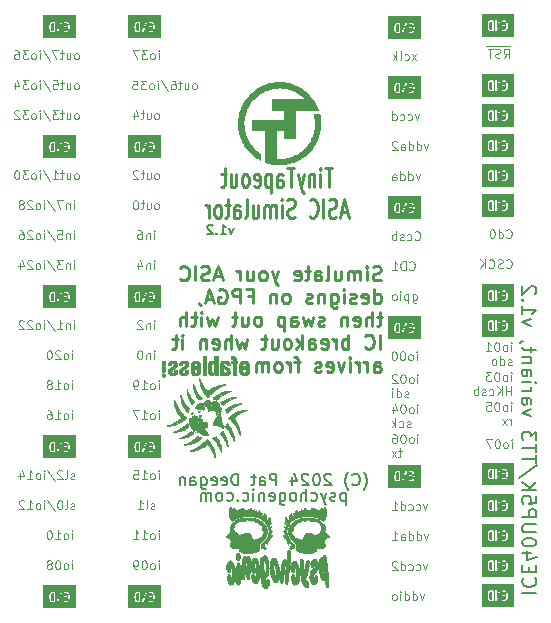
<source format=gbr>
G04 #@! TF.GenerationSoftware,KiCad,Pcbnew,7.0.10-7.0.10~ubuntu22.04.1*
G04 #@! TF.CreationDate,2024-01-11T21:49:49-05:00*
G04 #@! TF.ProjectId,caravel-breakout-fpga-ICE40UP5K-TT3,63617261-7665-46c2-9d62-7265616b6f75,1.2*
G04 #@! TF.SameCoordinates,PX2dc6c00PY42c1d80*
G04 #@! TF.FileFunction,Legend,Bot*
G04 #@! TF.FilePolarity,Positive*
%FSLAX46Y46*%
G04 Gerber Fmt 4.6, Leading zero omitted, Abs format (unit mm)*
G04 Created by KiCad (PCBNEW 7.0.10-7.0.10~ubuntu22.04.1) date 2024-01-11 21:49:49*
%MOMM*%
%LPD*%
G01*
G04 APERTURE LIST*
%ADD10C,0.120000*%
%ADD11C,0.180000*%
%ADD12C,0.200000*%
%ADD13C,0.250000*%
%ADD14C,0.010000*%
G04 APERTURE END LIST*
D10*
X42127000Y48647000D02*
X40095000Y48647000D01*
D11*
X18742857Y33240599D02*
X18552381Y32707265D01*
X18552381Y32707265D02*
X18361904Y33240599D01*
X17638095Y32707265D02*
X18095238Y32707265D01*
X17866666Y32707265D02*
X17866666Y33507265D01*
X17866666Y33507265D02*
X17942857Y33392980D01*
X17942857Y33392980D02*
X18019047Y33316789D01*
X18019047Y33316789D02*
X18095238Y33278694D01*
X17295237Y32783456D02*
X17257142Y32745360D01*
X17257142Y32745360D02*
X17295237Y32707265D01*
X17295237Y32707265D02*
X17333333Y32745360D01*
X17333333Y32745360D02*
X17295237Y32783456D01*
X17295237Y32783456D02*
X17295237Y32707265D01*
X16952381Y33431075D02*
X16914285Y33469170D01*
X16914285Y33469170D02*
X16838095Y33507265D01*
X16838095Y33507265D02*
X16647619Y33507265D01*
X16647619Y33507265D02*
X16571428Y33469170D01*
X16571428Y33469170D02*
X16533333Y33431075D01*
X16533333Y33431075D02*
X16495238Y33354884D01*
X16495238Y33354884D02*
X16495238Y33278694D01*
X16495238Y33278694D02*
X16533333Y33164408D01*
X16533333Y33164408D02*
X16990476Y32707265D01*
X16990476Y32707265D02*
X16495238Y32707265D01*
D10*
X42239481Y22810026D02*
X42239481Y23310026D01*
X42239481Y23560026D02*
X42275195Y23524312D01*
X42275195Y23524312D02*
X42239481Y23488598D01*
X42239481Y23488598D02*
X42203767Y23524312D01*
X42203767Y23524312D02*
X42239481Y23560026D01*
X42239481Y23560026D02*
X42239481Y23488598D01*
X41775195Y22810026D02*
X41846624Y22845740D01*
X41846624Y22845740D02*
X41882338Y22881455D01*
X41882338Y22881455D02*
X41918052Y22952883D01*
X41918052Y22952883D02*
X41918052Y23167169D01*
X41918052Y23167169D02*
X41882338Y23238598D01*
X41882338Y23238598D02*
X41846624Y23274312D01*
X41846624Y23274312D02*
X41775195Y23310026D01*
X41775195Y23310026D02*
X41668052Y23310026D01*
X41668052Y23310026D02*
X41596624Y23274312D01*
X41596624Y23274312D02*
X41560910Y23238598D01*
X41560910Y23238598D02*
X41525195Y23167169D01*
X41525195Y23167169D02*
X41525195Y22952883D01*
X41525195Y22952883D02*
X41560910Y22881455D01*
X41560910Y22881455D02*
X41596624Y22845740D01*
X41596624Y22845740D02*
X41668052Y22810026D01*
X41668052Y22810026D02*
X41775195Y22810026D01*
X41060910Y23560026D02*
X40989481Y23560026D01*
X40989481Y23560026D02*
X40918053Y23524312D01*
X40918053Y23524312D02*
X40882339Y23488598D01*
X40882339Y23488598D02*
X40846624Y23417169D01*
X40846624Y23417169D02*
X40810910Y23274312D01*
X40810910Y23274312D02*
X40810910Y23095740D01*
X40810910Y23095740D02*
X40846624Y22952883D01*
X40846624Y22952883D02*
X40882339Y22881455D01*
X40882339Y22881455D02*
X40918053Y22845740D01*
X40918053Y22845740D02*
X40989481Y22810026D01*
X40989481Y22810026D02*
X41060910Y22810026D01*
X41060910Y22810026D02*
X41132339Y22845740D01*
X41132339Y22845740D02*
X41168053Y22881455D01*
X41168053Y22881455D02*
X41203767Y22952883D01*
X41203767Y22952883D02*
X41239481Y23095740D01*
X41239481Y23095740D02*
X41239481Y23274312D01*
X41239481Y23274312D02*
X41203767Y23417169D01*
X41203767Y23417169D02*
X41168053Y23488598D01*
X41168053Y23488598D02*
X41132339Y23524312D01*
X41132339Y23524312D02*
X41060910Y23560026D01*
X40096624Y22810026D02*
X40525195Y22810026D01*
X40310910Y22810026D02*
X40310910Y23560026D01*
X40310910Y23560026D02*
X40382338Y23452883D01*
X40382338Y23452883D02*
X40453767Y23381455D01*
X40453767Y23381455D02*
X40525195Y23345740D01*
X42275195Y21638240D02*
X42203767Y21602526D01*
X42203767Y21602526D02*
X42060910Y21602526D01*
X42060910Y21602526D02*
X41989481Y21638240D01*
X41989481Y21638240D02*
X41953767Y21709669D01*
X41953767Y21709669D02*
X41953767Y21745383D01*
X41953767Y21745383D02*
X41989481Y21816812D01*
X41989481Y21816812D02*
X42060910Y21852526D01*
X42060910Y21852526D02*
X42168053Y21852526D01*
X42168053Y21852526D02*
X42239481Y21888240D01*
X42239481Y21888240D02*
X42275195Y21959669D01*
X42275195Y21959669D02*
X42275195Y21995383D01*
X42275195Y21995383D02*
X42239481Y22066812D01*
X42239481Y22066812D02*
X42168053Y22102526D01*
X42168053Y22102526D02*
X42060910Y22102526D01*
X42060910Y22102526D02*
X41989481Y22066812D01*
X41310910Y21602526D02*
X41310910Y22352526D01*
X41310910Y21638240D02*
X41382338Y21602526D01*
X41382338Y21602526D02*
X41525195Y21602526D01*
X41525195Y21602526D02*
X41596624Y21638240D01*
X41596624Y21638240D02*
X41632338Y21673955D01*
X41632338Y21673955D02*
X41668052Y21745383D01*
X41668052Y21745383D02*
X41668052Y21959669D01*
X41668052Y21959669D02*
X41632338Y22031098D01*
X41632338Y22031098D02*
X41596624Y22066812D01*
X41596624Y22066812D02*
X41525195Y22102526D01*
X41525195Y22102526D02*
X41382338Y22102526D01*
X41382338Y22102526D02*
X41310910Y22066812D01*
X40846624Y21602526D02*
X40918053Y21638240D01*
X40918053Y21638240D02*
X40953767Y21673955D01*
X40953767Y21673955D02*
X40989481Y21745383D01*
X40989481Y21745383D02*
X40989481Y21959669D01*
X40989481Y21959669D02*
X40953767Y22031098D01*
X40953767Y22031098D02*
X40918053Y22066812D01*
X40918053Y22066812D02*
X40846624Y22102526D01*
X40846624Y22102526D02*
X40739481Y22102526D01*
X40739481Y22102526D02*
X40668053Y22066812D01*
X40668053Y22066812D02*
X40632339Y22031098D01*
X40632339Y22031098D02*
X40596624Y21959669D01*
X40596624Y21959669D02*
X40596624Y21745383D01*
X40596624Y21745383D02*
X40632339Y21673955D01*
X40632339Y21673955D02*
X40668053Y21638240D01*
X40668053Y21638240D02*
X40739481Y21602526D01*
X40739481Y21602526D02*
X40846624Y21602526D01*
X12380571Y19566276D02*
X12380571Y20066276D01*
X12380571Y20316276D02*
X12416285Y20280562D01*
X12416285Y20280562D02*
X12380571Y20244848D01*
X12380571Y20244848D02*
X12344857Y20280562D01*
X12344857Y20280562D02*
X12380571Y20316276D01*
X12380571Y20316276D02*
X12380571Y20244848D01*
X11916285Y19566276D02*
X11987714Y19601990D01*
X11987714Y19601990D02*
X12023428Y19637705D01*
X12023428Y19637705D02*
X12059142Y19709133D01*
X12059142Y19709133D02*
X12059142Y19923419D01*
X12059142Y19923419D02*
X12023428Y19994848D01*
X12023428Y19994848D02*
X11987714Y20030562D01*
X11987714Y20030562D02*
X11916285Y20066276D01*
X11916285Y20066276D02*
X11809142Y20066276D01*
X11809142Y20066276D02*
X11737714Y20030562D01*
X11737714Y20030562D02*
X11702000Y19994848D01*
X11702000Y19994848D02*
X11666285Y19923419D01*
X11666285Y19923419D02*
X11666285Y19709133D01*
X11666285Y19709133D02*
X11702000Y19637705D01*
X11702000Y19637705D02*
X11737714Y19601990D01*
X11737714Y19601990D02*
X11809142Y19566276D01*
X11809142Y19566276D02*
X11916285Y19566276D01*
X10952000Y19566276D02*
X11380571Y19566276D01*
X11166286Y19566276D02*
X11166286Y20316276D01*
X11166286Y20316276D02*
X11237714Y20209133D01*
X11237714Y20209133D02*
X11309143Y20137705D01*
X11309143Y20137705D02*
X11380571Y20101990D01*
X10594857Y19566276D02*
X10452000Y19566276D01*
X10452000Y19566276D02*
X10380571Y19601990D01*
X10380571Y19601990D02*
X10344857Y19637705D01*
X10344857Y19637705D02*
X10273428Y19744848D01*
X10273428Y19744848D02*
X10237714Y19887705D01*
X10237714Y19887705D02*
X10237714Y20173419D01*
X10237714Y20173419D02*
X10273428Y20244848D01*
X10273428Y20244848D02*
X10309143Y20280562D01*
X10309143Y20280562D02*
X10380571Y20316276D01*
X10380571Y20316276D02*
X10523428Y20316276D01*
X10523428Y20316276D02*
X10594857Y20280562D01*
X10594857Y20280562D02*
X10630571Y20244848D01*
X10630571Y20244848D02*
X10666285Y20173419D01*
X10666285Y20173419D02*
X10666285Y19994848D01*
X10666285Y19994848D02*
X10630571Y19923419D01*
X10630571Y19923419D02*
X10594857Y19887705D01*
X10594857Y19887705D02*
X10523428Y19851990D01*
X10523428Y19851990D02*
X10380571Y19851990D01*
X10380571Y19851990D02*
X10309143Y19887705D01*
X10309143Y19887705D02*
X10273428Y19923419D01*
X10273428Y19923419D02*
X10237714Y19994848D01*
X12041285Y9441990D02*
X11969857Y9406276D01*
X11969857Y9406276D02*
X11827000Y9406276D01*
X11827000Y9406276D02*
X11755571Y9441990D01*
X11755571Y9441990D02*
X11719857Y9513419D01*
X11719857Y9513419D02*
X11719857Y9549133D01*
X11719857Y9549133D02*
X11755571Y9620562D01*
X11755571Y9620562D02*
X11827000Y9656276D01*
X11827000Y9656276D02*
X11934143Y9656276D01*
X11934143Y9656276D02*
X12005571Y9691990D01*
X12005571Y9691990D02*
X12041285Y9763419D01*
X12041285Y9763419D02*
X12041285Y9799133D01*
X12041285Y9799133D02*
X12005571Y9870562D01*
X12005571Y9870562D02*
X11934143Y9906276D01*
X11934143Y9906276D02*
X11827000Y9906276D01*
X11827000Y9906276D02*
X11755571Y9870562D01*
X11291285Y9406276D02*
X11362714Y9441990D01*
X11362714Y9441990D02*
X11398428Y9513419D01*
X11398428Y9513419D02*
X11398428Y10156276D01*
X10612714Y9406276D02*
X11041285Y9406276D01*
X10827000Y9406276D02*
X10827000Y10156276D01*
X10827000Y10156276D02*
X10898428Y10049133D01*
X10898428Y10049133D02*
X10969857Y9977705D01*
X10969857Y9977705D02*
X11041285Y9941990D01*
X12023428Y29726276D02*
X12023428Y30226276D01*
X12023428Y30476276D02*
X12059142Y30440562D01*
X12059142Y30440562D02*
X12023428Y30404848D01*
X12023428Y30404848D02*
X11987714Y30440562D01*
X11987714Y30440562D02*
X12023428Y30476276D01*
X12023428Y30476276D02*
X12023428Y30404848D01*
X11666285Y30226276D02*
X11666285Y29726276D01*
X11666285Y30154848D02*
X11630571Y30190562D01*
X11630571Y30190562D02*
X11559142Y30226276D01*
X11559142Y30226276D02*
X11451999Y30226276D01*
X11451999Y30226276D02*
X11380571Y30190562D01*
X11380571Y30190562D02*
X11344857Y30119133D01*
X11344857Y30119133D02*
X11344857Y29726276D01*
X10666286Y30226276D02*
X10666286Y29726276D01*
X10844857Y30511990D02*
X11023428Y29976276D01*
X11023428Y29976276D02*
X10559143Y29976276D01*
X12291284Y42426276D02*
X12362713Y42461990D01*
X12362713Y42461990D02*
X12398427Y42497705D01*
X12398427Y42497705D02*
X12434141Y42569133D01*
X12434141Y42569133D02*
X12434141Y42783419D01*
X12434141Y42783419D02*
X12398427Y42854848D01*
X12398427Y42854848D02*
X12362713Y42890562D01*
X12362713Y42890562D02*
X12291284Y42926276D01*
X12291284Y42926276D02*
X12184141Y42926276D01*
X12184141Y42926276D02*
X12112713Y42890562D01*
X12112713Y42890562D02*
X12076999Y42854848D01*
X12076999Y42854848D02*
X12041284Y42783419D01*
X12041284Y42783419D02*
X12041284Y42569133D01*
X12041284Y42569133D02*
X12076999Y42497705D01*
X12076999Y42497705D02*
X12112713Y42461990D01*
X12112713Y42461990D02*
X12184141Y42426276D01*
X12184141Y42426276D02*
X12291284Y42426276D01*
X11398428Y42926276D02*
X11398428Y42426276D01*
X11719856Y42926276D02*
X11719856Y42533419D01*
X11719856Y42533419D02*
X11684142Y42461990D01*
X11684142Y42461990D02*
X11612713Y42426276D01*
X11612713Y42426276D02*
X11505570Y42426276D01*
X11505570Y42426276D02*
X11434142Y42461990D01*
X11434142Y42461990D02*
X11398428Y42497705D01*
X11148428Y42926276D02*
X10862714Y42926276D01*
X11041285Y43176276D02*
X11041285Y42533419D01*
X11041285Y42533419D02*
X11005571Y42461990D01*
X11005571Y42461990D02*
X10934142Y42426276D01*
X10934142Y42426276D02*
X10862714Y42426276D01*
X10291286Y42926276D02*
X10291286Y42426276D01*
X10469857Y43211990D02*
X10648428Y42676276D01*
X10648428Y42676276D02*
X10184143Y42676276D01*
X5489284Y47506276D02*
X5560713Y47541990D01*
X5560713Y47541990D02*
X5596427Y47577705D01*
X5596427Y47577705D02*
X5632141Y47649133D01*
X5632141Y47649133D02*
X5632141Y47863419D01*
X5632141Y47863419D02*
X5596427Y47934848D01*
X5596427Y47934848D02*
X5560713Y47970562D01*
X5560713Y47970562D02*
X5489284Y48006276D01*
X5489284Y48006276D02*
X5382141Y48006276D01*
X5382141Y48006276D02*
X5310713Y47970562D01*
X5310713Y47970562D02*
X5274999Y47934848D01*
X5274999Y47934848D02*
X5239284Y47863419D01*
X5239284Y47863419D02*
X5239284Y47649133D01*
X5239284Y47649133D02*
X5274999Y47577705D01*
X5274999Y47577705D02*
X5310713Y47541990D01*
X5310713Y47541990D02*
X5382141Y47506276D01*
X5382141Y47506276D02*
X5489284Y47506276D01*
X4596428Y48006276D02*
X4596428Y47506276D01*
X4917856Y48006276D02*
X4917856Y47613419D01*
X4917856Y47613419D02*
X4882142Y47541990D01*
X4882142Y47541990D02*
X4810713Y47506276D01*
X4810713Y47506276D02*
X4703570Y47506276D01*
X4703570Y47506276D02*
X4632142Y47541990D01*
X4632142Y47541990D02*
X4596428Y47577705D01*
X4346428Y48006276D02*
X4060714Y48006276D01*
X4239285Y48256276D02*
X4239285Y47613419D01*
X4239285Y47613419D02*
X4203571Y47541990D01*
X4203571Y47541990D02*
X4132142Y47506276D01*
X4132142Y47506276D02*
X4060714Y47506276D01*
X3882143Y48256276D02*
X3382143Y48256276D01*
X3382143Y48256276D02*
X3703571Y47506276D01*
X2560714Y48291990D02*
X3203571Y47327705D01*
X2310714Y47506276D02*
X2310714Y48006276D01*
X2310714Y48256276D02*
X2346428Y48220562D01*
X2346428Y48220562D02*
X2310714Y48184848D01*
X2310714Y48184848D02*
X2275000Y48220562D01*
X2275000Y48220562D02*
X2310714Y48256276D01*
X2310714Y48256276D02*
X2310714Y48184848D01*
X1846428Y47506276D02*
X1917857Y47541990D01*
X1917857Y47541990D02*
X1953571Y47577705D01*
X1953571Y47577705D02*
X1989285Y47649133D01*
X1989285Y47649133D02*
X1989285Y47863419D01*
X1989285Y47863419D02*
X1953571Y47934848D01*
X1953571Y47934848D02*
X1917857Y47970562D01*
X1917857Y47970562D02*
X1846428Y48006276D01*
X1846428Y48006276D02*
X1739285Y48006276D01*
X1739285Y48006276D02*
X1667857Y47970562D01*
X1667857Y47970562D02*
X1632143Y47934848D01*
X1632143Y47934848D02*
X1596428Y47863419D01*
X1596428Y47863419D02*
X1596428Y47649133D01*
X1596428Y47649133D02*
X1632143Y47577705D01*
X1632143Y47577705D02*
X1667857Y47541990D01*
X1667857Y47541990D02*
X1739285Y47506276D01*
X1739285Y47506276D02*
X1846428Y47506276D01*
X1346429Y48256276D02*
X882143Y48256276D01*
X882143Y48256276D02*
X1132143Y47970562D01*
X1132143Y47970562D02*
X1025000Y47970562D01*
X1025000Y47970562D02*
X953572Y47934848D01*
X953572Y47934848D02*
X917857Y47899133D01*
X917857Y47899133D02*
X882143Y47827705D01*
X882143Y47827705D02*
X882143Y47649133D01*
X882143Y47649133D02*
X917857Y47577705D01*
X917857Y47577705D02*
X953572Y47541990D01*
X953572Y47541990D02*
X1025000Y47506276D01*
X1025000Y47506276D02*
X1239286Y47506276D01*
X1239286Y47506276D02*
X1310714Y47541990D01*
X1310714Y47541990D02*
X1346429Y47577705D01*
X239286Y48256276D02*
X382143Y48256276D01*
X382143Y48256276D02*
X453571Y48220562D01*
X453571Y48220562D02*
X489286Y48184848D01*
X489286Y48184848D02*
X560714Y48077705D01*
X560714Y48077705D02*
X596428Y47934848D01*
X596428Y47934848D02*
X596428Y47649133D01*
X596428Y47649133D02*
X560714Y47577705D01*
X560714Y47577705D02*
X525000Y47541990D01*
X525000Y47541990D02*
X453571Y47506276D01*
X453571Y47506276D02*
X310714Y47506276D01*
X310714Y47506276D02*
X239286Y47541990D01*
X239286Y47541990D02*
X203571Y47577705D01*
X203571Y47577705D02*
X167857Y47649133D01*
X167857Y47649133D02*
X167857Y47827705D01*
X167857Y47827705D02*
X203571Y47899133D01*
X203571Y47899133D02*
X239286Y47934848D01*
X239286Y47934848D02*
X310714Y47970562D01*
X310714Y47970562D02*
X453571Y47970562D01*
X453571Y47970562D02*
X525000Y47934848D01*
X525000Y47934848D02*
X560714Y47899133D01*
X560714Y47899133D02*
X596428Y47827705D01*
X42280571Y14586276D02*
X42280571Y15086276D01*
X42280571Y15336276D02*
X42316285Y15300562D01*
X42316285Y15300562D02*
X42280571Y15264848D01*
X42280571Y15264848D02*
X42244857Y15300562D01*
X42244857Y15300562D02*
X42280571Y15336276D01*
X42280571Y15336276D02*
X42280571Y15264848D01*
X41816285Y14586276D02*
X41887714Y14621990D01*
X41887714Y14621990D02*
X41923428Y14657705D01*
X41923428Y14657705D02*
X41959142Y14729133D01*
X41959142Y14729133D02*
X41959142Y14943419D01*
X41959142Y14943419D02*
X41923428Y15014848D01*
X41923428Y15014848D02*
X41887714Y15050562D01*
X41887714Y15050562D02*
X41816285Y15086276D01*
X41816285Y15086276D02*
X41709142Y15086276D01*
X41709142Y15086276D02*
X41637714Y15050562D01*
X41637714Y15050562D02*
X41602000Y15014848D01*
X41602000Y15014848D02*
X41566285Y14943419D01*
X41566285Y14943419D02*
X41566285Y14729133D01*
X41566285Y14729133D02*
X41602000Y14657705D01*
X41602000Y14657705D02*
X41637714Y14621990D01*
X41637714Y14621990D02*
X41709142Y14586276D01*
X41709142Y14586276D02*
X41816285Y14586276D01*
X41102000Y15336276D02*
X41030571Y15336276D01*
X41030571Y15336276D02*
X40959143Y15300562D01*
X40959143Y15300562D02*
X40923429Y15264848D01*
X40923429Y15264848D02*
X40887714Y15193419D01*
X40887714Y15193419D02*
X40852000Y15050562D01*
X40852000Y15050562D02*
X40852000Y14871990D01*
X40852000Y14871990D02*
X40887714Y14729133D01*
X40887714Y14729133D02*
X40923429Y14657705D01*
X40923429Y14657705D02*
X40959143Y14621990D01*
X40959143Y14621990D02*
X41030571Y14586276D01*
X41030571Y14586276D02*
X41102000Y14586276D01*
X41102000Y14586276D02*
X41173429Y14621990D01*
X41173429Y14621990D02*
X41209143Y14657705D01*
X41209143Y14657705D02*
X41244857Y14729133D01*
X41244857Y14729133D02*
X41280571Y14871990D01*
X41280571Y14871990D02*
X41280571Y15050562D01*
X41280571Y15050562D02*
X41244857Y15193419D01*
X41244857Y15193419D02*
X41209143Y15264848D01*
X41209143Y15264848D02*
X41173429Y15300562D01*
X41173429Y15300562D02*
X41102000Y15336276D01*
X40602000Y15336276D02*
X40102000Y15336276D01*
X40102000Y15336276D02*
X40423428Y14586276D01*
X34253571Y22026276D02*
X34253571Y22526276D01*
X34253571Y22776276D02*
X34289285Y22740562D01*
X34289285Y22740562D02*
X34253571Y22704848D01*
X34253571Y22704848D02*
X34217857Y22740562D01*
X34217857Y22740562D02*
X34253571Y22776276D01*
X34253571Y22776276D02*
X34253571Y22704848D01*
X33789285Y22026276D02*
X33860714Y22061990D01*
X33860714Y22061990D02*
X33896428Y22097705D01*
X33896428Y22097705D02*
X33932142Y22169133D01*
X33932142Y22169133D02*
X33932142Y22383419D01*
X33932142Y22383419D02*
X33896428Y22454848D01*
X33896428Y22454848D02*
X33860714Y22490562D01*
X33860714Y22490562D02*
X33789285Y22526276D01*
X33789285Y22526276D02*
X33682142Y22526276D01*
X33682142Y22526276D02*
X33610714Y22490562D01*
X33610714Y22490562D02*
X33575000Y22454848D01*
X33575000Y22454848D02*
X33539285Y22383419D01*
X33539285Y22383419D02*
X33539285Y22169133D01*
X33539285Y22169133D02*
X33575000Y22097705D01*
X33575000Y22097705D02*
X33610714Y22061990D01*
X33610714Y22061990D02*
X33682142Y22026276D01*
X33682142Y22026276D02*
X33789285Y22026276D01*
X33075000Y22776276D02*
X33003571Y22776276D01*
X33003571Y22776276D02*
X32932143Y22740562D01*
X32932143Y22740562D02*
X32896429Y22704848D01*
X32896429Y22704848D02*
X32860714Y22633419D01*
X32860714Y22633419D02*
X32825000Y22490562D01*
X32825000Y22490562D02*
X32825000Y22311990D01*
X32825000Y22311990D02*
X32860714Y22169133D01*
X32860714Y22169133D02*
X32896429Y22097705D01*
X32896429Y22097705D02*
X32932143Y22061990D01*
X32932143Y22061990D02*
X33003571Y22026276D01*
X33003571Y22026276D02*
X33075000Y22026276D01*
X33075000Y22026276D02*
X33146429Y22061990D01*
X33146429Y22061990D02*
X33182143Y22097705D01*
X33182143Y22097705D02*
X33217857Y22169133D01*
X33217857Y22169133D02*
X33253571Y22311990D01*
X33253571Y22311990D02*
X33253571Y22490562D01*
X33253571Y22490562D02*
X33217857Y22633419D01*
X33217857Y22633419D02*
X33182143Y22704848D01*
X33182143Y22704848D02*
X33146429Y22740562D01*
X33146429Y22740562D02*
X33075000Y22776276D01*
X32360714Y22776276D02*
X32289285Y22776276D01*
X32289285Y22776276D02*
X32217857Y22740562D01*
X32217857Y22740562D02*
X32182143Y22704848D01*
X32182143Y22704848D02*
X32146428Y22633419D01*
X32146428Y22633419D02*
X32110714Y22490562D01*
X32110714Y22490562D02*
X32110714Y22311990D01*
X32110714Y22311990D02*
X32146428Y22169133D01*
X32146428Y22169133D02*
X32182143Y22097705D01*
X32182143Y22097705D02*
X32217857Y22061990D01*
X32217857Y22061990D02*
X32289285Y22026276D01*
X32289285Y22026276D02*
X32360714Y22026276D01*
X32360714Y22026276D02*
X32432143Y22061990D01*
X32432143Y22061990D02*
X32467857Y22097705D01*
X32467857Y22097705D02*
X32503571Y22169133D01*
X32503571Y22169133D02*
X32539285Y22311990D01*
X32539285Y22311990D02*
X32539285Y22490562D01*
X32539285Y22490562D02*
X32503571Y22633419D01*
X32503571Y22633419D02*
X32467857Y22704848D01*
X32467857Y22704848D02*
X32432143Y22740562D01*
X32432143Y22740562D02*
X32360714Y22776276D01*
X5221428Y32266276D02*
X5221428Y32766276D01*
X5221428Y33016276D02*
X5257142Y32980562D01*
X5257142Y32980562D02*
X5221428Y32944848D01*
X5221428Y32944848D02*
X5185714Y32980562D01*
X5185714Y32980562D02*
X5221428Y33016276D01*
X5221428Y33016276D02*
X5221428Y32944848D01*
X4864285Y32766276D02*
X4864285Y32266276D01*
X4864285Y32694848D02*
X4828571Y32730562D01*
X4828571Y32730562D02*
X4757142Y32766276D01*
X4757142Y32766276D02*
X4649999Y32766276D01*
X4649999Y32766276D02*
X4578571Y32730562D01*
X4578571Y32730562D02*
X4542857Y32659133D01*
X4542857Y32659133D02*
X4542857Y32266276D01*
X3828571Y33016276D02*
X4185714Y33016276D01*
X4185714Y33016276D02*
X4221428Y32659133D01*
X4221428Y32659133D02*
X4185714Y32694848D01*
X4185714Y32694848D02*
X4114286Y32730562D01*
X4114286Y32730562D02*
X3935714Y32730562D01*
X3935714Y32730562D02*
X3864286Y32694848D01*
X3864286Y32694848D02*
X3828571Y32659133D01*
X3828571Y32659133D02*
X3792857Y32587705D01*
X3792857Y32587705D02*
X3792857Y32409133D01*
X3792857Y32409133D02*
X3828571Y32337705D01*
X3828571Y32337705D02*
X3864286Y32301990D01*
X3864286Y32301990D02*
X3935714Y32266276D01*
X3935714Y32266276D02*
X4114286Y32266276D01*
X4114286Y32266276D02*
X4185714Y32301990D01*
X4185714Y32301990D02*
X4221428Y32337705D01*
X2935714Y33051990D02*
X3578571Y32087705D01*
X2685714Y32266276D02*
X2685714Y32766276D01*
X2685714Y33016276D02*
X2721428Y32980562D01*
X2721428Y32980562D02*
X2685714Y32944848D01*
X2685714Y32944848D02*
X2650000Y32980562D01*
X2650000Y32980562D02*
X2685714Y33016276D01*
X2685714Y33016276D02*
X2685714Y32944848D01*
X2221428Y32266276D02*
X2292857Y32301990D01*
X2292857Y32301990D02*
X2328571Y32337705D01*
X2328571Y32337705D02*
X2364285Y32409133D01*
X2364285Y32409133D02*
X2364285Y32623419D01*
X2364285Y32623419D02*
X2328571Y32694848D01*
X2328571Y32694848D02*
X2292857Y32730562D01*
X2292857Y32730562D02*
X2221428Y32766276D01*
X2221428Y32766276D02*
X2114285Y32766276D01*
X2114285Y32766276D02*
X2042857Y32730562D01*
X2042857Y32730562D02*
X2007143Y32694848D01*
X2007143Y32694848D02*
X1971428Y32623419D01*
X1971428Y32623419D02*
X1971428Y32409133D01*
X1971428Y32409133D02*
X2007143Y32337705D01*
X2007143Y32337705D02*
X2042857Y32301990D01*
X2042857Y32301990D02*
X2114285Y32266276D01*
X2114285Y32266276D02*
X2221428Y32266276D01*
X1685714Y32944848D02*
X1650000Y32980562D01*
X1650000Y32980562D02*
X1578572Y33016276D01*
X1578572Y33016276D02*
X1400000Y33016276D01*
X1400000Y33016276D02*
X1328572Y32980562D01*
X1328572Y32980562D02*
X1292857Y32944848D01*
X1292857Y32944848D02*
X1257143Y32873419D01*
X1257143Y32873419D02*
X1257143Y32801990D01*
X1257143Y32801990D02*
X1292857Y32694848D01*
X1292857Y32694848D02*
X1721429Y32266276D01*
X1721429Y32266276D02*
X1257143Y32266276D01*
X614286Y33016276D02*
X757143Y33016276D01*
X757143Y33016276D02*
X828571Y32980562D01*
X828571Y32980562D02*
X864286Y32944848D01*
X864286Y32944848D02*
X935714Y32837705D01*
X935714Y32837705D02*
X971428Y32694848D01*
X971428Y32694848D02*
X971428Y32409133D01*
X971428Y32409133D02*
X935714Y32337705D01*
X935714Y32337705D02*
X900000Y32301990D01*
X900000Y32301990D02*
X828571Y32266276D01*
X828571Y32266276D02*
X685714Y32266276D01*
X685714Y32266276D02*
X614286Y32301990D01*
X614286Y32301990D02*
X578571Y32337705D01*
X578571Y32337705D02*
X542857Y32409133D01*
X542857Y32409133D02*
X542857Y32587705D01*
X542857Y32587705D02*
X578571Y32659133D01*
X578571Y32659133D02*
X614286Y32694848D01*
X614286Y32694848D02*
X685714Y32730562D01*
X685714Y32730562D02*
X828571Y32730562D01*
X828571Y32730562D02*
X900000Y32694848D01*
X900000Y32694848D02*
X935714Y32659133D01*
X935714Y32659133D02*
X971428Y32587705D01*
D12*
X29742858Y11051829D02*
X29790477Y11099448D01*
X29790477Y11099448D02*
X29885715Y11242305D01*
X29885715Y11242305D02*
X29933334Y11337543D01*
X29933334Y11337543D02*
X29980953Y11480400D01*
X29980953Y11480400D02*
X30028572Y11718496D01*
X30028572Y11718496D02*
X30028572Y11908972D01*
X30028572Y11908972D02*
X29980953Y12147067D01*
X29980953Y12147067D02*
X29933334Y12289924D01*
X29933334Y12289924D02*
X29885715Y12385162D01*
X29885715Y12385162D02*
X29790477Y12528020D01*
X29790477Y12528020D02*
X29742858Y12575639D01*
X28790477Y11528020D02*
X28838096Y11480400D01*
X28838096Y11480400D02*
X28980953Y11432781D01*
X28980953Y11432781D02*
X29076191Y11432781D01*
X29076191Y11432781D02*
X29219048Y11480400D01*
X29219048Y11480400D02*
X29314286Y11575639D01*
X29314286Y11575639D02*
X29361905Y11670877D01*
X29361905Y11670877D02*
X29409524Y11861353D01*
X29409524Y11861353D02*
X29409524Y12004210D01*
X29409524Y12004210D02*
X29361905Y12194686D01*
X29361905Y12194686D02*
X29314286Y12289924D01*
X29314286Y12289924D02*
X29219048Y12385162D01*
X29219048Y12385162D02*
X29076191Y12432781D01*
X29076191Y12432781D02*
X28980953Y12432781D01*
X28980953Y12432781D02*
X28838096Y12385162D01*
X28838096Y12385162D02*
X28790477Y12337543D01*
X28457143Y11051829D02*
X28409524Y11099448D01*
X28409524Y11099448D02*
X28314286Y11242305D01*
X28314286Y11242305D02*
X28266667Y11337543D01*
X28266667Y11337543D02*
X28219048Y11480400D01*
X28219048Y11480400D02*
X28171429Y11718496D01*
X28171429Y11718496D02*
X28171429Y11908972D01*
X28171429Y11908972D02*
X28219048Y12147067D01*
X28219048Y12147067D02*
X28266667Y12289924D01*
X28266667Y12289924D02*
X28314286Y12385162D01*
X28314286Y12385162D02*
X28409524Y12528020D01*
X28409524Y12528020D02*
X28457143Y12575639D01*
X26980952Y12337543D02*
X26933333Y12385162D01*
X26933333Y12385162D02*
X26838095Y12432781D01*
X26838095Y12432781D02*
X26600000Y12432781D01*
X26600000Y12432781D02*
X26504762Y12385162D01*
X26504762Y12385162D02*
X26457143Y12337543D01*
X26457143Y12337543D02*
X26409524Y12242305D01*
X26409524Y12242305D02*
X26409524Y12147067D01*
X26409524Y12147067D02*
X26457143Y12004210D01*
X26457143Y12004210D02*
X27028571Y11432781D01*
X27028571Y11432781D02*
X26409524Y11432781D01*
X25790476Y12432781D02*
X25695238Y12432781D01*
X25695238Y12432781D02*
X25600000Y12385162D01*
X25600000Y12385162D02*
X25552381Y12337543D01*
X25552381Y12337543D02*
X25504762Y12242305D01*
X25504762Y12242305D02*
X25457143Y12051829D01*
X25457143Y12051829D02*
X25457143Y11813734D01*
X25457143Y11813734D02*
X25504762Y11623258D01*
X25504762Y11623258D02*
X25552381Y11528020D01*
X25552381Y11528020D02*
X25600000Y11480400D01*
X25600000Y11480400D02*
X25695238Y11432781D01*
X25695238Y11432781D02*
X25790476Y11432781D01*
X25790476Y11432781D02*
X25885714Y11480400D01*
X25885714Y11480400D02*
X25933333Y11528020D01*
X25933333Y11528020D02*
X25980952Y11623258D01*
X25980952Y11623258D02*
X26028571Y11813734D01*
X26028571Y11813734D02*
X26028571Y12051829D01*
X26028571Y12051829D02*
X25980952Y12242305D01*
X25980952Y12242305D02*
X25933333Y12337543D01*
X25933333Y12337543D02*
X25885714Y12385162D01*
X25885714Y12385162D02*
X25790476Y12432781D01*
X25076190Y12337543D02*
X25028571Y12385162D01*
X25028571Y12385162D02*
X24933333Y12432781D01*
X24933333Y12432781D02*
X24695238Y12432781D01*
X24695238Y12432781D02*
X24600000Y12385162D01*
X24600000Y12385162D02*
X24552381Y12337543D01*
X24552381Y12337543D02*
X24504762Y12242305D01*
X24504762Y12242305D02*
X24504762Y12147067D01*
X24504762Y12147067D02*
X24552381Y12004210D01*
X24552381Y12004210D02*
X25123809Y11432781D01*
X25123809Y11432781D02*
X24504762Y11432781D01*
X23647619Y12099448D02*
X23647619Y11432781D01*
X23885714Y12480400D02*
X24123809Y11766115D01*
X24123809Y11766115D02*
X23504762Y11766115D01*
X22361904Y11432781D02*
X22361904Y12432781D01*
X22361904Y12432781D02*
X21980952Y12432781D01*
X21980952Y12432781D02*
X21885714Y12385162D01*
X21885714Y12385162D02*
X21838095Y12337543D01*
X21838095Y12337543D02*
X21790476Y12242305D01*
X21790476Y12242305D02*
X21790476Y12099448D01*
X21790476Y12099448D02*
X21838095Y12004210D01*
X21838095Y12004210D02*
X21885714Y11956591D01*
X21885714Y11956591D02*
X21980952Y11908972D01*
X21980952Y11908972D02*
X22361904Y11908972D01*
X20933333Y11432781D02*
X20933333Y11956591D01*
X20933333Y11956591D02*
X20980952Y12051829D01*
X20980952Y12051829D02*
X21076190Y12099448D01*
X21076190Y12099448D02*
X21266666Y12099448D01*
X21266666Y12099448D02*
X21361904Y12051829D01*
X20933333Y11480400D02*
X21028571Y11432781D01*
X21028571Y11432781D02*
X21266666Y11432781D01*
X21266666Y11432781D02*
X21361904Y11480400D01*
X21361904Y11480400D02*
X21409523Y11575639D01*
X21409523Y11575639D02*
X21409523Y11670877D01*
X21409523Y11670877D02*
X21361904Y11766115D01*
X21361904Y11766115D02*
X21266666Y11813734D01*
X21266666Y11813734D02*
X21028571Y11813734D01*
X21028571Y11813734D02*
X20933333Y11861353D01*
X20599999Y12099448D02*
X20219047Y12099448D01*
X20457142Y12432781D02*
X20457142Y11575639D01*
X20457142Y11575639D02*
X20409523Y11480400D01*
X20409523Y11480400D02*
X20314285Y11432781D01*
X20314285Y11432781D02*
X20219047Y11432781D01*
X19123808Y11432781D02*
X19123808Y12432781D01*
X19123808Y12432781D02*
X18885713Y12432781D01*
X18885713Y12432781D02*
X18742856Y12385162D01*
X18742856Y12385162D02*
X18647618Y12289924D01*
X18647618Y12289924D02*
X18599999Y12194686D01*
X18599999Y12194686D02*
X18552380Y12004210D01*
X18552380Y12004210D02*
X18552380Y11861353D01*
X18552380Y11861353D02*
X18599999Y11670877D01*
X18599999Y11670877D02*
X18647618Y11575639D01*
X18647618Y11575639D02*
X18742856Y11480400D01*
X18742856Y11480400D02*
X18885713Y11432781D01*
X18885713Y11432781D02*
X19123808Y11432781D01*
X17742856Y11480400D02*
X17838094Y11432781D01*
X17838094Y11432781D02*
X18028570Y11432781D01*
X18028570Y11432781D02*
X18123808Y11480400D01*
X18123808Y11480400D02*
X18171427Y11575639D01*
X18171427Y11575639D02*
X18171427Y11956591D01*
X18171427Y11956591D02*
X18123808Y12051829D01*
X18123808Y12051829D02*
X18028570Y12099448D01*
X18028570Y12099448D02*
X17838094Y12099448D01*
X17838094Y12099448D02*
X17742856Y12051829D01*
X17742856Y12051829D02*
X17695237Y11956591D01*
X17695237Y11956591D02*
X17695237Y11861353D01*
X17695237Y11861353D02*
X18171427Y11766115D01*
X16885713Y11480400D02*
X16980951Y11432781D01*
X16980951Y11432781D02*
X17171427Y11432781D01*
X17171427Y11432781D02*
X17266665Y11480400D01*
X17266665Y11480400D02*
X17314284Y11575639D01*
X17314284Y11575639D02*
X17314284Y11956591D01*
X17314284Y11956591D02*
X17266665Y12051829D01*
X17266665Y12051829D02*
X17171427Y12099448D01*
X17171427Y12099448D02*
X16980951Y12099448D01*
X16980951Y12099448D02*
X16885713Y12051829D01*
X16885713Y12051829D02*
X16838094Y11956591D01*
X16838094Y11956591D02*
X16838094Y11861353D01*
X16838094Y11861353D02*
X17314284Y11766115D01*
X15980951Y12099448D02*
X15980951Y11289924D01*
X15980951Y11289924D02*
X16028570Y11194686D01*
X16028570Y11194686D02*
X16076189Y11147067D01*
X16076189Y11147067D02*
X16171427Y11099448D01*
X16171427Y11099448D02*
X16314284Y11099448D01*
X16314284Y11099448D02*
X16409522Y11147067D01*
X15980951Y11480400D02*
X16076189Y11432781D01*
X16076189Y11432781D02*
X16266665Y11432781D01*
X16266665Y11432781D02*
X16361903Y11480400D01*
X16361903Y11480400D02*
X16409522Y11528020D01*
X16409522Y11528020D02*
X16457141Y11623258D01*
X16457141Y11623258D02*
X16457141Y11908972D01*
X16457141Y11908972D02*
X16409522Y12004210D01*
X16409522Y12004210D02*
X16361903Y12051829D01*
X16361903Y12051829D02*
X16266665Y12099448D01*
X16266665Y12099448D02*
X16076189Y12099448D01*
X16076189Y12099448D02*
X15980951Y12051829D01*
X15076189Y11432781D02*
X15076189Y11956591D01*
X15076189Y11956591D02*
X15123808Y12051829D01*
X15123808Y12051829D02*
X15219046Y12099448D01*
X15219046Y12099448D02*
X15409522Y12099448D01*
X15409522Y12099448D02*
X15504760Y12051829D01*
X15076189Y11480400D02*
X15171427Y11432781D01*
X15171427Y11432781D02*
X15409522Y11432781D01*
X15409522Y11432781D02*
X15504760Y11480400D01*
X15504760Y11480400D02*
X15552379Y11575639D01*
X15552379Y11575639D02*
X15552379Y11670877D01*
X15552379Y11670877D02*
X15504760Y11766115D01*
X15504760Y11766115D02*
X15409522Y11813734D01*
X15409522Y11813734D02*
X15171427Y11813734D01*
X15171427Y11813734D02*
X15076189Y11861353D01*
X14599998Y12099448D02*
X14599998Y11432781D01*
X14599998Y12004210D02*
X14552379Y12051829D01*
X14552379Y12051829D02*
X14457141Y12099448D01*
X14457141Y12099448D02*
X14314284Y12099448D01*
X14314284Y12099448D02*
X14219046Y12051829D01*
X14219046Y12051829D02*
X14171427Y11956591D01*
X14171427Y11956591D02*
X14171427Y11432781D01*
D10*
X12380571Y4326276D02*
X12380571Y4826276D01*
X12380571Y5076276D02*
X12416285Y5040562D01*
X12416285Y5040562D02*
X12380571Y5004848D01*
X12380571Y5004848D02*
X12344857Y5040562D01*
X12344857Y5040562D02*
X12380571Y5076276D01*
X12380571Y5076276D02*
X12380571Y5004848D01*
X11916285Y4326276D02*
X11987714Y4361990D01*
X11987714Y4361990D02*
X12023428Y4397705D01*
X12023428Y4397705D02*
X12059142Y4469133D01*
X12059142Y4469133D02*
X12059142Y4683419D01*
X12059142Y4683419D02*
X12023428Y4754848D01*
X12023428Y4754848D02*
X11987714Y4790562D01*
X11987714Y4790562D02*
X11916285Y4826276D01*
X11916285Y4826276D02*
X11809142Y4826276D01*
X11809142Y4826276D02*
X11737714Y4790562D01*
X11737714Y4790562D02*
X11702000Y4754848D01*
X11702000Y4754848D02*
X11666285Y4683419D01*
X11666285Y4683419D02*
X11666285Y4469133D01*
X11666285Y4469133D02*
X11702000Y4397705D01*
X11702000Y4397705D02*
X11737714Y4361990D01*
X11737714Y4361990D02*
X11809142Y4326276D01*
X11809142Y4326276D02*
X11916285Y4326276D01*
X11202000Y5076276D02*
X11130571Y5076276D01*
X11130571Y5076276D02*
X11059143Y5040562D01*
X11059143Y5040562D02*
X11023429Y5004848D01*
X11023429Y5004848D02*
X10987714Y4933419D01*
X10987714Y4933419D02*
X10952000Y4790562D01*
X10952000Y4790562D02*
X10952000Y4611990D01*
X10952000Y4611990D02*
X10987714Y4469133D01*
X10987714Y4469133D02*
X11023429Y4397705D01*
X11023429Y4397705D02*
X11059143Y4361990D01*
X11059143Y4361990D02*
X11130571Y4326276D01*
X11130571Y4326276D02*
X11202000Y4326276D01*
X11202000Y4326276D02*
X11273429Y4361990D01*
X11273429Y4361990D02*
X11309143Y4397705D01*
X11309143Y4397705D02*
X11344857Y4469133D01*
X11344857Y4469133D02*
X11380571Y4611990D01*
X11380571Y4611990D02*
X11380571Y4790562D01*
X11380571Y4790562D02*
X11344857Y4933419D01*
X11344857Y4933419D02*
X11309143Y5004848D01*
X11309143Y5004848D02*
X11273429Y5040562D01*
X11273429Y5040562D02*
X11202000Y5076276D01*
X10594857Y4326276D02*
X10452000Y4326276D01*
X10452000Y4326276D02*
X10380571Y4361990D01*
X10380571Y4361990D02*
X10344857Y4397705D01*
X10344857Y4397705D02*
X10273428Y4504848D01*
X10273428Y4504848D02*
X10237714Y4647705D01*
X10237714Y4647705D02*
X10237714Y4933419D01*
X10237714Y4933419D02*
X10273428Y5004848D01*
X10273428Y5004848D02*
X10309143Y5040562D01*
X10309143Y5040562D02*
X10380571Y5076276D01*
X10380571Y5076276D02*
X10523428Y5076276D01*
X10523428Y5076276D02*
X10594857Y5040562D01*
X10594857Y5040562D02*
X10630571Y5004848D01*
X10630571Y5004848D02*
X10666285Y4933419D01*
X10666285Y4933419D02*
X10666285Y4754848D01*
X10666285Y4754848D02*
X10630571Y4683419D01*
X10630571Y4683419D02*
X10594857Y4647705D01*
X10594857Y4647705D02*
X10523428Y4611990D01*
X10523428Y4611990D02*
X10380571Y4611990D01*
X10380571Y4611990D02*
X10309143Y4647705D01*
X10309143Y4647705D02*
X10273428Y4683419D01*
X10273428Y4683419D02*
X10237714Y4754848D01*
D12*
X43157257Y2317293D02*
X44357257Y2317293D01*
X43271542Y3574436D02*
X43214400Y3517293D01*
X43214400Y3517293D02*
X43157257Y3345865D01*
X43157257Y3345865D02*
X43157257Y3231579D01*
X43157257Y3231579D02*
X43214400Y3060150D01*
X43214400Y3060150D02*
X43328685Y2945865D01*
X43328685Y2945865D02*
X43442971Y2888722D01*
X43442971Y2888722D02*
X43671542Y2831579D01*
X43671542Y2831579D02*
X43842971Y2831579D01*
X43842971Y2831579D02*
X44071542Y2888722D01*
X44071542Y2888722D02*
X44185828Y2945865D01*
X44185828Y2945865D02*
X44300114Y3060150D01*
X44300114Y3060150D02*
X44357257Y3231579D01*
X44357257Y3231579D02*
X44357257Y3345865D01*
X44357257Y3345865D02*
X44300114Y3517293D01*
X44300114Y3517293D02*
X44242971Y3574436D01*
X43785828Y4088722D02*
X43785828Y4488722D01*
X43157257Y4660150D02*
X43157257Y4088722D01*
X43157257Y4088722D02*
X44357257Y4088722D01*
X44357257Y4088722D02*
X44357257Y4660150D01*
X43957257Y5688721D02*
X43157257Y5688721D01*
X44414400Y5403007D02*
X43557257Y5117293D01*
X43557257Y5117293D02*
X43557257Y5860150D01*
X44357257Y6545864D02*
X44357257Y6660150D01*
X44357257Y6660150D02*
X44300114Y6774436D01*
X44300114Y6774436D02*
X44242971Y6831578D01*
X44242971Y6831578D02*
X44128685Y6888721D01*
X44128685Y6888721D02*
X43900114Y6945864D01*
X43900114Y6945864D02*
X43614400Y6945864D01*
X43614400Y6945864D02*
X43385828Y6888721D01*
X43385828Y6888721D02*
X43271542Y6831578D01*
X43271542Y6831578D02*
X43214400Y6774436D01*
X43214400Y6774436D02*
X43157257Y6660150D01*
X43157257Y6660150D02*
X43157257Y6545864D01*
X43157257Y6545864D02*
X43214400Y6431578D01*
X43214400Y6431578D02*
X43271542Y6374436D01*
X43271542Y6374436D02*
X43385828Y6317293D01*
X43385828Y6317293D02*
X43614400Y6260150D01*
X43614400Y6260150D02*
X43900114Y6260150D01*
X43900114Y6260150D02*
X44128685Y6317293D01*
X44128685Y6317293D02*
X44242971Y6374436D01*
X44242971Y6374436D02*
X44300114Y6431578D01*
X44300114Y6431578D02*
X44357257Y6545864D01*
X44357257Y7460150D02*
X43385828Y7460150D01*
X43385828Y7460150D02*
X43271542Y7517293D01*
X43271542Y7517293D02*
X43214400Y7574435D01*
X43214400Y7574435D02*
X43157257Y7688721D01*
X43157257Y7688721D02*
X43157257Y7917293D01*
X43157257Y7917293D02*
X43214400Y8031578D01*
X43214400Y8031578D02*
X43271542Y8088721D01*
X43271542Y8088721D02*
X43385828Y8145864D01*
X43385828Y8145864D02*
X44357257Y8145864D01*
X43157257Y8717293D02*
X44357257Y8717293D01*
X44357257Y8717293D02*
X44357257Y9174436D01*
X44357257Y9174436D02*
X44300114Y9288721D01*
X44300114Y9288721D02*
X44242971Y9345864D01*
X44242971Y9345864D02*
X44128685Y9403007D01*
X44128685Y9403007D02*
X43957257Y9403007D01*
X43957257Y9403007D02*
X43842971Y9345864D01*
X43842971Y9345864D02*
X43785828Y9288721D01*
X43785828Y9288721D02*
X43728685Y9174436D01*
X43728685Y9174436D02*
X43728685Y8717293D01*
X44357257Y10488721D02*
X44357257Y9917293D01*
X44357257Y9917293D02*
X43785828Y9860150D01*
X43785828Y9860150D02*
X43842971Y9917293D01*
X43842971Y9917293D02*
X43900114Y10031578D01*
X43900114Y10031578D02*
X43900114Y10317293D01*
X43900114Y10317293D02*
X43842971Y10431578D01*
X43842971Y10431578D02*
X43785828Y10488721D01*
X43785828Y10488721D02*
X43671542Y10545864D01*
X43671542Y10545864D02*
X43385828Y10545864D01*
X43385828Y10545864D02*
X43271542Y10488721D01*
X43271542Y10488721D02*
X43214400Y10431578D01*
X43214400Y10431578D02*
X43157257Y10317293D01*
X43157257Y10317293D02*
X43157257Y10031578D01*
X43157257Y10031578D02*
X43214400Y9917293D01*
X43214400Y9917293D02*
X43271542Y9860150D01*
X43157257Y11060150D02*
X44357257Y11060150D01*
X43157257Y11745864D02*
X43842971Y11231578D01*
X44357257Y11745864D02*
X43671542Y11060150D01*
X44414400Y13117293D02*
X42871542Y12088721D01*
X44357257Y13345864D02*
X44357257Y14031578D01*
X43157257Y13688721D02*
X44357257Y13688721D01*
X44357257Y14260150D02*
X44357257Y14945864D01*
X43157257Y14603007D02*
X44357257Y14603007D01*
X44357257Y15231579D02*
X44357257Y15974436D01*
X44357257Y15974436D02*
X43900114Y15574436D01*
X43900114Y15574436D02*
X43900114Y15745865D01*
X43900114Y15745865D02*
X43842971Y15860150D01*
X43842971Y15860150D02*
X43785828Y15917293D01*
X43785828Y15917293D02*
X43671542Y15974436D01*
X43671542Y15974436D02*
X43385828Y15974436D01*
X43385828Y15974436D02*
X43271542Y15917293D01*
X43271542Y15917293D02*
X43214400Y15860150D01*
X43214400Y15860150D02*
X43157257Y15745865D01*
X43157257Y15745865D02*
X43157257Y15403008D01*
X43157257Y15403008D02*
X43214400Y15288722D01*
X43214400Y15288722D02*
X43271542Y15231579D01*
X43957257Y17288722D02*
X43157257Y17574436D01*
X43157257Y17574436D02*
X43957257Y17860151D01*
X43157257Y18831579D02*
X43785828Y18831579D01*
X43785828Y18831579D02*
X43900114Y18774437D01*
X43900114Y18774437D02*
X43957257Y18660151D01*
X43957257Y18660151D02*
X43957257Y18431579D01*
X43957257Y18431579D02*
X43900114Y18317294D01*
X43214400Y18831579D02*
X43157257Y18717294D01*
X43157257Y18717294D02*
X43157257Y18431579D01*
X43157257Y18431579D02*
X43214400Y18317294D01*
X43214400Y18317294D02*
X43328685Y18260151D01*
X43328685Y18260151D02*
X43442971Y18260151D01*
X43442971Y18260151D02*
X43557257Y18317294D01*
X43557257Y18317294D02*
X43614400Y18431579D01*
X43614400Y18431579D02*
X43614400Y18717294D01*
X43614400Y18717294D02*
X43671542Y18831579D01*
X43157257Y19403008D02*
X43957257Y19403008D01*
X43728685Y19403008D02*
X43842971Y19460151D01*
X43842971Y19460151D02*
X43900114Y19517293D01*
X43900114Y19517293D02*
X43957257Y19631579D01*
X43957257Y19631579D02*
X43957257Y19745865D01*
X43157257Y20145865D02*
X43957257Y20145865D01*
X44357257Y20145865D02*
X44300114Y20088722D01*
X44300114Y20088722D02*
X44242971Y20145865D01*
X44242971Y20145865D02*
X44300114Y20203008D01*
X44300114Y20203008D02*
X44357257Y20145865D01*
X44357257Y20145865D02*
X44242971Y20145865D01*
X43157257Y21231579D02*
X43785828Y21231579D01*
X43785828Y21231579D02*
X43900114Y21174437D01*
X43900114Y21174437D02*
X43957257Y21060151D01*
X43957257Y21060151D02*
X43957257Y20831579D01*
X43957257Y20831579D02*
X43900114Y20717294D01*
X43214400Y21231579D02*
X43157257Y21117294D01*
X43157257Y21117294D02*
X43157257Y20831579D01*
X43157257Y20831579D02*
X43214400Y20717294D01*
X43214400Y20717294D02*
X43328685Y20660151D01*
X43328685Y20660151D02*
X43442971Y20660151D01*
X43442971Y20660151D02*
X43557257Y20717294D01*
X43557257Y20717294D02*
X43614400Y20831579D01*
X43614400Y20831579D02*
X43614400Y21117294D01*
X43614400Y21117294D02*
X43671542Y21231579D01*
X43957257Y21803008D02*
X43157257Y21803008D01*
X43842971Y21803008D02*
X43900114Y21860151D01*
X43900114Y21860151D02*
X43957257Y21974436D01*
X43957257Y21974436D02*
X43957257Y22145865D01*
X43957257Y22145865D02*
X43900114Y22260151D01*
X43900114Y22260151D02*
X43785828Y22317293D01*
X43785828Y22317293D02*
X43157257Y22317293D01*
X43957257Y22717293D02*
X43957257Y23174436D01*
X44357257Y22888722D02*
X43328685Y22888722D01*
X43328685Y22888722D02*
X43214400Y22945865D01*
X43214400Y22945865D02*
X43157257Y23060150D01*
X43157257Y23060150D02*
X43157257Y23174436D01*
X43214400Y23631579D02*
X43157257Y23631579D01*
X43157257Y23631579D02*
X43042971Y23574436D01*
X43042971Y23574436D02*
X42985828Y23517293D01*
X43957257Y24945865D02*
X43157257Y25231579D01*
X43157257Y25231579D02*
X43957257Y25517294D01*
X43157257Y26603008D02*
X43157257Y25917294D01*
X43157257Y26260151D02*
X44357257Y26260151D01*
X44357257Y26260151D02*
X44185828Y26145865D01*
X44185828Y26145865D02*
X44071542Y26031580D01*
X44071542Y26031580D02*
X44014400Y25917294D01*
X43271542Y27117294D02*
X43214400Y27174437D01*
X43214400Y27174437D02*
X43157257Y27117294D01*
X43157257Y27117294D02*
X43214400Y27060151D01*
X43214400Y27060151D02*
X43271542Y27117294D01*
X43271542Y27117294D02*
X43157257Y27117294D01*
X44242971Y27631580D02*
X44300114Y27688723D01*
X44300114Y27688723D02*
X44357257Y27803008D01*
X44357257Y27803008D02*
X44357257Y28088723D01*
X44357257Y28088723D02*
X44300114Y28203008D01*
X44300114Y28203008D02*
X44242971Y28260151D01*
X44242971Y28260151D02*
X44128685Y28317294D01*
X44128685Y28317294D02*
X44014400Y28317294D01*
X44014400Y28317294D02*
X43842971Y28260151D01*
X43842971Y28260151D02*
X43157257Y27574437D01*
X43157257Y27574437D02*
X43157257Y28317294D01*
D10*
X5221428Y34806276D02*
X5221428Y35306276D01*
X5221428Y35556276D02*
X5257142Y35520562D01*
X5257142Y35520562D02*
X5221428Y35484848D01*
X5221428Y35484848D02*
X5185714Y35520562D01*
X5185714Y35520562D02*
X5221428Y35556276D01*
X5221428Y35556276D02*
X5221428Y35484848D01*
X4864285Y35306276D02*
X4864285Y34806276D01*
X4864285Y35234848D02*
X4828571Y35270562D01*
X4828571Y35270562D02*
X4757142Y35306276D01*
X4757142Y35306276D02*
X4649999Y35306276D01*
X4649999Y35306276D02*
X4578571Y35270562D01*
X4578571Y35270562D02*
X4542857Y35199133D01*
X4542857Y35199133D02*
X4542857Y34806276D01*
X4257143Y35556276D02*
X3757143Y35556276D01*
X3757143Y35556276D02*
X4078571Y34806276D01*
X2935714Y35591990D02*
X3578571Y34627705D01*
X2685714Y34806276D02*
X2685714Y35306276D01*
X2685714Y35556276D02*
X2721428Y35520562D01*
X2721428Y35520562D02*
X2685714Y35484848D01*
X2685714Y35484848D02*
X2650000Y35520562D01*
X2650000Y35520562D02*
X2685714Y35556276D01*
X2685714Y35556276D02*
X2685714Y35484848D01*
X2221428Y34806276D02*
X2292857Y34841990D01*
X2292857Y34841990D02*
X2328571Y34877705D01*
X2328571Y34877705D02*
X2364285Y34949133D01*
X2364285Y34949133D02*
X2364285Y35163419D01*
X2364285Y35163419D02*
X2328571Y35234848D01*
X2328571Y35234848D02*
X2292857Y35270562D01*
X2292857Y35270562D02*
X2221428Y35306276D01*
X2221428Y35306276D02*
X2114285Y35306276D01*
X2114285Y35306276D02*
X2042857Y35270562D01*
X2042857Y35270562D02*
X2007143Y35234848D01*
X2007143Y35234848D02*
X1971428Y35163419D01*
X1971428Y35163419D02*
X1971428Y34949133D01*
X1971428Y34949133D02*
X2007143Y34877705D01*
X2007143Y34877705D02*
X2042857Y34841990D01*
X2042857Y34841990D02*
X2114285Y34806276D01*
X2114285Y34806276D02*
X2221428Y34806276D01*
X1685714Y35484848D02*
X1650000Y35520562D01*
X1650000Y35520562D02*
X1578572Y35556276D01*
X1578572Y35556276D02*
X1400000Y35556276D01*
X1400000Y35556276D02*
X1328572Y35520562D01*
X1328572Y35520562D02*
X1292857Y35484848D01*
X1292857Y35484848D02*
X1257143Y35413419D01*
X1257143Y35413419D02*
X1257143Y35341990D01*
X1257143Y35341990D02*
X1292857Y35234848D01*
X1292857Y35234848D02*
X1721429Y34806276D01*
X1721429Y34806276D02*
X1257143Y34806276D01*
X828571Y35234848D02*
X900000Y35270562D01*
X900000Y35270562D02*
X935714Y35306276D01*
X935714Y35306276D02*
X971428Y35377705D01*
X971428Y35377705D02*
X971428Y35413419D01*
X971428Y35413419D02*
X935714Y35484848D01*
X935714Y35484848D02*
X900000Y35520562D01*
X900000Y35520562D02*
X828571Y35556276D01*
X828571Y35556276D02*
X685714Y35556276D01*
X685714Y35556276D02*
X614286Y35520562D01*
X614286Y35520562D02*
X578571Y35484848D01*
X578571Y35484848D02*
X542857Y35413419D01*
X542857Y35413419D02*
X542857Y35377705D01*
X542857Y35377705D02*
X578571Y35306276D01*
X578571Y35306276D02*
X614286Y35270562D01*
X614286Y35270562D02*
X685714Y35234848D01*
X685714Y35234848D02*
X828571Y35234848D01*
X828571Y35234848D02*
X900000Y35199133D01*
X900000Y35199133D02*
X935714Y35163419D01*
X935714Y35163419D02*
X971428Y35091990D01*
X971428Y35091990D02*
X971428Y34949133D01*
X971428Y34949133D02*
X935714Y34877705D01*
X935714Y34877705D02*
X900000Y34841990D01*
X900000Y34841990D02*
X828571Y34806276D01*
X828571Y34806276D02*
X685714Y34806276D01*
X685714Y34806276D02*
X614286Y34841990D01*
X614286Y34841990D02*
X578571Y34877705D01*
X578571Y34877705D02*
X542857Y34949133D01*
X542857Y34949133D02*
X542857Y35091990D01*
X542857Y35091990D02*
X578571Y35163419D01*
X578571Y35163419D02*
X614286Y35199133D01*
X614286Y35199133D02*
X685714Y35234848D01*
X5053571Y17026276D02*
X5053571Y17526276D01*
X5053571Y17776276D02*
X5089285Y17740562D01*
X5089285Y17740562D02*
X5053571Y17704848D01*
X5053571Y17704848D02*
X5017857Y17740562D01*
X5017857Y17740562D02*
X5053571Y17776276D01*
X5053571Y17776276D02*
X5053571Y17704848D01*
X4589285Y17026276D02*
X4660714Y17061990D01*
X4660714Y17061990D02*
X4696428Y17097705D01*
X4696428Y17097705D02*
X4732142Y17169133D01*
X4732142Y17169133D02*
X4732142Y17383419D01*
X4732142Y17383419D02*
X4696428Y17454848D01*
X4696428Y17454848D02*
X4660714Y17490562D01*
X4660714Y17490562D02*
X4589285Y17526276D01*
X4589285Y17526276D02*
X4482142Y17526276D01*
X4482142Y17526276D02*
X4410714Y17490562D01*
X4410714Y17490562D02*
X4375000Y17454848D01*
X4375000Y17454848D02*
X4339285Y17383419D01*
X4339285Y17383419D02*
X4339285Y17169133D01*
X4339285Y17169133D02*
X4375000Y17097705D01*
X4375000Y17097705D02*
X4410714Y17061990D01*
X4410714Y17061990D02*
X4482142Y17026276D01*
X4482142Y17026276D02*
X4589285Y17026276D01*
X3625000Y17026276D02*
X4053571Y17026276D01*
X3839286Y17026276D02*
X3839286Y17776276D01*
X3839286Y17776276D02*
X3910714Y17669133D01*
X3910714Y17669133D02*
X3982143Y17597705D01*
X3982143Y17597705D02*
X4053571Y17561990D01*
X2982143Y17776276D02*
X3125000Y17776276D01*
X3125000Y17776276D02*
X3196428Y17740562D01*
X3196428Y17740562D02*
X3232143Y17704848D01*
X3232143Y17704848D02*
X3303571Y17597705D01*
X3303571Y17597705D02*
X3339285Y17454848D01*
X3339285Y17454848D02*
X3339285Y17169133D01*
X3339285Y17169133D02*
X3303571Y17097705D01*
X3303571Y17097705D02*
X3267857Y17061990D01*
X3267857Y17061990D02*
X3196428Y17026276D01*
X3196428Y17026276D02*
X3053571Y17026276D01*
X3053571Y17026276D02*
X2982143Y17061990D01*
X2982143Y17061990D02*
X2946428Y17097705D01*
X2946428Y17097705D02*
X2910714Y17169133D01*
X2910714Y17169133D02*
X2910714Y17347705D01*
X2910714Y17347705D02*
X2946428Y17419133D01*
X2946428Y17419133D02*
X2982143Y17454848D01*
X2982143Y17454848D02*
X3053571Y17490562D01*
X3053571Y17490562D02*
X3196428Y17490562D01*
X3196428Y17490562D02*
X3267857Y17454848D01*
X3267857Y17454848D02*
X3303571Y17419133D01*
X3303571Y17419133D02*
X3339285Y17347705D01*
X42239481Y20270026D02*
X42239481Y20770026D01*
X42239481Y21020026D02*
X42275195Y20984312D01*
X42275195Y20984312D02*
X42239481Y20948598D01*
X42239481Y20948598D02*
X42203767Y20984312D01*
X42203767Y20984312D02*
X42239481Y21020026D01*
X42239481Y21020026D02*
X42239481Y20948598D01*
X41775195Y20270026D02*
X41846624Y20305740D01*
X41846624Y20305740D02*
X41882338Y20341455D01*
X41882338Y20341455D02*
X41918052Y20412883D01*
X41918052Y20412883D02*
X41918052Y20627169D01*
X41918052Y20627169D02*
X41882338Y20698598D01*
X41882338Y20698598D02*
X41846624Y20734312D01*
X41846624Y20734312D02*
X41775195Y20770026D01*
X41775195Y20770026D02*
X41668052Y20770026D01*
X41668052Y20770026D02*
X41596624Y20734312D01*
X41596624Y20734312D02*
X41560910Y20698598D01*
X41560910Y20698598D02*
X41525195Y20627169D01*
X41525195Y20627169D02*
X41525195Y20412883D01*
X41525195Y20412883D02*
X41560910Y20341455D01*
X41560910Y20341455D02*
X41596624Y20305740D01*
X41596624Y20305740D02*
X41668052Y20270026D01*
X41668052Y20270026D02*
X41775195Y20270026D01*
X41060910Y21020026D02*
X40989481Y21020026D01*
X40989481Y21020026D02*
X40918053Y20984312D01*
X40918053Y20984312D02*
X40882339Y20948598D01*
X40882339Y20948598D02*
X40846624Y20877169D01*
X40846624Y20877169D02*
X40810910Y20734312D01*
X40810910Y20734312D02*
X40810910Y20555740D01*
X40810910Y20555740D02*
X40846624Y20412883D01*
X40846624Y20412883D02*
X40882339Y20341455D01*
X40882339Y20341455D02*
X40918053Y20305740D01*
X40918053Y20305740D02*
X40989481Y20270026D01*
X40989481Y20270026D02*
X41060910Y20270026D01*
X41060910Y20270026D02*
X41132339Y20305740D01*
X41132339Y20305740D02*
X41168053Y20341455D01*
X41168053Y20341455D02*
X41203767Y20412883D01*
X41203767Y20412883D02*
X41239481Y20555740D01*
X41239481Y20555740D02*
X41239481Y20734312D01*
X41239481Y20734312D02*
X41203767Y20877169D01*
X41203767Y20877169D02*
X41168053Y20948598D01*
X41168053Y20948598D02*
X41132339Y20984312D01*
X41132339Y20984312D02*
X41060910Y21020026D01*
X40560910Y21020026D02*
X40096624Y21020026D01*
X40096624Y21020026D02*
X40346624Y20734312D01*
X40346624Y20734312D02*
X40239481Y20734312D01*
X40239481Y20734312D02*
X40168053Y20698598D01*
X40168053Y20698598D02*
X40132338Y20662883D01*
X40132338Y20662883D02*
X40096624Y20591455D01*
X40096624Y20591455D02*
X40096624Y20412883D01*
X40096624Y20412883D02*
X40132338Y20341455D01*
X40132338Y20341455D02*
X40168053Y20305740D01*
X40168053Y20305740D02*
X40239481Y20270026D01*
X40239481Y20270026D02*
X40453767Y20270026D01*
X40453767Y20270026D02*
X40525195Y20305740D01*
X40525195Y20305740D02*
X40560910Y20341455D01*
X42239481Y19062526D02*
X42239481Y19812526D01*
X42239481Y19455383D02*
X41810910Y19455383D01*
X41810910Y19062526D02*
X41810910Y19812526D01*
X41453767Y19062526D02*
X41453767Y19812526D01*
X41025196Y19062526D02*
X41346624Y19491098D01*
X41025196Y19812526D02*
X41453767Y19383955D01*
X40382339Y19098240D02*
X40453767Y19062526D01*
X40453767Y19062526D02*
X40596624Y19062526D01*
X40596624Y19062526D02*
X40668053Y19098240D01*
X40668053Y19098240D02*
X40703767Y19133955D01*
X40703767Y19133955D02*
X40739481Y19205383D01*
X40739481Y19205383D02*
X40739481Y19419669D01*
X40739481Y19419669D02*
X40703767Y19491098D01*
X40703767Y19491098D02*
X40668053Y19526812D01*
X40668053Y19526812D02*
X40596624Y19562526D01*
X40596624Y19562526D02*
X40453767Y19562526D01*
X40453767Y19562526D02*
X40382339Y19526812D01*
X40096624Y19098240D02*
X40025196Y19062526D01*
X40025196Y19062526D02*
X39882339Y19062526D01*
X39882339Y19062526D02*
X39810910Y19098240D01*
X39810910Y19098240D02*
X39775196Y19169669D01*
X39775196Y19169669D02*
X39775196Y19205383D01*
X39775196Y19205383D02*
X39810910Y19276812D01*
X39810910Y19276812D02*
X39882339Y19312526D01*
X39882339Y19312526D02*
X39989482Y19312526D01*
X39989482Y19312526D02*
X40060910Y19348240D01*
X40060910Y19348240D02*
X40096624Y19419669D01*
X40096624Y19419669D02*
X40096624Y19455383D01*
X40096624Y19455383D02*
X40060910Y19526812D01*
X40060910Y19526812D02*
X39989482Y19562526D01*
X39989482Y19562526D02*
X39882339Y19562526D01*
X39882339Y19562526D02*
X39810910Y19526812D01*
X39453767Y19062526D02*
X39453767Y19812526D01*
X39453767Y19526812D02*
X39382339Y19562526D01*
X39382339Y19562526D02*
X39239481Y19562526D01*
X39239481Y19562526D02*
X39168053Y19526812D01*
X39168053Y19526812D02*
X39132339Y19491098D01*
X39132339Y19491098D02*
X39096624Y19419669D01*
X39096624Y19419669D02*
X39096624Y19205383D01*
X39096624Y19205383D02*
X39132339Y19133955D01*
X39132339Y19133955D02*
X39168053Y19098240D01*
X39168053Y19098240D02*
X39239481Y19062526D01*
X39239481Y19062526D02*
X39382339Y19062526D01*
X39382339Y19062526D02*
X39453767Y19098240D01*
X12380571Y47506276D02*
X12380571Y48006276D01*
X12380571Y48256276D02*
X12416285Y48220562D01*
X12416285Y48220562D02*
X12380571Y48184848D01*
X12380571Y48184848D02*
X12344857Y48220562D01*
X12344857Y48220562D02*
X12380571Y48256276D01*
X12380571Y48256276D02*
X12380571Y48184848D01*
X11916285Y47506276D02*
X11987714Y47541990D01*
X11987714Y47541990D02*
X12023428Y47577705D01*
X12023428Y47577705D02*
X12059142Y47649133D01*
X12059142Y47649133D02*
X12059142Y47863419D01*
X12059142Y47863419D02*
X12023428Y47934848D01*
X12023428Y47934848D02*
X11987714Y47970562D01*
X11987714Y47970562D02*
X11916285Y48006276D01*
X11916285Y48006276D02*
X11809142Y48006276D01*
X11809142Y48006276D02*
X11737714Y47970562D01*
X11737714Y47970562D02*
X11702000Y47934848D01*
X11702000Y47934848D02*
X11666285Y47863419D01*
X11666285Y47863419D02*
X11666285Y47649133D01*
X11666285Y47649133D02*
X11702000Y47577705D01*
X11702000Y47577705D02*
X11737714Y47541990D01*
X11737714Y47541990D02*
X11809142Y47506276D01*
X11809142Y47506276D02*
X11916285Y47506276D01*
X11416286Y48256276D02*
X10952000Y48256276D01*
X10952000Y48256276D02*
X11202000Y47970562D01*
X11202000Y47970562D02*
X11094857Y47970562D01*
X11094857Y47970562D02*
X11023429Y47934848D01*
X11023429Y47934848D02*
X10987714Y47899133D01*
X10987714Y47899133D02*
X10952000Y47827705D01*
X10952000Y47827705D02*
X10952000Y47649133D01*
X10952000Y47649133D02*
X10987714Y47577705D01*
X10987714Y47577705D02*
X11023429Y47541990D01*
X11023429Y47541990D02*
X11094857Y47506276D01*
X11094857Y47506276D02*
X11309143Y47506276D01*
X11309143Y47506276D02*
X11380571Y47541990D01*
X11380571Y47541990D02*
X11416286Y47577705D01*
X10702000Y48256276D02*
X10202000Y48256276D01*
X10202000Y48256276D02*
X10523428Y47506276D01*
X12380571Y11946276D02*
X12380571Y12446276D01*
X12380571Y12696276D02*
X12416285Y12660562D01*
X12416285Y12660562D02*
X12380571Y12624848D01*
X12380571Y12624848D02*
X12344857Y12660562D01*
X12344857Y12660562D02*
X12380571Y12696276D01*
X12380571Y12696276D02*
X12380571Y12624848D01*
X11916285Y11946276D02*
X11987714Y11981990D01*
X11987714Y11981990D02*
X12023428Y12017705D01*
X12023428Y12017705D02*
X12059142Y12089133D01*
X12059142Y12089133D02*
X12059142Y12303419D01*
X12059142Y12303419D02*
X12023428Y12374848D01*
X12023428Y12374848D02*
X11987714Y12410562D01*
X11987714Y12410562D02*
X11916285Y12446276D01*
X11916285Y12446276D02*
X11809142Y12446276D01*
X11809142Y12446276D02*
X11737714Y12410562D01*
X11737714Y12410562D02*
X11702000Y12374848D01*
X11702000Y12374848D02*
X11666285Y12303419D01*
X11666285Y12303419D02*
X11666285Y12089133D01*
X11666285Y12089133D02*
X11702000Y12017705D01*
X11702000Y12017705D02*
X11737714Y11981990D01*
X11737714Y11981990D02*
X11809142Y11946276D01*
X11809142Y11946276D02*
X11916285Y11946276D01*
X10952000Y11946276D02*
X11380571Y11946276D01*
X11166286Y11946276D02*
X11166286Y12696276D01*
X11166286Y12696276D02*
X11237714Y12589133D01*
X11237714Y12589133D02*
X11309143Y12517705D01*
X11309143Y12517705D02*
X11380571Y12481990D01*
X10273428Y12696276D02*
X10630571Y12696276D01*
X10630571Y12696276D02*
X10666285Y12339133D01*
X10666285Y12339133D02*
X10630571Y12374848D01*
X10630571Y12374848D02*
X10559143Y12410562D01*
X10559143Y12410562D02*
X10380571Y12410562D01*
X10380571Y12410562D02*
X10309143Y12374848D01*
X10309143Y12374848D02*
X10273428Y12339133D01*
X10273428Y12339133D02*
X10237714Y12267705D01*
X10237714Y12267705D02*
X10237714Y12089133D01*
X10237714Y12089133D02*
X10273428Y12017705D01*
X10273428Y12017705D02*
X10309143Y11981990D01*
X10309143Y11981990D02*
X10380571Y11946276D01*
X10380571Y11946276D02*
X10559143Y11946276D01*
X10559143Y11946276D02*
X10630571Y11981990D01*
X10630571Y11981990D02*
X10666285Y12017705D01*
X35151804Y9826276D02*
X34973232Y9326276D01*
X34973232Y9326276D02*
X34794661Y9826276D01*
X34187518Y9361990D02*
X34258946Y9326276D01*
X34258946Y9326276D02*
X34401803Y9326276D01*
X34401803Y9326276D02*
X34473232Y9361990D01*
X34473232Y9361990D02*
X34508946Y9397705D01*
X34508946Y9397705D02*
X34544660Y9469133D01*
X34544660Y9469133D02*
X34544660Y9683419D01*
X34544660Y9683419D02*
X34508946Y9754848D01*
X34508946Y9754848D02*
X34473232Y9790562D01*
X34473232Y9790562D02*
X34401803Y9826276D01*
X34401803Y9826276D02*
X34258946Y9826276D01*
X34258946Y9826276D02*
X34187518Y9790562D01*
X33544661Y9361990D02*
X33616089Y9326276D01*
X33616089Y9326276D02*
X33758946Y9326276D01*
X33758946Y9326276D02*
X33830375Y9361990D01*
X33830375Y9361990D02*
X33866089Y9397705D01*
X33866089Y9397705D02*
X33901803Y9469133D01*
X33901803Y9469133D02*
X33901803Y9683419D01*
X33901803Y9683419D02*
X33866089Y9754848D01*
X33866089Y9754848D02*
X33830375Y9790562D01*
X33830375Y9790562D02*
X33758946Y9826276D01*
X33758946Y9826276D02*
X33616089Y9826276D01*
X33616089Y9826276D02*
X33544661Y9790562D01*
X32901804Y9326276D02*
X32901804Y10076276D01*
X32901804Y9361990D02*
X32973232Y9326276D01*
X32973232Y9326276D02*
X33116089Y9326276D01*
X33116089Y9326276D02*
X33187518Y9361990D01*
X33187518Y9361990D02*
X33223232Y9397705D01*
X33223232Y9397705D02*
X33258946Y9469133D01*
X33258946Y9469133D02*
X33258946Y9683419D01*
X33258946Y9683419D02*
X33223232Y9754848D01*
X33223232Y9754848D02*
X33187518Y9790562D01*
X33187518Y9790562D02*
X33116089Y9826276D01*
X33116089Y9826276D02*
X32973232Y9826276D01*
X32973232Y9826276D02*
X32901804Y9790562D01*
X32151804Y9326276D02*
X32580375Y9326276D01*
X32366090Y9326276D02*
X32366090Y10076276D01*
X32366090Y10076276D02*
X32437518Y9969133D01*
X32437518Y9969133D02*
X32508947Y9897705D01*
X32508947Y9897705D02*
X32580375Y9861990D01*
X12023428Y22106276D02*
X12023428Y22606276D01*
X12023428Y22856276D02*
X12059142Y22820562D01*
X12059142Y22820562D02*
X12023428Y22784848D01*
X12023428Y22784848D02*
X11987714Y22820562D01*
X11987714Y22820562D02*
X12023428Y22856276D01*
X12023428Y22856276D02*
X12023428Y22784848D01*
X11666285Y22606276D02*
X11666285Y22106276D01*
X11666285Y22534848D02*
X11630571Y22570562D01*
X11630571Y22570562D02*
X11559142Y22606276D01*
X11559142Y22606276D02*
X11451999Y22606276D01*
X11451999Y22606276D02*
X11380571Y22570562D01*
X11380571Y22570562D02*
X11344857Y22499133D01*
X11344857Y22499133D02*
X11344857Y22106276D01*
X10844857Y22856276D02*
X10773428Y22856276D01*
X10773428Y22856276D02*
X10702000Y22820562D01*
X10702000Y22820562D02*
X10666286Y22784848D01*
X10666286Y22784848D02*
X10630571Y22713419D01*
X10630571Y22713419D02*
X10594857Y22570562D01*
X10594857Y22570562D02*
X10594857Y22391990D01*
X10594857Y22391990D02*
X10630571Y22249133D01*
X10630571Y22249133D02*
X10666286Y22177705D01*
X10666286Y22177705D02*
X10702000Y22141990D01*
X10702000Y22141990D02*
X10773428Y22106276D01*
X10773428Y22106276D02*
X10844857Y22106276D01*
X10844857Y22106276D02*
X10916286Y22141990D01*
X10916286Y22141990D02*
X10952000Y22177705D01*
X10952000Y22177705D02*
X10987714Y22249133D01*
X10987714Y22249133D02*
X11023428Y22391990D01*
X11023428Y22391990D02*
X11023428Y22570562D01*
X11023428Y22570562D02*
X10987714Y22713419D01*
X10987714Y22713419D02*
X10952000Y22784848D01*
X10952000Y22784848D02*
X10916286Y22820562D01*
X10916286Y22820562D02*
X10844857Y22856276D01*
X35151804Y4746276D02*
X34973232Y4246276D01*
X34973232Y4246276D02*
X34794661Y4746276D01*
X34187518Y4281990D02*
X34258946Y4246276D01*
X34258946Y4246276D02*
X34401803Y4246276D01*
X34401803Y4246276D02*
X34473232Y4281990D01*
X34473232Y4281990D02*
X34508946Y4317705D01*
X34508946Y4317705D02*
X34544660Y4389133D01*
X34544660Y4389133D02*
X34544660Y4603419D01*
X34544660Y4603419D02*
X34508946Y4674848D01*
X34508946Y4674848D02*
X34473232Y4710562D01*
X34473232Y4710562D02*
X34401803Y4746276D01*
X34401803Y4746276D02*
X34258946Y4746276D01*
X34258946Y4746276D02*
X34187518Y4710562D01*
X33544661Y4281990D02*
X33616089Y4246276D01*
X33616089Y4246276D02*
X33758946Y4246276D01*
X33758946Y4246276D02*
X33830375Y4281990D01*
X33830375Y4281990D02*
X33866089Y4317705D01*
X33866089Y4317705D02*
X33901803Y4389133D01*
X33901803Y4389133D02*
X33901803Y4603419D01*
X33901803Y4603419D02*
X33866089Y4674848D01*
X33866089Y4674848D02*
X33830375Y4710562D01*
X33830375Y4710562D02*
X33758946Y4746276D01*
X33758946Y4746276D02*
X33616089Y4746276D01*
X33616089Y4746276D02*
X33544661Y4710562D01*
X32901804Y4246276D02*
X32901804Y4996276D01*
X32901804Y4281990D02*
X32973232Y4246276D01*
X32973232Y4246276D02*
X33116089Y4246276D01*
X33116089Y4246276D02*
X33187518Y4281990D01*
X33187518Y4281990D02*
X33223232Y4317705D01*
X33223232Y4317705D02*
X33258946Y4389133D01*
X33258946Y4389133D02*
X33258946Y4603419D01*
X33258946Y4603419D02*
X33223232Y4674848D01*
X33223232Y4674848D02*
X33187518Y4710562D01*
X33187518Y4710562D02*
X33116089Y4746276D01*
X33116089Y4746276D02*
X32973232Y4746276D01*
X32973232Y4746276D02*
X32901804Y4710562D01*
X32580375Y4924848D02*
X32544661Y4960562D01*
X32544661Y4960562D02*
X32473233Y4996276D01*
X32473233Y4996276D02*
X32294661Y4996276D01*
X32294661Y4996276D02*
X32223233Y4960562D01*
X32223233Y4960562D02*
X32187518Y4924848D01*
X32187518Y4924848D02*
X32151804Y4853419D01*
X32151804Y4853419D02*
X32151804Y4781990D01*
X32151804Y4781990D02*
X32187518Y4674848D01*
X32187518Y4674848D02*
X32616090Y4246276D01*
X32616090Y4246276D02*
X32151804Y4246276D01*
X5489284Y37346276D02*
X5560713Y37381990D01*
X5560713Y37381990D02*
X5596427Y37417705D01*
X5596427Y37417705D02*
X5632141Y37489133D01*
X5632141Y37489133D02*
X5632141Y37703419D01*
X5632141Y37703419D02*
X5596427Y37774848D01*
X5596427Y37774848D02*
X5560713Y37810562D01*
X5560713Y37810562D02*
X5489284Y37846276D01*
X5489284Y37846276D02*
X5382141Y37846276D01*
X5382141Y37846276D02*
X5310713Y37810562D01*
X5310713Y37810562D02*
X5274999Y37774848D01*
X5274999Y37774848D02*
X5239284Y37703419D01*
X5239284Y37703419D02*
X5239284Y37489133D01*
X5239284Y37489133D02*
X5274999Y37417705D01*
X5274999Y37417705D02*
X5310713Y37381990D01*
X5310713Y37381990D02*
X5382141Y37346276D01*
X5382141Y37346276D02*
X5489284Y37346276D01*
X4596428Y37846276D02*
X4596428Y37346276D01*
X4917856Y37846276D02*
X4917856Y37453419D01*
X4917856Y37453419D02*
X4882142Y37381990D01*
X4882142Y37381990D02*
X4810713Y37346276D01*
X4810713Y37346276D02*
X4703570Y37346276D01*
X4703570Y37346276D02*
X4632142Y37381990D01*
X4632142Y37381990D02*
X4596428Y37417705D01*
X4346428Y37846276D02*
X4060714Y37846276D01*
X4239285Y38096276D02*
X4239285Y37453419D01*
X4239285Y37453419D02*
X4203571Y37381990D01*
X4203571Y37381990D02*
X4132142Y37346276D01*
X4132142Y37346276D02*
X4060714Y37346276D01*
X3417857Y37346276D02*
X3846428Y37346276D01*
X3632143Y37346276D02*
X3632143Y38096276D01*
X3632143Y38096276D02*
X3703571Y37989133D01*
X3703571Y37989133D02*
X3775000Y37917705D01*
X3775000Y37917705D02*
X3846428Y37881990D01*
X2560714Y38131990D02*
X3203571Y37167705D01*
X2310714Y37346276D02*
X2310714Y37846276D01*
X2310714Y38096276D02*
X2346428Y38060562D01*
X2346428Y38060562D02*
X2310714Y38024848D01*
X2310714Y38024848D02*
X2275000Y38060562D01*
X2275000Y38060562D02*
X2310714Y38096276D01*
X2310714Y38096276D02*
X2310714Y38024848D01*
X1846428Y37346276D02*
X1917857Y37381990D01*
X1917857Y37381990D02*
X1953571Y37417705D01*
X1953571Y37417705D02*
X1989285Y37489133D01*
X1989285Y37489133D02*
X1989285Y37703419D01*
X1989285Y37703419D02*
X1953571Y37774848D01*
X1953571Y37774848D02*
X1917857Y37810562D01*
X1917857Y37810562D02*
X1846428Y37846276D01*
X1846428Y37846276D02*
X1739285Y37846276D01*
X1739285Y37846276D02*
X1667857Y37810562D01*
X1667857Y37810562D02*
X1632143Y37774848D01*
X1632143Y37774848D02*
X1596428Y37703419D01*
X1596428Y37703419D02*
X1596428Y37489133D01*
X1596428Y37489133D02*
X1632143Y37417705D01*
X1632143Y37417705D02*
X1667857Y37381990D01*
X1667857Y37381990D02*
X1739285Y37346276D01*
X1739285Y37346276D02*
X1846428Y37346276D01*
X1346429Y38096276D02*
X882143Y38096276D01*
X882143Y38096276D02*
X1132143Y37810562D01*
X1132143Y37810562D02*
X1025000Y37810562D01*
X1025000Y37810562D02*
X953572Y37774848D01*
X953572Y37774848D02*
X917857Y37739133D01*
X917857Y37739133D02*
X882143Y37667705D01*
X882143Y37667705D02*
X882143Y37489133D01*
X882143Y37489133D02*
X917857Y37417705D01*
X917857Y37417705D02*
X953572Y37381990D01*
X953572Y37381990D02*
X1025000Y37346276D01*
X1025000Y37346276D02*
X1239286Y37346276D01*
X1239286Y37346276D02*
X1310714Y37381990D01*
X1310714Y37381990D02*
X1346429Y37417705D01*
X417857Y38096276D02*
X346428Y38096276D01*
X346428Y38096276D02*
X275000Y38060562D01*
X275000Y38060562D02*
X239286Y38024848D01*
X239286Y38024848D02*
X203571Y37953419D01*
X203571Y37953419D02*
X167857Y37810562D01*
X167857Y37810562D02*
X167857Y37631990D01*
X167857Y37631990D02*
X203571Y37489133D01*
X203571Y37489133D02*
X239286Y37417705D01*
X239286Y37417705D02*
X275000Y37381990D01*
X275000Y37381990D02*
X346428Y37346276D01*
X346428Y37346276D02*
X417857Y37346276D01*
X417857Y37346276D02*
X489286Y37381990D01*
X489286Y37381990D02*
X525000Y37417705D01*
X525000Y37417705D02*
X560714Y37489133D01*
X560714Y37489133D02*
X596428Y37631990D01*
X596428Y37631990D02*
X596428Y37810562D01*
X596428Y37810562D02*
X560714Y37953419D01*
X560714Y37953419D02*
X525000Y38024848D01*
X525000Y38024848D02*
X489286Y38060562D01*
X489286Y38060562D02*
X417857Y38096276D01*
X41810910Y32437705D02*
X41846624Y32401990D01*
X41846624Y32401990D02*
X41953767Y32366276D01*
X41953767Y32366276D02*
X42025195Y32366276D01*
X42025195Y32366276D02*
X42132338Y32401990D01*
X42132338Y32401990D02*
X42203767Y32473419D01*
X42203767Y32473419D02*
X42239481Y32544848D01*
X42239481Y32544848D02*
X42275195Y32687705D01*
X42275195Y32687705D02*
X42275195Y32794848D01*
X42275195Y32794848D02*
X42239481Y32937705D01*
X42239481Y32937705D02*
X42203767Y33009133D01*
X42203767Y33009133D02*
X42132338Y33080562D01*
X42132338Y33080562D02*
X42025195Y33116276D01*
X42025195Y33116276D02*
X41953767Y33116276D01*
X41953767Y33116276D02*
X41846624Y33080562D01*
X41846624Y33080562D02*
X41810910Y33044848D01*
X41168053Y32366276D02*
X41168053Y33116276D01*
X41168053Y32401990D02*
X41239481Y32366276D01*
X41239481Y32366276D02*
X41382338Y32366276D01*
X41382338Y32366276D02*
X41453767Y32401990D01*
X41453767Y32401990D02*
X41489481Y32437705D01*
X41489481Y32437705D02*
X41525195Y32509133D01*
X41525195Y32509133D02*
X41525195Y32723419D01*
X41525195Y32723419D02*
X41489481Y32794848D01*
X41489481Y32794848D02*
X41453767Y32830562D01*
X41453767Y32830562D02*
X41382338Y32866276D01*
X41382338Y32866276D02*
X41239481Y32866276D01*
X41239481Y32866276D02*
X41168053Y32830562D01*
X40668053Y33116276D02*
X40596624Y33116276D01*
X40596624Y33116276D02*
X40525196Y33080562D01*
X40525196Y33080562D02*
X40489482Y33044848D01*
X40489482Y33044848D02*
X40453767Y32973419D01*
X40453767Y32973419D02*
X40418053Y32830562D01*
X40418053Y32830562D02*
X40418053Y32651990D01*
X40418053Y32651990D02*
X40453767Y32509133D01*
X40453767Y32509133D02*
X40489482Y32437705D01*
X40489482Y32437705D02*
X40525196Y32401990D01*
X40525196Y32401990D02*
X40596624Y32366276D01*
X40596624Y32366276D02*
X40668053Y32366276D01*
X40668053Y32366276D02*
X40739482Y32401990D01*
X40739482Y32401990D02*
X40775196Y32437705D01*
X40775196Y32437705D02*
X40810910Y32509133D01*
X40810910Y32509133D02*
X40846624Y32651990D01*
X40846624Y32651990D02*
X40846624Y32830562D01*
X40846624Y32830562D02*
X40810910Y32973419D01*
X40810910Y32973419D02*
X40775196Y33044848D01*
X40775196Y33044848D02*
X40739482Y33080562D01*
X40739482Y33080562D02*
X40668053Y33116276D01*
X34294661Y17550026D02*
X34294661Y18050026D01*
X34294661Y18300026D02*
X34330375Y18264312D01*
X34330375Y18264312D02*
X34294661Y18228598D01*
X34294661Y18228598D02*
X34258947Y18264312D01*
X34258947Y18264312D02*
X34294661Y18300026D01*
X34294661Y18300026D02*
X34294661Y18228598D01*
X33830375Y17550026D02*
X33901804Y17585740D01*
X33901804Y17585740D02*
X33937518Y17621455D01*
X33937518Y17621455D02*
X33973232Y17692883D01*
X33973232Y17692883D02*
X33973232Y17907169D01*
X33973232Y17907169D02*
X33937518Y17978598D01*
X33937518Y17978598D02*
X33901804Y18014312D01*
X33901804Y18014312D02*
X33830375Y18050026D01*
X33830375Y18050026D02*
X33723232Y18050026D01*
X33723232Y18050026D02*
X33651804Y18014312D01*
X33651804Y18014312D02*
X33616090Y17978598D01*
X33616090Y17978598D02*
X33580375Y17907169D01*
X33580375Y17907169D02*
X33580375Y17692883D01*
X33580375Y17692883D02*
X33616090Y17621455D01*
X33616090Y17621455D02*
X33651804Y17585740D01*
X33651804Y17585740D02*
X33723232Y17550026D01*
X33723232Y17550026D02*
X33830375Y17550026D01*
X33116090Y18300026D02*
X33044661Y18300026D01*
X33044661Y18300026D02*
X32973233Y18264312D01*
X32973233Y18264312D02*
X32937519Y18228598D01*
X32937519Y18228598D02*
X32901804Y18157169D01*
X32901804Y18157169D02*
X32866090Y18014312D01*
X32866090Y18014312D02*
X32866090Y17835740D01*
X32866090Y17835740D02*
X32901804Y17692883D01*
X32901804Y17692883D02*
X32937519Y17621455D01*
X32937519Y17621455D02*
X32973233Y17585740D01*
X32973233Y17585740D02*
X33044661Y17550026D01*
X33044661Y17550026D02*
X33116090Y17550026D01*
X33116090Y17550026D02*
X33187519Y17585740D01*
X33187519Y17585740D02*
X33223233Y17621455D01*
X33223233Y17621455D02*
X33258947Y17692883D01*
X33258947Y17692883D02*
X33294661Y17835740D01*
X33294661Y17835740D02*
X33294661Y18014312D01*
X33294661Y18014312D02*
X33258947Y18157169D01*
X33258947Y18157169D02*
X33223233Y18228598D01*
X33223233Y18228598D02*
X33187519Y18264312D01*
X33187519Y18264312D02*
X33116090Y18300026D01*
X32223233Y18050026D02*
X32223233Y17550026D01*
X32401804Y18335740D02*
X32580375Y17800026D01*
X32580375Y17800026D02*
X32116090Y17800026D01*
X33723232Y16378240D02*
X33651804Y16342526D01*
X33651804Y16342526D02*
X33508947Y16342526D01*
X33508947Y16342526D02*
X33437518Y16378240D01*
X33437518Y16378240D02*
X33401804Y16449669D01*
X33401804Y16449669D02*
X33401804Y16485383D01*
X33401804Y16485383D02*
X33437518Y16556812D01*
X33437518Y16556812D02*
X33508947Y16592526D01*
X33508947Y16592526D02*
X33616090Y16592526D01*
X33616090Y16592526D02*
X33687518Y16628240D01*
X33687518Y16628240D02*
X33723232Y16699669D01*
X33723232Y16699669D02*
X33723232Y16735383D01*
X33723232Y16735383D02*
X33687518Y16806812D01*
X33687518Y16806812D02*
X33616090Y16842526D01*
X33616090Y16842526D02*
X33508947Y16842526D01*
X33508947Y16842526D02*
X33437518Y16806812D01*
X32758947Y16378240D02*
X32830375Y16342526D01*
X32830375Y16342526D02*
X32973232Y16342526D01*
X32973232Y16342526D02*
X33044661Y16378240D01*
X33044661Y16378240D02*
X33080375Y16413955D01*
X33080375Y16413955D02*
X33116089Y16485383D01*
X33116089Y16485383D02*
X33116089Y16699669D01*
X33116089Y16699669D02*
X33080375Y16771098D01*
X33080375Y16771098D02*
X33044661Y16806812D01*
X33044661Y16806812D02*
X32973232Y16842526D01*
X32973232Y16842526D02*
X32830375Y16842526D01*
X32830375Y16842526D02*
X32758947Y16806812D01*
X32437518Y16342526D02*
X32437518Y17092526D01*
X32366090Y16628240D02*
X32151804Y16342526D01*
X32151804Y16842526D02*
X32437518Y16556812D01*
X5489284Y42426276D02*
X5560713Y42461990D01*
X5560713Y42461990D02*
X5596427Y42497705D01*
X5596427Y42497705D02*
X5632141Y42569133D01*
X5632141Y42569133D02*
X5632141Y42783419D01*
X5632141Y42783419D02*
X5596427Y42854848D01*
X5596427Y42854848D02*
X5560713Y42890562D01*
X5560713Y42890562D02*
X5489284Y42926276D01*
X5489284Y42926276D02*
X5382141Y42926276D01*
X5382141Y42926276D02*
X5310713Y42890562D01*
X5310713Y42890562D02*
X5274999Y42854848D01*
X5274999Y42854848D02*
X5239284Y42783419D01*
X5239284Y42783419D02*
X5239284Y42569133D01*
X5239284Y42569133D02*
X5274999Y42497705D01*
X5274999Y42497705D02*
X5310713Y42461990D01*
X5310713Y42461990D02*
X5382141Y42426276D01*
X5382141Y42426276D02*
X5489284Y42426276D01*
X4596428Y42926276D02*
X4596428Y42426276D01*
X4917856Y42926276D02*
X4917856Y42533419D01*
X4917856Y42533419D02*
X4882142Y42461990D01*
X4882142Y42461990D02*
X4810713Y42426276D01*
X4810713Y42426276D02*
X4703570Y42426276D01*
X4703570Y42426276D02*
X4632142Y42461990D01*
X4632142Y42461990D02*
X4596428Y42497705D01*
X4346428Y42926276D02*
X4060714Y42926276D01*
X4239285Y43176276D02*
X4239285Y42533419D01*
X4239285Y42533419D02*
X4203571Y42461990D01*
X4203571Y42461990D02*
X4132142Y42426276D01*
X4132142Y42426276D02*
X4060714Y42426276D01*
X3882143Y43176276D02*
X3417857Y43176276D01*
X3417857Y43176276D02*
X3667857Y42890562D01*
X3667857Y42890562D02*
X3560714Y42890562D01*
X3560714Y42890562D02*
X3489286Y42854848D01*
X3489286Y42854848D02*
X3453571Y42819133D01*
X3453571Y42819133D02*
X3417857Y42747705D01*
X3417857Y42747705D02*
X3417857Y42569133D01*
X3417857Y42569133D02*
X3453571Y42497705D01*
X3453571Y42497705D02*
X3489286Y42461990D01*
X3489286Y42461990D02*
X3560714Y42426276D01*
X3560714Y42426276D02*
X3775000Y42426276D01*
X3775000Y42426276D02*
X3846428Y42461990D01*
X3846428Y42461990D02*
X3882143Y42497705D01*
X2560714Y43211990D02*
X3203571Y42247705D01*
X2310714Y42426276D02*
X2310714Y42926276D01*
X2310714Y43176276D02*
X2346428Y43140562D01*
X2346428Y43140562D02*
X2310714Y43104848D01*
X2310714Y43104848D02*
X2275000Y43140562D01*
X2275000Y43140562D02*
X2310714Y43176276D01*
X2310714Y43176276D02*
X2310714Y43104848D01*
X1846428Y42426276D02*
X1917857Y42461990D01*
X1917857Y42461990D02*
X1953571Y42497705D01*
X1953571Y42497705D02*
X1989285Y42569133D01*
X1989285Y42569133D02*
X1989285Y42783419D01*
X1989285Y42783419D02*
X1953571Y42854848D01*
X1953571Y42854848D02*
X1917857Y42890562D01*
X1917857Y42890562D02*
X1846428Y42926276D01*
X1846428Y42926276D02*
X1739285Y42926276D01*
X1739285Y42926276D02*
X1667857Y42890562D01*
X1667857Y42890562D02*
X1632143Y42854848D01*
X1632143Y42854848D02*
X1596428Y42783419D01*
X1596428Y42783419D02*
X1596428Y42569133D01*
X1596428Y42569133D02*
X1632143Y42497705D01*
X1632143Y42497705D02*
X1667857Y42461990D01*
X1667857Y42461990D02*
X1739285Y42426276D01*
X1739285Y42426276D02*
X1846428Y42426276D01*
X1346429Y43176276D02*
X882143Y43176276D01*
X882143Y43176276D02*
X1132143Y42890562D01*
X1132143Y42890562D02*
X1025000Y42890562D01*
X1025000Y42890562D02*
X953572Y42854848D01*
X953572Y42854848D02*
X917857Y42819133D01*
X917857Y42819133D02*
X882143Y42747705D01*
X882143Y42747705D02*
X882143Y42569133D01*
X882143Y42569133D02*
X917857Y42497705D01*
X917857Y42497705D02*
X953572Y42461990D01*
X953572Y42461990D02*
X1025000Y42426276D01*
X1025000Y42426276D02*
X1239286Y42426276D01*
X1239286Y42426276D02*
X1310714Y42461990D01*
X1310714Y42461990D02*
X1346429Y42497705D01*
X596428Y43104848D02*
X560714Y43140562D01*
X560714Y43140562D02*
X489286Y43176276D01*
X489286Y43176276D02*
X310714Y43176276D01*
X310714Y43176276D02*
X239286Y43140562D01*
X239286Y43140562D02*
X203571Y43104848D01*
X203571Y43104848D02*
X167857Y43033419D01*
X167857Y43033419D02*
X167857Y42961990D01*
X167857Y42961990D02*
X203571Y42854848D01*
X203571Y42854848D02*
X632143Y42426276D01*
X632143Y42426276D02*
X167857Y42426276D01*
X33901803Y27606276D02*
X33901803Y26999133D01*
X33901803Y26999133D02*
X33937517Y26927705D01*
X33937517Y26927705D02*
X33973231Y26891990D01*
X33973231Y26891990D02*
X34044660Y26856276D01*
X34044660Y26856276D02*
X34151803Y26856276D01*
X34151803Y26856276D02*
X34223231Y26891990D01*
X33901803Y27141990D02*
X33973231Y27106276D01*
X33973231Y27106276D02*
X34116088Y27106276D01*
X34116088Y27106276D02*
X34187517Y27141990D01*
X34187517Y27141990D02*
X34223231Y27177705D01*
X34223231Y27177705D02*
X34258945Y27249133D01*
X34258945Y27249133D02*
X34258945Y27463419D01*
X34258945Y27463419D02*
X34223231Y27534848D01*
X34223231Y27534848D02*
X34187517Y27570562D01*
X34187517Y27570562D02*
X34116088Y27606276D01*
X34116088Y27606276D02*
X33973231Y27606276D01*
X33973231Y27606276D02*
X33901803Y27570562D01*
X33544660Y27606276D02*
X33544660Y26856276D01*
X33544660Y27570562D02*
X33473232Y27606276D01*
X33473232Y27606276D02*
X33330374Y27606276D01*
X33330374Y27606276D02*
X33258946Y27570562D01*
X33258946Y27570562D02*
X33223232Y27534848D01*
X33223232Y27534848D02*
X33187517Y27463419D01*
X33187517Y27463419D02*
X33187517Y27249133D01*
X33187517Y27249133D02*
X33223232Y27177705D01*
X33223232Y27177705D02*
X33258946Y27141990D01*
X33258946Y27141990D02*
X33330374Y27106276D01*
X33330374Y27106276D02*
X33473232Y27106276D01*
X33473232Y27106276D02*
X33544660Y27141990D01*
X32866089Y27106276D02*
X32866089Y27606276D01*
X32866089Y27856276D02*
X32901803Y27820562D01*
X32901803Y27820562D02*
X32866089Y27784848D01*
X32866089Y27784848D02*
X32830375Y27820562D01*
X32830375Y27820562D02*
X32866089Y27856276D01*
X32866089Y27856276D02*
X32866089Y27784848D01*
X32401803Y27106276D02*
X32473232Y27141990D01*
X32473232Y27141990D02*
X32508946Y27177705D01*
X32508946Y27177705D02*
X32544660Y27249133D01*
X32544660Y27249133D02*
X32544660Y27463419D01*
X32544660Y27463419D02*
X32508946Y27534848D01*
X32508946Y27534848D02*
X32473232Y27570562D01*
X32473232Y27570562D02*
X32401803Y27606276D01*
X32401803Y27606276D02*
X32294660Y27606276D01*
X32294660Y27606276D02*
X32223232Y27570562D01*
X32223232Y27570562D02*
X32187518Y27534848D01*
X32187518Y27534848D02*
X32151803Y27463419D01*
X32151803Y27463419D02*
X32151803Y27249133D01*
X32151803Y27249133D02*
X32187518Y27177705D01*
X32187518Y27177705D02*
X32223232Y27141990D01*
X32223232Y27141990D02*
X32294660Y27106276D01*
X32294660Y27106276D02*
X32401803Y27106276D01*
X5053571Y22106276D02*
X5053571Y22606276D01*
X5053571Y22856276D02*
X5089285Y22820562D01*
X5089285Y22820562D02*
X5053571Y22784848D01*
X5053571Y22784848D02*
X5017857Y22820562D01*
X5017857Y22820562D02*
X5053571Y22856276D01*
X5053571Y22856276D02*
X5053571Y22784848D01*
X4589285Y22106276D02*
X4660714Y22141990D01*
X4660714Y22141990D02*
X4696428Y22177705D01*
X4696428Y22177705D02*
X4732142Y22249133D01*
X4732142Y22249133D02*
X4732142Y22463419D01*
X4732142Y22463419D02*
X4696428Y22534848D01*
X4696428Y22534848D02*
X4660714Y22570562D01*
X4660714Y22570562D02*
X4589285Y22606276D01*
X4589285Y22606276D02*
X4482142Y22606276D01*
X4482142Y22606276D02*
X4410714Y22570562D01*
X4410714Y22570562D02*
X4375000Y22534848D01*
X4375000Y22534848D02*
X4339285Y22463419D01*
X4339285Y22463419D02*
X4339285Y22249133D01*
X4339285Y22249133D02*
X4375000Y22177705D01*
X4375000Y22177705D02*
X4410714Y22141990D01*
X4410714Y22141990D02*
X4482142Y22106276D01*
X4482142Y22106276D02*
X4589285Y22106276D01*
X4053571Y22784848D02*
X4017857Y22820562D01*
X4017857Y22820562D02*
X3946429Y22856276D01*
X3946429Y22856276D02*
X3767857Y22856276D01*
X3767857Y22856276D02*
X3696429Y22820562D01*
X3696429Y22820562D02*
X3660714Y22784848D01*
X3660714Y22784848D02*
X3625000Y22713419D01*
X3625000Y22713419D02*
X3625000Y22641990D01*
X3625000Y22641990D02*
X3660714Y22534848D01*
X3660714Y22534848D02*
X4089286Y22106276D01*
X4089286Y22106276D02*
X3625000Y22106276D01*
X3160714Y22856276D02*
X3089285Y22856276D01*
X3089285Y22856276D02*
X3017857Y22820562D01*
X3017857Y22820562D02*
X2982143Y22784848D01*
X2982143Y22784848D02*
X2946428Y22713419D01*
X2946428Y22713419D02*
X2910714Y22570562D01*
X2910714Y22570562D02*
X2910714Y22391990D01*
X2910714Y22391990D02*
X2946428Y22249133D01*
X2946428Y22249133D02*
X2982143Y22177705D01*
X2982143Y22177705D02*
X3017857Y22141990D01*
X3017857Y22141990D02*
X3089285Y22106276D01*
X3089285Y22106276D02*
X3160714Y22106276D01*
X3160714Y22106276D02*
X3232143Y22141990D01*
X3232143Y22141990D02*
X3267857Y22177705D01*
X3267857Y22177705D02*
X3303571Y22249133D01*
X3303571Y22249133D02*
X3339285Y22391990D01*
X3339285Y22391990D02*
X3339285Y22570562D01*
X3339285Y22570562D02*
X3303571Y22713419D01*
X3303571Y22713419D02*
X3267857Y22784848D01*
X3267857Y22784848D02*
X3232143Y22820562D01*
X3232143Y22820562D02*
X3160714Y22856276D01*
X5053571Y19566276D02*
X5053571Y20066276D01*
X5053571Y20316276D02*
X5089285Y20280562D01*
X5089285Y20280562D02*
X5053571Y20244848D01*
X5053571Y20244848D02*
X5017857Y20280562D01*
X5017857Y20280562D02*
X5053571Y20316276D01*
X5053571Y20316276D02*
X5053571Y20244848D01*
X4589285Y19566276D02*
X4660714Y19601990D01*
X4660714Y19601990D02*
X4696428Y19637705D01*
X4696428Y19637705D02*
X4732142Y19709133D01*
X4732142Y19709133D02*
X4732142Y19923419D01*
X4732142Y19923419D02*
X4696428Y19994848D01*
X4696428Y19994848D02*
X4660714Y20030562D01*
X4660714Y20030562D02*
X4589285Y20066276D01*
X4589285Y20066276D02*
X4482142Y20066276D01*
X4482142Y20066276D02*
X4410714Y20030562D01*
X4410714Y20030562D02*
X4375000Y19994848D01*
X4375000Y19994848D02*
X4339285Y19923419D01*
X4339285Y19923419D02*
X4339285Y19709133D01*
X4339285Y19709133D02*
X4375000Y19637705D01*
X4375000Y19637705D02*
X4410714Y19601990D01*
X4410714Y19601990D02*
X4482142Y19566276D01*
X4482142Y19566276D02*
X4589285Y19566276D01*
X3625000Y19566276D02*
X4053571Y19566276D01*
X3839286Y19566276D02*
X3839286Y20316276D01*
X3839286Y20316276D02*
X3910714Y20209133D01*
X3910714Y20209133D02*
X3982143Y20137705D01*
X3982143Y20137705D02*
X4053571Y20101990D01*
X3196428Y19994848D02*
X3267857Y20030562D01*
X3267857Y20030562D02*
X3303571Y20066276D01*
X3303571Y20066276D02*
X3339285Y20137705D01*
X3339285Y20137705D02*
X3339285Y20173419D01*
X3339285Y20173419D02*
X3303571Y20244848D01*
X3303571Y20244848D02*
X3267857Y20280562D01*
X3267857Y20280562D02*
X3196428Y20316276D01*
X3196428Y20316276D02*
X3053571Y20316276D01*
X3053571Y20316276D02*
X2982143Y20280562D01*
X2982143Y20280562D02*
X2946428Y20244848D01*
X2946428Y20244848D02*
X2910714Y20173419D01*
X2910714Y20173419D02*
X2910714Y20137705D01*
X2910714Y20137705D02*
X2946428Y20066276D01*
X2946428Y20066276D02*
X2982143Y20030562D01*
X2982143Y20030562D02*
X3053571Y19994848D01*
X3053571Y19994848D02*
X3196428Y19994848D01*
X3196428Y19994848D02*
X3267857Y19959133D01*
X3267857Y19959133D02*
X3303571Y19923419D01*
X3303571Y19923419D02*
X3339285Y19851990D01*
X3339285Y19851990D02*
X3339285Y19709133D01*
X3339285Y19709133D02*
X3303571Y19637705D01*
X3303571Y19637705D02*
X3267857Y19601990D01*
X3267857Y19601990D02*
X3196428Y19566276D01*
X3196428Y19566276D02*
X3053571Y19566276D01*
X3053571Y19566276D02*
X2982143Y19601990D01*
X2982143Y19601990D02*
X2946428Y19637705D01*
X2946428Y19637705D02*
X2910714Y19709133D01*
X2910714Y19709133D02*
X2910714Y19851990D01*
X2910714Y19851990D02*
X2946428Y19923419D01*
X2946428Y19923419D02*
X2982143Y19959133D01*
X2982143Y19959133D02*
X3053571Y19994848D01*
X5221428Y29726276D02*
X5221428Y30226276D01*
X5221428Y30476276D02*
X5257142Y30440562D01*
X5257142Y30440562D02*
X5221428Y30404848D01*
X5221428Y30404848D02*
X5185714Y30440562D01*
X5185714Y30440562D02*
X5221428Y30476276D01*
X5221428Y30476276D02*
X5221428Y30404848D01*
X4864285Y30226276D02*
X4864285Y29726276D01*
X4864285Y30154848D02*
X4828571Y30190562D01*
X4828571Y30190562D02*
X4757142Y30226276D01*
X4757142Y30226276D02*
X4649999Y30226276D01*
X4649999Y30226276D02*
X4578571Y30190562D01*
X4578571Y30190562D02*
X4542857Y30119133D01*
X4542857Y30119133D02*
X4542857Y29726276D01*
X4257143Y30476276D02*
X3792857Y30476276D01*
X3792857Y30476276D02*
X4042857Y30190562D01*
X4042857Y30190562D02*
X3935714Y30190562D01*
X3935714Y30190562D02*
X3864286Y30154848D01*
X3864286Y30154848D02*
X3828571Y30119133D01*
X3828571Y30119133D02*
X3792857Y30047705D01*
X3792857Y30047705D02*
X3792857Y29869133D01*
X3792857Y29869133D02*
X3828571Y29797705D01*
X3828571Y29797705D02*
X3864286Y29761990D01*
X3864286Y29761990D02*
X3935714Y29726276D01*
X3935714Y29726276D02*
X4150000Y29726276D01*
X4150000Y29726276D02*
X4221428Y29761990D01*
X4221428Y29761990D02*
X4257143Y29797705D01*
X2935714Y30511990D02*
X3578571Y29547705D01*
X2685714Y29726276D02*
X2685714Y30226276D01*
X2685714Y30476276D02*
X2721428Y30440562D01*
X2721428Y30440562D02*
X2685714Y30404848D01*
X2685714Y30404848D02*
X2650000Y30440562D01*
X2650000Y30440562D02*
X2685714Y30476276D01*
X2685714Y30476276D02*
X2685714Y30404848D01*
X2221428Y29726276D02*
X2292857Y29761990D01*
X2292857Y29761990D02*
X2328571Y29797705D01*
X2328571Y29797705D02*
X2364285Y29869133D01*
X2364285Y29869133D02*
X2364285Y30083419D01*
X2364285Y30083419D02*
X2328571Y30154848D01*
X2328571Y30154848D02*
X2292857Y30190562D01*
X2292857Y30190562D02*
X2221428Y30226276D01*
X2221428Y30226276D02*
X2114285Y30226276D01*
X2114285Y30226276D02*
X2042857Y30190562D01*
X2042857Y30190562D02*
X2007143Y30154848D01*
X2007143Y30154848D02*
X1971428Y30083419D01*
X1971428Y30083419D02*
X1971428Y29869133D01*
X1971428Y29869133D02*
X2007143Y29797705D01*
X2007143Y29797705D02*
X2042857Y29761990D01*
X2042857Y29761990D02*
X2114285Y29726276D01*
X2114285Y29726276D02*
X2221428Y29726276D01*
X1685714Y30404848D02*
X1650000Y30440562D01*
X1650000Y30440562D02*
X1578572Y30476276D01*
X1578572Y30476276D02*
X1400000Y30476276D01*
X1400000Y30476276D02*
X1328572Y30440562D01*
X1328572Y30440562D02*
X1292857Y30404848D01*
X1292857Y30404848D02*
X1257143Y30333419D01*
X1257143Y30333419D02*
X1257143Y30261990D01*
X1257143Y30261990D02*
X1292857Y30154848D01*
X1292857Y30154848D02*
X1721429Y29726276D01*
X1721429Y29726276D02*
X1257143Y29726276D01*
X614286Y30226276D02*
X614286Y29726276D01*
X792857Y30511990D02*
X971428Y29976276D01*
X971428Y29976276D02*
X507143Y29976276D01*
X35223232Y7286276D02*
X35044660Y6786276D01*
X35044660Y6786276D02*
X34866089Y7286276D01*
X34258946Y6786276D02*
X34258946Y7536276D01*
X34258946Y6821990D02*
X34330374Y6786276D01*
X34330374Y6786276D02*
X34473231Y6786276D01*
X34473231Y6786276D02*
X34544660Y6821990D01*
X34544660Y6821990D02*
X34580374Y6857705D01*
X34580374Y6857705D02*
X34616088Y6929133D01*
X34616088Y6929133D02*
X34616088Y7143419D01*
X34616088Y7143419D02*
X34580374Y7214848D01*
X34580374Y7214848D02*
X34544660Y7250562D01*
X34544660Y7250562D02*
X34473231Y7286276D01*
X34473231Y7286276D02*
X34330374Y7286276D01*
X34330374Y7286276D02*
X34258946Y7250562D01*
X33580375Y6786276D02*
X33580375Y7536276D01*
X33580375Y6821990D02*
X33651803Y6786276D01*
X33651803Y6786276D02*
X33794660Y6786276D01*
X33794660Y6786276D02*
X33866089Y6821990D01*
X33866089Y6821990D02*
X33901803Y6857705D01*
X33901803Y6857705D02*
X33937517Y6929133D01*
X33937517Y6929133D02*
X33937517Y7143419D01*
X33937517Y7143419D02*
X33901803Y7214848D01*
X33901803Y7214848D02*
X33866089Y7250562D01*
X33866089Y7250562D02*
X33794660Y7286276D01*
X33794660Y7286276D02*
X33651803Y7286276D01*
X33651803Y7286276D02*
X33580375Y7250562D01*
X32901804Y6786276D02*
X32901804Y7179133D01*
X32901804Y7179133D02*
X32937518Y7250562D01*
X32937518Y7250562D02*
X33008946Y7286276D01*
X33008946Y7286276D02*
X33151804Y7286276D01*
X33151804Y7286276D02*
X33223232Y7250562D01*
X32901804Y6821990D02*
X32973232Y6786276D01*
X32973232Y6786276D02*
X33151804Y6786276D01*
X33151804Y6786276D02*
X33223232Y6821990D01*
X33223232Y6821990D02*
X33258946Y6893419D01*
X33258946Y6893419D02*
X33258946Y6964848D01*
X33258946Y6964848D02*
X33223232Y7036276D01*
X33223232Y7036276D02*
X33151804Y7071990D01*
X33151804Y7071990D02*
X32973232Y7071990D01*
X32973232Y7071990D02*
X32901804Y7107705D01*
X32151804Y6786276D02*
X32580375Y6786276D01*
X32366090Y6786276D02*
X32366090Y7536276D01*
X32366090Y7536276D02*
X32437518Y7429133D01*
X32437518Y7429133D02*
X32508947Y7357705D01*
X32508947Y7357705D02*
X32580375Y7321990D01*
X15489284Y44959276D02*
X15560713Y44994990D01*
X15560713Y44994990D02*
X15596427Y45030705D01*
X15596427Y45030705D02*
X15632141Y45102133D01*
X15632141Y45102133D02*
X15632141Y45316419D01*
X15632141Y45316419D02*
X15596427Y45387848D01*
X15596427Y45387848D02*
X15560713Y45423562D01*
X15560713Y45423562D02*
X15489284Y45459276D01*
X15489284Y45459276D02*
X15382141Y45459276D01*
X15382141Y45459276D02*
X15310713Y45423562D01*
X15310713Y45423562D02*
X15274999Y45387848D01*
X15274999Y45387848D02*
X15239284Y45316419D01*
X15239284Y45316419D02*
X15239284Y45102133D01*
X15239284Y45102133D02*
X15274999Y45030705D01*
X15274999Y45030705D02*
X15310713Y44994990D01*
X15310713Y44994990D02*
X15382141Y44959276D01*
X15382141Y44959276D02*
X15489284Y44959276D01*
X14596428Y45459276D02*
X14596428Y44959276D01*
X14917856Y45459276D02*
X14917856Y45066419D01*
X14917856Y45066419D02*
X14882142Y44994990D01*
X14882142Y44994990D02*
X14810713Y44959276D01*
X14810713Y44959276D02*
X14703570Y44959276D01*
X14703570Y44959276D02*
X14632142Y44994990D01*
X14632142Y44994990D02*
X14596428Y45030705D01*
X14346428Y45459276D02*
X14060714Y45459276D01*
X14239285Y45709276D02*
X14239285Y45066419D01*
X14239285Y45066419D02*
X14203571Y44994990D01*
X14203571Y44994990D02*
X14132142Y44959276D01*
X14132142Y44959276D02*
X14060714Y44959276D01*
X13489286Y45709276D02*
X13632143Y45709276D01*
X13632143Y45709276D02*
X13703571Y45673562D01*
X13703571Y45673562D02*
X13739286Y45637848D01*
X13739286Y45637848D02*
X13810714Y45530705D01*
X13810714Y45530705D02*
X13846428Y45387848D01*
X13846428Y45387848D02*
X13846428Y45102133D01*
X13846428Y45102133D02*
X13810714Y45030705D01*
X13810714Y45030705D02*
X13775000Y44994990D01*
X13775000Y44994990D02*
X13703571Y44959276D01*
X13703571Y44959276D02*
X13560714Y44959276D01*
X13560714Y44959276D02*
X13489286Y44994990D01*
X13489286Y44994990D02*
X13453571Y45030705D01*
X13453571Y45030705D02*
X13417857Y45102133D01*
X13417857Y45102133D02*
X13417857Y45280705D01*
X13417857Y45280705D02*
X13453571Y45352133D01*
X13453571Y45352133D02*
X13489286Y45387848D01*
X13489286Y45387848D02*
X13560714Y45423562D01*
X13560714Y45423562D02*
X13703571Y45423562D01*
X13703571Y45423562D02*
X13775000Y45387848D01*
X13775000Y45387848D02*
X13810714Y45352133D01*
X13810714Y45352133D02*
X13846428Y45280705D01*
X12560714Y45744990D02*
X13203571Y44780705D01*
X12310714Y44959276D02*
X12310714Y45459276D01*
X12310714Y45709276D02*
X12346428Y45673562D01*
X12346428Y45673562D02*
X12310714Y45637848D01*
X12310714Y45637848D02*
X12275000Y45673562D01*
X12275000Y45673562D02*
X12310714Y45709276D01*
X12310714Y45709276D02*
X12310714Y45637848D01*
X11846428Y44959276D02*
X11917857Y44994990D01*
X11917857Y44994990D02*
X11953571Y45030705D01*
X11953571Y45030705D02*
X11989285Y45102133D01*
X11989285Y45102133D02*
X11989285Y45316419D01*
X11989285Y45316419D02*
X11953571Y45387848D01*
X11953571Y45387848D02*
X11917857Y45423562D01*
X11917857Y45423562D02*
X11846428Y45459276D01*
X11846428Y45459276D02*
X11739285Y45459276D01*
X11739285Y45459276D02*
X11667857Y45423562D01*
X11667857Y45423562D02*
X11632143Y45387848D01*
X11632143Y45387848D02*
X11596428Y45316419D01*
X11596428Y45316419D02*
X11596428Y45102133D01*
X11596428Y45102133D02*
X11632143Y45030705D01*
X11632143Y45030705D02*
X11667857Y44994990D01*
X11667857Y44994990D02*
X11739285Y44959276D01*
X11739285Y44959276D02*
X11846428Y44959276D01*
X11346429Y45709276D02*
X10882143Y45709276D01*
X10882143Y45709276D02*
X11132143Y45423562D01*
X11132143Y45423562D02*
X11025000Y45423562D01*
X11025000Y45423562D02*
X10953572Y45387848D01*
X10953572Y45387848D02*
X10917857Y45352133D01*
X10917857Y45352133D02*
X10882143Y45280705D01*
X10882143Y45280705D02*
X10882143Y45102133D01*
X10882143Y45102133D02*
X10917857Y45030705D01*
X10917857Y45030705D02*
X10953572Y44994990D01*
X10953572Y44994990D02*
X11025000Y44959276D01*
X11025000Y44959276D02*
X11239286Y44959276D01*
X11239286Y44959276D02*
X11310714Y44994990D01*
X11310714Y44994990D02*
X11346429Y45030705D01*
X10203571Y45709276D02*
X10560714Y45709276D01*
X10560714Y45709276D02*
X10596428Y45352133D01*
X10596428Y45352133D02*
X10560714Y45387848D01*
X10560714Y45387848D02*
X10489286Y45423562D01*
X10489286Y45423562D02*
X10310714Y45423562D01*
X10310714Y45423562D02*
X10239286Y45387848D01*
X10239286Y45387848D02*
X10203571Y45352133D01*
X10203571Y45352133D02*
X10167857Y45280705D01*
X10167857Y45280705D02*
X10167857Y45102133D01*
X10167857Y45102133D02*
X10203571Y45030705D01*
X10203571Y45030705D02*
X10239286Y44994990D01*
X10239286Y44994990D02*
X10310714Y44959276D01*
X10310714Y44959276D02*
X10489286Y44959276D01*
X10489286Y44959276D02*
X10560714Y44994990D01*
X10560714Y44994990D02*
X10596428Y45030705D01*
X5239285Y9441990D02*
X5167857Y9406276D01*
X5167857Y9406276D02*
X5025000Y9406276D01*
X5025000Y9406276D02*
X4953571Y9441990D01*
X4953571Y9441990D02*
X4917857Y9513419D01*
X4917857Y9513419D02*
X4917857Y9549133D01*
X4917857Y9549133D02*
X4953571Y9620562D01*
X4953571Y9620562D02*
X5025000Y9656276D01*
X5025000Y9656276D02*
X5132143Y9656276D01*
X5132143Y9656276D02*
X5203571Y9691990D01*
X5203571Y9691990D02*
X5239285Y9763419D01*
X5239285Y9763419D02*
X5239285Y9799133D01*
X5239285Y9799133D02*
X5203571Y9870562D01*
X5203571Y9870562D02*
X5132143Y9906276D01*
X5132143Y9906276D02*
X5025000Y9906276D01*
X5025000Y9906276D02*
X4953571Y9870562D01*
X4489285Y9406276D02*
X4560714Y9441990D01*
X4560714Y9441990D02*
X4596428Y9513419D01*
X4596428Y9513419D02*
X4596428Y10156276D01*
X4060714Y10156276D02*
X3989285Y10156276D01*
X3989285Y10156276D02*
X3917857Y10120562D01*
X3917857Y10120562D02*
X3882143Y10084848D01*
X3882143Y10084848D02*
X3846428Y10013419D01*
X3846428Y10013419D02*
X3810714Y9870562D01*
X3810714Y9870562D02*
X3810714Y9691990D01*
X3810714Y9691990D02*
X3846428Y9549133D01*
X3846428Y9549133D02*
X3882143Y9477705D01*
X3882143Y9477705D02*
X3917857Y9441990D01*
X3917857Y9441990D02*
X3989285Y9406276D01*
X3989285Y9406276D02*
X4060714Y9406276D01*
X4060714Y9406276D02*
X4132143Y9441990D01*
X4132143Y9441990D02*
X4167857Y9477705D01*
X4167857Y9477705D02*
X4203571Y9549133D01*
X4203571Y9549133D02*
X4239285Y9691990D01*
X4239285Y9691990D02*
X4239285Y9870562D01*
X4239285Y9870562D02*
X4203571Y10013419D01*
X4203571Y10013419D02*
X4167857Y10084848D01*
X4167857Y10084848D02*
X4132143Y10120562D01*
X4132143Y10120562D02*
X4060714Y10156276D01*
X2953571Y10191990D02*
X3596428Y9227705D01*
X2703571Y9406276D02*
X2703571Y9906276D01*
X2703571Y10156276D02*
X2739285Y10120562D01*
X2739285Y10120562D02*
X2703571Y10084848D01*
X2703571Y10084848D02*
X2667857Y10120562D01*
X2667857Y10120562D02*
X2703571Y10156276D01*
X2703571Y10156276D02*
X2703571Y10084848D01*
X2239285Y9406276D02*
X2310714Y9441990D01*
X2310714Y9441990D02*
X2346428Y9477705D01*
X2346428Y9477705D02*
X2382142Y9549133D01*
X2382142Y9549133D02*
X2382142Y9763419D01*
X2382142Y9763419D02*
X2346428Y9834848D01*
X2346428Y9834848D02*
X2310714Y9870562D01*
X2310714Y9870562D02*
X2239285Y9906276D01*
X2239285Y9906276D02*
X2132142Y9906276D01*
X2132142Y9906276D02*
X2060714Y9870562D01*
X2060714Y9870562D02*
X2025000Y9834848D01*
X2025000Y9834848D02*
X1989285Y9763419D01*
X1989285Y9763419D02*
X1989285Y9549133D01*
X1989285Y9549133D02*
X2025000Y9477705D01*
X2025000Y9477705D02*
X2060714Y9441990D01*
X2060714Y9441990D02*
X2132142Y9406276D01*
X2132142Y9406276D02*
X2239285Y9406276D01*
X1275000Y9406276D02*
X1703571Y9406276D01*
X1489286Y9406276D02*
X1489286Y10156276D01*
X1489286Y10156276D02*
X1560714Y10049133D01*
X1560714Y10049133D02*
X1632143Y9977705D01*
X1632143Y9977705D02*
X1703571Y9941990D01*
X989285Y10084848D02*
X953571Y10120562D01*
X953571Y10120562D02*
X882143Y10156276D01*
X882143Y10156276D02*
X703571Y10156276D01*
X703571Y10156276D02*
X632143Y10120562D01*
X632143Y10120562D02*
X596428Y10084848D01*
X596428Y10084848D02*
X560714Y10013419D01*
X560714Y10013419D02*
X560714Y9941990D01*
X560714Y9941990D02*
X596428Y9834848D01*
X596428Y9834848D02*
X1025000Y9406276D01*
X1025000Y9406276D02*
X560714Y9406276D01*
D13*
X31206955Y28845000D02*
X31035527Y28787858D01*
X31035527Y28787858D02*
X30749812Y28787858D01*
X30749812Y28787858D02*
X30635527Y28845000D01*
X30635527Y28845000D02*
X30578384Y28902143D01*
X30578384Y28902143D02*
X30521241Y29016429D01*
X30521241Y29016429D02*
X30521241Y29130715D01*
X30521241Y29130715D02*
X30578384Y29245000D01*
X30578384Y29245000D02*
X30635527Y29302143D01*
X30635527Y29302143D02*
X30749812Y29359286D01*
X30749812Y29359286D02*
X30978384Y29416429D01*
X30978384Y29416429D02*
X31092669Y29473572D01*
X31092669Y29473572D02*
X31149812Y29530715D01*
X31149812Y29530715D02*
X31206955Y29645000D01*
X31206955Y29645000D02*
X31206955Y29759286D01*
X31206955Y29759286D02*
X31149812Y29873572D01*
X31149812Y29873572D02*
X31092669Y29930715D01*
X31092669Y29930715D02*
X30978384Y29987858D01*
X30978384Y29987858D02*
X30692669Y29987858D01*
X30692669Y29987858D02*
X30521241Y29930715D01*
X30006955Y28787858D02*
X30006955Y29587858D01*
X30006955Y29987858D02*
X30064098Y29930715D01*
X30064098Y29930715D02*
X30006955Y29873572D01*
X30006955Y29873572D02*
X29949812Y29930715D01*
X29949812Y29930715D02*
X30006955Y29987858D01*
X30006955Y29987858D02*
X30006955Y29873572D01*
X29435526Y28787858D02*
X29435526Y29587858D01*
X29435526Y29473572D02*
X29378383Y29530715D01*
X29378383Y29530715D02*
X29264098Y29587858D01*
X29264098Y29587858D02*
X29092669Y29587858D01*
X29092669Y29587858D02*
X28978383Y29530715D01*
X28978383Y29530715D02*
X28921241Y29416429D01*
X28921241Y29416429D02*
X28921241Y28787858D01*
X28921241Y29416429D02*
X28864098Y29530715D01*
X28864098Y29530715D02*
X28749812Y29587858D01*
X28749812Y29587858D02*
X28578383Y29587858D01*
X28578383Y29587858D02*
X28464098Y29530715D01*
X28464098Y29530715D02*
X28406955Y29416429D01*
X28406955Y29416429D02*
X28406955Y28787858D01*
X27321241Y29587858D02*
X27321241Y28787858D01*
X27835526Y29587858D02*
X27835526Y28959286D01*
X27835526Y28959286D02*
X27778383Y28845000D01*
X27778383Y28845000D02*
X27664098Y28787858D01*
X27664098Y28787858D02*
X27492669Y28787858D01*
X27492669Y28787858D02*
X27378383Y28845000D01*
X27378383Y28845000D02*
X27321241Y28902143D01*
X26578384Y28787858D02*
X26692669Y28845000D01*
X26692669Y28845000D02*
X26749812Y28959286D01*
X26749812Y28959286D02*
X26749812Y29987858D01*
X25606956Y28787858D02*
X25606956Y29416429D01*
X25606956Y29416429D02*
X25664098Y29530715D01*
X25664098Y29530715D02*
X25778384Y29587858D01*
X25778384Y29587858D02*
X26006956Y29587858D01*
X26006956Y29587858D02*
X26121241Y29530715D01*
X25606956Y28845000D02*
X25721241Y28787858D01*
X25721241Y28787858D02*
X26006956Y28787858D01*
X26006956Y28787858D02*
X26121241Y28845000D01*
X26121241Y28845000D02*
X26178384Y28959286D01*
X26178384Y28959286D02*
X26178384Y29073572D01*
X26178384Y29073572D02*
X26121241Y29187858D01*
X26121241Y29187858D02*
X26006956Y29245000D01*
X26006956Y29245000D02*
X25721241Y29245000D01*
X25721241Y29245000D02*
X25606956Y29302143D01*
X25206956Y29587858D02*
X24749813Y29587858D01*
X25035527Y29987858D02*
X25035527Y28959286D01*
X25035527Y28959286D02*
X24978384Y28845000D01*
X24978384Y28845000D02*
X24864099Y28787858D01*
X24864099Y28787858D02*
X24749813Y28787858D01*
X23892670Y28845000D02*
X24006956Y28787858D01*
X24006956Y28787858D02*
X24235528Y28787858D01*
X24235528Y28787858D02*
X24349813Y28845000D01*
X24349813Y28845000D02*
X24406956Y28959286D01*
X24406956Y28959286D02*
X24406956Y29416429D01*
X24406956Y29416429D02*
X24349813Y29530715D01*
X24349813Y29530715D02*
X24235528Y29587858D01*
X24235528Y29587858D02*
X24006956Y29587858D01*
X24006956Y29587858D02*
X23892670Y29530715D01*
X23892670Y29530715D02*
X23835528Y29416429D01*
X23835528Y29416429D02*
X23835528Y29302143D01*
X23835528Y29302143D02*
X24406956Y29187858D01*
X22521242Y29587858D02*
X22235528Y28787858D01*
X21949813Y29587858D02*
X22235528Y28787858D01*
X22235528Y28787858D02*
X22349813Y28502143D01*
X22349813Y28502143D02*
X22406956Y28445000D01*
X22406956Y28445000D02*
X22521242Y28387858D01*
X21321242Y28787858D02*
X21435527Y28845000D01*
X21435527Y28845000D02*
X21492670Y28902143D01*
X21492670Y28902143D02*
X21549813Y29016429D01*
X21549813Y29016429D02*
X21549813Y29359286D01*
X21549813Y29359286D02*
X21492670Y29473572D01*
X21492670Y29473572D02*
X21435527Y29530715D01*
X21435527Y29530715D02*
X21321242Y29587858D01*
X21321242Y29587858D02*
X21149813Y29587858D01*
X21149813Y29587858D02*
X21035527Y29530715D01*
X21035527Y29530715D02*
X20978385Y29473572D01*
X20978385Y29473572D02*
X20921242Y29359286D01*
X20921242Y29359286D02*
X20921242Y29016429D01*
X20921242Y29016429D02*
X20978385Y28902143D01*
X20978385Y28902143D02*
X21035527Y28845000D01*
X21035527Y28845000D02*
X21149813Y28787858D01*
X21149813Y28787858D02*
X21321242Y28787858D01*
X19892671Y29587858D02*
X19892671Y28787858D01*
X20406956Y29587858D02*
X20406956Y28959286D01*
X20406956Y28959286D02*
X20349813Y28845000D01*
X20349813Y28845000D02*
X20235528Y28787858D01*
X20235528Y28787858D02*
X20064099Y28787858D01*
X20064099Y28787858D02*
X19949813Y28845000D01*
X19949813Y28845000D02*
X19892671Y28902143D01*
X19321242Y28787858D02*
X19321242Y29587858D01*
X19321242Y29359286D02*
X19264099Y29473572D01*
X19264099Y29473572D02*
X19206957Y29530715D01*
X19206957Y29530715D02*
X19092671Y29587858D01*
X19092671Y29587858D02*
X18978385Y29587858D01*
X17721242Y29130715D02*
X17149814Y29130715D01*
X17835528Y28787858D02*
X17435528Y29987858D01*
X17435528Y29987858D02*
X17035528Y28787858D01*
X16692671Y28845000D02*
X16521243Y28787858D01*
X16521243Y28787858D02*
X16235528Y28787858D01*
X16235528Y28787858D02*
X16121243Y28845000D01*
X16121243Y28845000D02*
X16064100Y28902143D01*
X16064100Y28902143D02*
X16006957Y29016429D01*
X16006957Y29016429D02*
X16006957Y29130715D01*
X16006957Y29130715D02*
X16064100Y29245000D01*
X16064100Y29245000D02*
X16121243Y29302143D01*
X16121243Y29302143D02*
X16235528Y29359286D01*
X16235528Y29359286D02*
X16464100Y29416429D01*
X16464100Y29416429D02*
X16578385Y29473572D01*
X16578385Y29473572D02*
X16635528Y29530715D01*
X16635528Y29530715D02*
X16692671Y29645000D01*
X16692671Y29645000D02*
X16692671Y29759286D01*
X16692671Y29759286D02*
X16635528Y29873572D01*
X16635528Y29873572D02*
X16578385Y29930715D01*
X16578385Y29930715D02*
X16464100Y29987858D01*
X16464100Y29987858D02*
X16178385Y29987858D01*
X16178385Y29987858D02*
X16006957Y29930715D01*
X15492671Y28787858D02*
X15492671Y29987858D01*
X14235528Y28902143D02*
X14292671Y28845000D01*
X14292671Y28845000D02*
X14464099Y28787858D01*
X14464099Y28787858D02*
X14578385Y28787858D01*
X14578385Y28787858D02*
X14749814Y28845000D01*
X14749814Y28845000D02*
X14864099Y28959286D01*
X14864099Y28959286D02*
X14921242Y29073572D01*
X14921242Y29073572D02*
X14978385Y29302143D01*
X14978385Y29302143D02*
X14978385Y29473572D01*
X14978385Y29473572D02*
X14921242Y29702143D01*
X14921242Y29702143D02*
X14864099Y29816429D01*
X14864099Y29816429D02*
X14749814Y29930715D01*
X14749814Y29930715D02*
X14578385Y29987858D01*
X14578385Y29987858D02*
X14464099Y29987858D01*
X14464099Y29987858D02*
X14292671Y29930715D01*
X14292671Y29930715D02*
X14235528Y29873572D01*
X30635527Y26855858D02*
X30635527Y28055858D01*
X30635527Y26913000D02*
X30749812Y26855858D01*
X30749812Y26855858D02*
X30978384Y26855858D01*
X30978384Y26855858D02*
X31092669Y26913000D01*
X31092669Y26913000D02*
X31149812Y26970143D01*
X31149812Y26970143D02*
X31206955Y27084429D01*
X31206955Y27084429D02*
X31206955Y27427286D01*
X31206955Y27427286D02*
X31149812Y27541572D01*
X31149812Y27541572D02*
X31092669Y27598715D01*
X31092669Y27598715D02*
X30978384Y27655858D01*
X30978384Y27655858D02*
X30749812Y27655858D01*
X30749812Y27655858D02*
X30635527Y27598715D01*
X29606955Y26913000D02*
X29721241Y26855858D01*
X29721241Y26855858D02*
X29949813Y26855858D01*
X29949813Y26855858D02*
X30064098Y26913000D01*
X30064098Y26913000D02*
X30121241Y27027286D01*
X30121241Y27027286D02*
X30121241Y27484429D01*
X30121241Y27484429D02*
X30064098Y27598715D01*
X30064098Y27598715D02*
X29949813Y27655858D01*
X29949813Y27655858D02*
X29721241Y27655858D01*
X29721241Y27655858D02*
X29606955Y27598715D01*
X29606955Y27598715D02*
X29549813Y27484429D01*
X29549813Y27484429D02*
X29549813Y27370143D01*
X29549813Y27370143D02*
X30121241Y27255858D01*
X29092670Y26913000D02*
X28978384Y26855858D01*
X28978384Y26855858D02*
X28749813Y26855858D01*
X28749813Y26855858D02*
X28635527Y26913000D01*
X28635527Y26913000D02*
X28578384Y27027286D01*
X28578384Y27027286D02*
X28578384Y27084429D01*
X28578384Y27084429D02*
X28635527Y27198715D01*
X28635527Y27198715D02*
X28749813Y27255858D01*
X28749813Y27255858D02*
X28921242Y27255858D01*
X28921242Y27255858D02*
X29035527Y27313000D01*
X29035527Y27313000D02*
X29092670Y27427286D01*
X29092670Y27427286D02*
X29092670Y27484429D01*
X29092670Y27484429D02*
X29035527Y27598715D01*
X29035527Y27598715D02*
X28921242Y27655858D01*
X28921242Y27655858D02*
X28749813Y27655858D01*
X28749813Y27655858D02*
X28635527Y27598715D01*
X28064098Y26855858D02*
X28064098Y27655858D01*
X28064098Y28055858D02*
X28121241Y27998715D01*
X28121241Y27998715D02*
X28064098Y27941572D01*
X28064098Y27941572D02*
X28006955Y27998715D01*
X28006955Y27998715D02*
X28064098Y28055858D01*
X28064098Y28055858D02*
X28064098Y27941572D01*
X26978384Y27655858D02*
X26978384Y26684429D01*
X26978384Y26684429D02*
X27035526Y26570143D01*
X27035526Y26570143D02*
X27092669Y26513000D01*
X27092669Y26513000D02*
X27206955Y26455858D01*
X27206955Y26455858D02*
X27378384Y26455858D01*
X27378384Y26455858D02*
X27492669Y26513000D01*
X26978384Y26913000D02*
X27092669Y26855858D01*
X27092669Y26855858D02*
X27321241Y26855858D01*
X27321241Y26855858D02*
X27435526Y26913000D01*
X27435526Y26913000D02*
X27492669Y26970143D01*
X27492669Y26970143D02*
X27549812Y27084429D01*
X27549812Y27084429D02*
X27549812Y27427286D01*
X27549812Y27427286D02*
X27492669Y27541572D01*
X27492669Y27541572D02*
X27435526Y27598715D01*
X27435526Y27598715D02*
X27321241Y27655858D01*
X27321241Y27655858D02*
X27092669Y27655858D01*
X27092669Y27655858D02*
X26978384Y27598715D01*
X26406955Y27655858D02*
X26406955Y26855858D01*
X26406955Y27541572D02*
X26349812Y27598715D01*
X26349812Y27598715D02*
X26235527Y27655858D01*
X26235527Y27655858D02*
X26064098Y27655858D01*
X26064098Y27655858D02*
X25949812Y27598715D01*
X25949812Y27598715D02*
X25892670Y27484429D01*
X25892670Y27484429D02*
X25892670Y26855858D01*
X25378384Y26913000D02*
X25264098Y26855858D01*
X25264098Y26855858D02*
X25035527Y26855858D01*
X25035527Y26855858D02*
X24921241Y26913000D01*
X24921241Y26913000D02*
X24864098Y27027286D01*
X24864098Y27027286D02*
X24864098Y27084429D01*
X24864098Y27084429D02*
X24921241Y27198715D01*
X24921241Y27198715D02*
X25035527Y27255858D01*
X25035527Y27255858D02*
X25206956Y27255858D01*
X25206956Y27255858D02*
X25321241Y27313000D01*
X25321241Y27313000D02*
X25378384Y27427286D01*
X25378384Y27427286D02*
X25378384Y27484429D01*
X25378384Y27484429D02*
X25321241Y27598715D01*
X25321241Y27598715D02*
X25206956Y27655858D01*
X25206956Y27655858D02*
X25035527Y27655858D01*
X25035527Y27655858D02*
X24921241Y27598715D01*
X23264098Y26855858D02*
X23378383Y26913000D01*
X23378383Y26913000D02*
X23435526Y26970143D01*
X23435526Y26970143D02*
X23492669Y27084429D01*
X23492669Y27084429D02*
X23492669Y27427286D01*
X23492669Y27427286D02*
X23435526Y27541572D01*
X23435526Y27541572D02*
X23378383Y27598715D01*
X23378383Y27598715D02*
X23264098Y27655858D01*
X23264098Y27655858D02*
X23092669Y27655858D01*
X23092669Y27655858D02*
X22978383Y27598715D01*
X22978383Y27598715D02*
X22921241Y27541572D01*
X22921241Y27541572D02*
X22864098Y27427286D01*
X22864098Y27427286D02*
X22864098Y27084429D01*
X22864098Y27084429D02*
X22921241Y26970143D01*
X22921241Y26970143D02*
X22978383Y26913000D01*
X22978383Y26913000D02*
X23092669Y26855858D01*
X23092669Y26855858D02*
X23264098Y26855858D01*
X22349812Y27655858D02*
X22349812Y26855858D01*
X22349812Y27541572D02*
X22292669Y27598715D01*
X22292669Y27598715D02*
X22178384Y27655858D01*
X22178384Y27655858D02*
X22006955Y27655858D01*
X22006955Y27655858D02*
X21892669Y27598715D01*
X21892669Y27598715D02*
X21835527Y27484429D01*
X21835527Y27484429D02*
X21835527Y26855858D01*
X19949812Y27484429D02*
X20349812Y27484429D01*
X20349812Y26855858D02*
X20349812Y28055858D01*
X20349812Y28055858D02*
X19778384Y28055858D01*
X19321241Y26855858D02*
X19321241Y28055858D01*
X19321241Y28055858D02*
X18864098Y28055858D01*
X18864098Y28055858D02*
X18749813Y27998715D01*
X18749813Y27998715D02*
X18692670Y27941572D01*
X18692670Y27941572D02*
X18635527Y27827286D01*
X18635527Y27827286D02*
X18635527Y27655858D01*
X18635527Y27655858D02*
X18692670Y27541572D01*
X18692670Y27541572D02*
X18749813Y27484429D01*
X18749813Y27484429D02*
X18864098Y27427286D01*
X18864098Y27427286D02*
X19321241Y27427286D01*
X17492670Y27998715D02*
X17606956Y28055858D01*
X17606956Y28055858D02*
X17778384Y28055858D01*
X17778384Y28055858D02*
X17949813Y27998715D01*
X17949813Y27998715D02*
X18064098Y27884429D01*
X18064098Y27884429D02*
X18121241Y27770143D01*
X18121241Y27770143D02*
X18178384Y27541572D01*
X18178384Y27541572D02*
X18178384Y27370143D01*
X18178384Y27370143D02*
X18121241Y27141572D01*
X18121241Y27141572D02*
X18064098Y27027286D01*
X18064098Y27027286D02*
X17949813Y26913000D01*
X17949813Y26913000D02*
X17778384Y26855858D01*
X17778384Y26855858D02*
X17664098Y26855858D01*
X17664098Y26855858D02*
X17492670Y26913000D01*
X17492670Y26913000D02*
X17435527Y26970143D01*
X17435527Y26970143D02*
X17435527Y27370143D01*
X17435527Y27370143D02*
X17664098Y27370143D01*
X16978384Y27198715D02*
X16406956Y27198715D01*
X17092670Y26855858D02*
X16692670Y28055858D01*
X16692670Y28055858D02*
X16292670Y26855858D01*
X15835527Y26913000D02*
X15835527Y26855858D01*
X15835527Y26855858D02*
X15892670Y26741572D01*
X15892670Y26741572D02*
X15949813Y26684429D01*
X31321241Y25723858D02*
X30864098Y25723858D01*
X31149812Y26123858D02*
X31149812Y25095286D01*
X31149812Y25095286D02*
X31092669Y24981000D01*
X31092669Y24981000D02*
X30978384Y24923858D01*
X30978384Y24923858D02*
X30864098Y24923858D01*
X30464098Y24923858D02*
X30464098Y26123858D01*
X29949813Y24923858D02*
X29949813Y25552429D01*
X29949813Y25552429D02*
X30006955Y25666715D01*
X30006955Y25666715D02*
X30121241Y25723858D01*
X30121241Y25723858D02*
X30292670Y25723858D01*
X30292670Y25723858D02*
X30406955Y25666715D01*
X30406955Y25666715D02*
X30464098Y25609572D01*
X28921241Y24981000D02*
X29035527Y24923858D01*
X29035527Y24923858D02*
X29264099Y24923858D01*
X29264099Y24923858D02*
X29378384Y24981000D01*
X29378384Y24981000D02*
X29435527Y25095286D01*
X29435527Y25095286D02*
X29435527Y25552429D01*
X29435527Y25552429D02*
X29378384Y25666715D01*
X29378384Y25666715D02*
X29264099Y25723858D01*
X29264099Y25723858D02*
X29035527Y25723858D01*
X29035527Y25723858D02*
X28921241Y25666715D01*
X28921241Y25666715D02*
X28864099Y25552429D01*
X28864099Y25552429D02*
X28864099Y25438143D01*
X28864099Y25438143D02*
X29435527Y25323858D01*
X28349813Y25723858D02*
X28349813Y24923858D01*
X28349813Y25609572D02*
X28292670Y25666715D01*
X28292670Y25666715D02*
X28178385Y25723858D01*
X28178385Y25723858D02*
X28006956Y25723858D01*
X28006956Y25723858D02*
X27892670Y25666715D01*
X27892670Y25666715D02*
X27835528Y25552429D01*
X27835528Y25552429D02*
X27835528Y24923858D01*
X26406956Y24981000D02*
X26292670Y24923858D01*
X26292670Y24923858D02*
X26064099Y24923858D01*
X26064099Y24923858D02*
X25949813Y24981000D01*
X25949813Y24981000D02*
X25892670Y25095286D01*
X25892670Y25095286D02*
X25892670Y25152429D01*
X25892670Y25152429D02*
X25949813Y25266715D01*
X25949813Y25266715D02*
X26064099Y25323858D01*
X26064099Y25323858D02*
X26235528Y25323858D01*
X26235528Y25323858D02*
X26349813Y25381000D01*
X26349813Y25381000D02*
X26406956Y25495286D01*
X26406956Y25495286D02*
X26406956Y25552429D01*
X26406956Y25552429D02*
X26349813Y25666715D01*
X26349813Y25666715D02*
X26235528Y25723858D01*
X26235528Y25723858D02*
X26064099Y25723858D01*
X26064099Y25723858D02*
X25949813Y25666715D01*
X25492670Y25723858D02*
X25264099Y24923858D01*
X25264099Y24923858D02*
X25035527Y25495286D01*
X25035527Y25495286D02*
X24806956Y24923858D01*
X24806956Y24923858D02*
X24578384Y25723858D01*
X23606956Y24923858D02*
X23606956Y25552429D01*
X23606956Y25552429D02*
X23664098Y25666715D01*
X23664098Y25666715D02*
X23778384Y25723858D01*
X23778384Y25723858D02*
X24006956Y25723858D01*
X24006956Y25723858D02*
X24121241Y25666715D01*
X23606956Y24981000D02*
X23721241Y24923858D01*
X23721241Y24923858D02*
X24006956Y24923858D01*
X24006956Y24923858D02*
X24121241Y24981000D01*
X24121241Y24981000D02*
X24178384Y25095286D01*
X24178384Y25095286D02*
X24178384Y25209572D01*
X24178384Y25209572D02*
X24121241Y25323858D01*
X24121241Y25323858D02*
X24006956Y25381000D01*
X24006956Y25381000D02*
X23721241Y25381000D01*
X23721241Y25381000D02*
X23606956Y25438143D01*
X23035527Y25723858D02*
X23035527Y24523858D01*
X23035527Y25666715D02*
X22921242Y25723858D01*
X22921242Y25723858D02*
X22692670Y25723858D01*
X22692670Y25723858D02*
X22578384Y25666715D01*
X22578384Y25666715D02*
X22521242Y25609572D01*
X22521242Y25609572D02*
X22464099Y25495286D01*
X22464099Y25495286D02*
X22464099Y25152429D01*
X22464099Y25152429D02*
X22521242Y25038143D01*
X22521242Y25038143D02*
X22578384Y24981000D01*
X22578384Y24981000D02*
X22692670Y24923858D01*
X22692670Y24923858D02*
X22921242Y24923858D01*
X22921242Y24923858D02*
X23035527Y24981000D01*
X20864099Y24923858D02*
X20978384Y24981000D01*
X20978384Y24981000D02*
X21035527Y25038143D01*
X21035527Y25038143D02*
X21092670Y25152429D01*
X21092670Y25152429D02*
X21092670Y25495286D01*
X21092670Y25495286D02*
X21035527Y25609572D01*
X21035527Y25609572D02*
X20978384Y25666715D01*
X20978384Y25666715D02*
X20864099Y25723858D01*
X20864099Y25723858D02*
X20692670Y25723858D01*
X20692670Y25723858D02*
X20578384Y25666715D01*
X20578384Y25666715D02*
X20521242Y25609572D01*
X20521242Y25609572D02*
X20464099Y25495286D01*
X20464099Y25495286D02*
X20464099Y25152429D01*
X20464099Y25152429D02*
X20521242Y25038143D01*
X20521242Y25038143D02*
X20578384Y24981000D01*
X20578384Y24981000D02*
X20692670Y24923858D01*
X20692670Y24923858D02*
X20864099Y24923858D01*
X19435528Y25723858D02*
X19435528Y24923858D01*
X19949813Y25723858D02*
X19949813Y25095286D01*
X19949813Y25095286D02*
X19892670Y24981000D01*
X19892670Y24981000D02*
X19778385Y24923858D01*
X19778385Y24923858D02*
X19606956Y24923858D01*
X19606956Y24923858D02*
X19492670Y24981000D01*
X19492670Y24981000D02*
X19435528Y25038143D01*
X19035528Y25723858D02*
X18578385Y25723858D01*
X18864099Y26123858D02*
X18864099Y25095286D01*
X18864099Y25095286D02*
X18806956Y24981000D01*
X18806956Y24981000D02*
X18692671Y24923858D01*
X18692671Y24923858D02*
X18578385Y24923858D01*
X17378385Y25723858D02*
X17149814Y24923858D01*
X17149814Y24923858D02*
X16921242Y25495286D01*
X16921242Y25495286D02*
X16692671Y24923858D01*
X16692671Y24923858D02*
X16464099Y25723858D01*
X16006956Y24923858D02*
X16006956Y25723858D01*
X16006956Y26123858D02*
X16064099Y26066715D01*
X16064099Y26066715D02*
X16006956Y26009572D01*
X16006956Y26009572D02*
X15949813Y26066715D01*
X15949813Y26066715D02*
X16006956Y26123858D01*
X16006956Y26123858D02*
X16006956Y26009572D01*
X15606956Y25723858D02*
X15149813Y25723858D01*
X15435527Y26123858D02*
X15435527Y25095286D01*
X15435527Y25095286D02*
X15378384Y24981000D01*
X15378384Y24981000D02*
X15264099Y24923858D01*
X15264099Y24923858D02*
X15149813Y24923858D01*
X14749813Y24923858D02*
X14749813Y26123858D01*
X14235528Y24923858D02*
X14235528Y25552429D01*
X14235528Y25552429D02*
X14292670Y25666715D01*
X14292670Y25666715D02*
X14406956Y25723858D01*
X14406956Y25723858D02*
X14578385Y25723858D01*
X14578385Y25723858D02*
X14692670Y25666715D01*
X14692670Y25666715D02*
X14749813Y25609572D01*
X31149812Y22991858D02*
X31149812Y24191858D01*
X29892669Y23106143D02*
X29949812Y23049000D01*
X29949812Y23049000D02*
X30121240Y22991858D01*
X30121240Y22991858D02*
X30235526Y22991858D01*
X30235526Y22991858D02*
X30406955Y23049000D01*
X30406955Y23049000D02*
X30521240Y23163286D01*
X30521240Y23163286D02*
X30578383Y23277572D01*
X30578383Y23277572D02*
X30635526Y23506143D01*
X30635526Y23506143D02*
X30635526Y23677572D01*
X30635526Y23677572D02*
X30578383Y23906143D01*
X30578383Y23906143D02*
X30521240Y24020429D01*
X30521240Y24020429D02*
X30406955Y24134715D01*
X30406955Y24134715D02*
X30235526Y24191858D01*
X30235526Y24191858D02*
X30121240Y24191858D01*
X30121240Y24191858D02*
X29949812Y24134715D01*
X29949812Y24134715D02*
X29892669Y24077572D01*
X28464097Y22991858D02*
X28464097Y24191858D01*
X28464097Y23734715D02*
X28349812Y23791858D01*
X28349812Y23791858D02*
X28121240Y23791858D01*
X28121240Y23791858D02*
X28006954Y23734715D01*
X28006954Y23734715D02*
X27949812Y23677572D01*
X27949812Y23677572D02*
X27892669Y23563286D01*
X27892669Y23563286D02*
X27892669Y23220429D01*
X27892669Y23220429D02*
X27949812Y23106143D01*
X27949812Y23106143D02*
X28006954Y23049000D01*
X28006954Y23049000D02*
X28121240Y22991858D01*
X28121240Y22991858D02*
X28349812Y22991858D01*
X28349812Y22991858D02*
X28464097Y23049000D01*
X27378383Y22991858D02*
X27378383Y23791858D01*
X27378383Y23563286D02*
X27321240Y23677572D01*
X27321240Y23677572D02*
X27264098Y23734715D01*
X27264098Y23734715D02*
X27149812Y23791858D01*
X27149812Y23791858D02*
X27035526Y23791858D01*
X26178383Y23049000D02*
X26292669Y22991858D01*
X26292669Y22991858D02*
X26521241Y22991858D01*
X26521241Y22991858D02*
X26635526Y23049000D01*
X26635526Y23049000D02*
X26692669Y23163286D01*
X26692669Y23163286D02*
X26692669Y23620429D01*
X26692669Y23620429D02*
X26635526Y23734715D01*
X26635526Y23734715D02*
X26521241Y23791858D01*
X26521241Y23791858D02*
X26292669Y23791858D01*
X26292669Y23791858D02*
X26178383Y23734715D01*
X26178383Y23734715D02*
X26121241Y23620429D01*
X26121241Y23620429D02*
X26121241Y23506143D01*
X26121241Y23506143D02*
X26692669Y23391858D01*
X25092670Y22991858D02*
X25092670Y23620429D01*
X25092670Y23620429D02*
X25149812Y23734715D01*
X25149812Y23734715D02*
X25264098Y23791858D01*
X25264098Y23791858D02*
X25492670Y23791858D01*
X25492670Y23791858D02*
X25606955Y23734715D01*
X25092670Y23049000D02*
X25206955Y22991858D01*
X25206955Y22991858D02*
X25492670Y22991858D01*
X25492670Y22991858D02*
X25606955Y23049000D01*
X25606955Y23049000D02*
X25664098Y23163286D01*
X25664098Y23163286D02*
X25664098Y23277572D01*
X25664098Y23277572D02*
X25606955Y23391858D01*
X25606955Y23391858D02*
X25492670Y23449000D01*
X25492670Y23449000D02*
X25206955Y23449000D01*
X25206955Y23449000D02*
X25092670Y23506143D01*
X24521241Y22991858D02*
X24521241Y24191858D01*
X24406956Y23449000D02*
X24064098Y22991858D01*
X24064098Y23791858D02*
X24521241Y23334715D01*
X23378384Y22991858D02*
X23492669Y23049000D01*
X23492669Y23049000D02*
X23549812Y23106143D01*
X23549812Y23106143D02*
X23606955Y23220429D01*
X23606955Y23220429D02*
X23606955Y23563286D01*
X23606955Y23563286D02*
X23549812Y23677572D01*
X23549812Y23677572D02*
X23492669Y23734715D01*
X23492669Y23734715D02*
X23378384Y23791858D01*
X23378384Y23791858D02*
X23206955Y23791858D01*
X23206955Y23791858D02*
X23092669Y23734715D01*
X23092669Y23734715D02*
X23035527Y23677572D01*
X23035527Y23677572D02*
X22978384Y23563286D01*
X22978384Y23563286D02*
X22978384Y23220429D01*
X22978384Y23220429D02*
X23035527Y23106143D01*
X23035527Y23106143D02*
X23092669Y23049000D01*
X23092669Y23049000D02*
X23206955Y22991858D01*
X23206955Y22991858D02*
X23378384Y22991858D01*
X21949813Y23791858D02*
X21949813Y22991858D01*
X22464098Y23791858D02*
X22464098Y23163286D01*
X22464098Y23163286D02*
X22406955Y23049000D01*
X22406955Y23049000D02*
X22292670Y22991858D01*
X22292670Y22991858D02*
X22121241Y22991858D01*
X22121241Y22991858D02*
X22006955Y23049000D01*
X22006955Y23049000D02*
X21949813Y23106143D01*
X21549813Y23791858D02*
X21092670Y23791858D01*
X21378384Y24191858D02*
X21378384Y23163286D01*
X21378384Y23163286D02*
X21321241Y23049000D01*
X21321241Y23049000D02*
X21206956Y22991858D01*
X21206956Y22991858D02*
X21092670Y22991858D01*
X19892670Y23791858D02*
X19664099Y22991858D01*
X19664099Y22991858D02*
X19435527Y23563286D01*
X19435527Y23563286D02*
X19206956Y22991858D01*
X19206956Y22991858D02*
X18978384Y23791858D01*
X18521241Y22991858D02*
X18521241Y24191858D01*
X18006956Y22991858D02*
X18006956Y23620429D01*
X18006956Y23620429D02*
X18064098Y23734715D01*
X18064098Y23734715D02*
X18178384Y23791858D01*
X18178384Y23791858D02*
X18349813Y23791858D01*
X18349813Y23791858D02*
X18464098Y23734715D01*
X18464098Y23734715D02*
X18521241Y23677572D01*
X16978384Y23049000D02*
X17092670Y22991858D01*
X17092670Y22991858D02*
X17321242Y22991858D01*
X17321242Y22991858D02*
X17435527Y23049000D01*
X17435527Y23049000D02*
X17492670Y23163286D01*
X17492670Y23163286D02*
X17492670Y23620429D01*
X17492670Y23620429D02*
X17435527Y23734715D01*
X17435527Y23734715D02*
X17321242Y23791858D01*
X17321242Y23791858D02*
X17092670Y23791858D01*
X17092670Y23791858D02*
X16978384Y23734715D01*
X16978384Y23734715D02*
X16921242Y23620429D01*
X16921242Y23620429D02*
X16921242Y23506143D01*
X16921242Y23506143D02*
X17492670Y23391858D01*
X16406956Y23791858D02*
X16406956Y22991858D01*
X16406956Y23677572D02*
X16349813Y23734715D01*
X16349813Y23734715D02*
X16235528Y23791858D01*
X16235528Y23791858D02*
X16064099Y23791858D01*
X16064099Y23791858D02*
X15949813Y23734715D01*
X15949813Y23734715D02*
X15892671Y23620429D01*
X15892671Y23620429D02*
X15892671Y22991858D01*
X14406956Y22991858D02*
X14406956Y23791858D01*
X14406956Y24191858D02*
X14464099Y24134715D01*
X14464099Y24134715D02*
X14406956Y24077572D01*
X14406956Y24077572D02*
X14349813Y24134715D01*
X14349813Y24134715D02*
X14406956Y24191858D01*
X14406956Y24191858D02*
X14406956Y24077572D01*
X14006956Y23791858D02*
X13549813Y23791858D01*
X13835527Y24191858D02*
X13835527Y23163286D01*
X13835527Y23163286D02*
X13778384Y23049000D01*
X13778384Y23049000D02*
X13664099Y22991858D01*
X13664099Y22991858D02*
X13549813Y22991858D01*
X30635527Y21059858D02*
X30635527Y21688429D01*
X30635527Y21688429D02*
X30692669Y21802715D01*
X30692669Y21802715D02*
X30806955Y21859858D01*
X30806955Y21859858D02*
X31035527Y21859858D01*
X31035527Y21859858D02*
X31149812Y21802715D01*
X30635527Y21117000D02*
X30749812Y21059858D01*
X30749812Y21059858D02*
X31035527Y21059858D01*
X31035527Y21059858D02*
X31149812Y21117000D01*
X31149812Y21117000D02*
X31206955Y21231286D01*
X31206955Y21231286D02*
X31206955Y21345572D01*
X31206955Y21345572D02*
X31149812Y21459858D01*
X31149812Y21459858D02*
X31035527Y21517000D01*
X31035527Y21517000D02*
X30749812Y21517000D01*
X30749812Y21517000D02*
X30635527Y21574143D01*
X30064098Y21059858D02*
X30064098Y21859858D01*
X30064098Y21631286D02*
X30006955Y21745572D01*
X30006955Y21745572D02*
X29949813Y21802715D01*
X29949813Y21802715D02*
X29835527Y21859858D01*
X29835527Y21859858D02*
X29721241Y21859858D01*
X29321241Y21059858D02*
X29321241Y21859858D01*
X29321241Y21631286D02*
X29264098Y21745572D01*
X29264098Y21745572D02*
X29206956Y21802715D01*
X29206956Y21802715D02*
X29092670Y21859858D01*
X29092670Y21859858D02*
X28978384Y21859858D01*
X28578384Y21059858D02*
X28578384Y21859858D01*
X28578384Y22259858D02*
X28635527Y22202715D01*
X28635527Y22202715D02*
X28578384Y22145572D01*
X28578384Y22145572D02*
X28521241Y22202715D01*
X28521241Y22202715D02*
X28578384Y22259858D01*
X28578384Y22259858D02*
X28578384Y22145572D01*
X28121241Y21859858D02*
X27835527Y21059858D01*
X27835527Y21059858D02*
X27549812Y21859858D01*
X26635526Y21117000D02*
X26749812Y21059858D01*
X26749812Y21059858D02*
X26978384Y21059858D01*
X26978384Y21059858D02*
X27092669Y21117000D01*
X27092669Y21117000D02*
X27149812Y21231286D01*
X27149812Y21231286D02*
X27149812Y21688429D01*
X27149812Y21688429D02*
X27092669Y21802715D01*
X27092669Y21802715D02*
X26978384Y21859858D01*
X26978384Y21859858D02*
X26749812Y21859858D01*
X26749812Y21859858D02*
X26635526Y21802715D01*
X26635526Y21802715D02*
X26578384Y21688429D01*
X26578384Y21688429D02*
X26578384Y21574143D01*
X26578384Y21574143D02*
X27149812Y21459858D01*
X26121241Y21117000D02*
X26006955Y21059858D01*
X26006955Y21059858D02*
X25778384Y21059858D01*
X25778384Y21059858D02*
X25664098Y21117000D01*
X25664098Y21117000D02*
X25606955Y21231286D01*
X25606955Y21231286D02*
X25606955Y21288429D01*
X25606955Y21288429D02*
X25664098Y21402715D01*
X25664098Y21402715D02*
X25778384Y21459858D01*
X25778384Y21459858D02*
X25949813Y21459858D01*
X25949813Y21459858D02*
X26064098Y21517000D01*
X26064098Y21517000D02*
X26121241Y21631286D01*
X26121241Y21631286D02*
X26121241Y21688429D01*
X26121241Y21688429D02*
X26064098Y21802715D01*
X26064098Y21802715D02*
X25949813Y21859858D01*
X25949813Y21859858D02*
X25778384Y21859858D01*
X25778384Y21859858D02*
X25664098Y21802715D01*
X24349812Y21859858D02*
X23892669Y21859858D01*
X24178383Y21059858D02*
X24178383Y22088429D01*
X24178383Y22088429D02*
X24121240Y22202715D01*
X24121240Y22202715D02*
X24006955Y22259858D01*
X24006955Y22259858D02*
X23892669Y22259858D01*
X23492669Y21059858D02*
X23492669Y21859858D01*
X23492669Y21631286D02*
X23435526Y21745572D01*
X23435526Y21745572D02*
X23378384Y21802715D01*
X23378384Y21802715D02*
X23264098Y21859858D01*
X23264098Y21859858D02*
X23149812Y21859858D01*
X22578384Y21059858D02*
X22692669Y21117000D01*
X22692669Y21117000D02*
X22749812Y21174143D01*
X22749812Y21174143D02*
X22806955Y21288429D01*
X22806955Y21288429D02*
X22806955Y21631286D01*
X22806955Y21631286D02*
X22749812Y21745572D01*
X22749812Y21745572D02*
X22692669Y21802715D01*
X22692669Y21802715D02*
X22578384Y21859858D01*
X22578384Y21859858D02*
X22406955Y21859858D01*
X22406955Y21859858D02*
X22292669Y21802715D01*
X22292669Y21802715D02*
X22235527Y21745572D01*
X22235527Y21745572D02*
X22178384Y21631286D01*
X22178384Y21631286D02*
X22178384Y21288429D01*
X22178384Y21288429D02*
X22235527Y21174143D01*
X22235527Y21174143D02*
X22292669Y21117000D01*
X22292669Y21117000D02*
X22406955Y21059858D01*
X22406955Y21059858D02*
X22578384Y21059858D01*
X21664098Y21059858D02*
X21664098Y21859858D01*
X21664098Y21745572D02*
X21606955Y21802715D01*
X21606955Y21802715D02*
X21492670Y21859858D01*
X21492670Y21859858D02*
X21321241Y21859858D01*
X21321241Y21859858D02*
X21206955Y21802715D01*
X21206955Y21802715D02*
X21149813Y21688429D01*
X21149813Y21688429D02*
X21149813Y21059858D01*
X21149813Y21688429D02*
X21092670Y21802715D01*
X21092670Y21802715D02*
X20978384Y21859858D01*
X20978384Y21859858D02*
X20806955Y21859858D01*
X20806955Y21859858D02*
X20692670Y21802715D01*
X20692670Y21802715D02*
X20635527Y21688429D01*
X20635527Y21688429D02*
X20635527Y21059858D01*
D10*
X41599714Y47634276D02*
X41849714Y47991419D01*
X42028285Y47634276D02*
X42028285Y48384276D01*
X42028285Y48384276D02*
X41742571Y48384276D01*
X41742571Y48384276D02*
X41671142Y48348562D01*
X41671142Y48348562D02*
X41635428Y48312848D01*
X41635428Y48312848D02*
X41599714Y48241419D01*
X41599714Y48241419D02*
X41599714Y48134276D01*
X41599714Y48134276D02*
X41635428Y48062848D01*
X41635428Y48062848D02*
X41671142Y48027133D01*
X41671142Y48027133D02*
X41742571Y47991419D01*
X41742571Y47991419D02*
X42028285Y47991419D01*
X41313999Y47669990D02*
X41206857Y47634276D01*
X41206857Y47634276D02*
X41028285Y47634276D01*
X41028285Y47634276D02*
X40956857Y47669990D01*
X40956857Y47669990D02*
X40921142Y47705705D01*
X40921142Y47705705D02*
X40885428Y47777133D01*
X40885428Y47777133D02*
X40885428Y47848562D01*
X40885428Y47848562D02*
X40921142Y47919990D01*
X40921142Y47919990D02*
X40956857Y47955705D01*
X40956857Y47955705D02*
X41028285Y47991419D01*
X41028285Y47991419D02*
X41171142Y48027133D01*
X41171142Y48027133D02*
X41242571Y48062848D01*
X41242571Y48062848D02*
X41278285Y48098562D01*
X41278285Y48098562D02*
X41313999Y48169990D01*
X41313999Y48169990D02*
X41313999Y48241419D01*
X41313999Y48241419D02*
X41278285Y48312848D01*
X41278285Y48312848D02*
X41242571Y48348562D01*
X41242571Y48348562D02*
X41171142Y48384276D01*
X41171142Y48384276D02*
X40992571Y48384276D01*
X40992571Y48384276D02*
X40885428Y48348562D01*
X40671142Y48384276D02*
X40242571Y48384276D01*
X40456856Y47634276D02*
X40456856Y48384276D01*
X42239481Y17730026D02*
X42239481Y18230026D01*
X42239481Y18480026D02*
X42275195Y18444312D01*
X42275195Y18444312D02*
X42239481Y18408598D01*
X42239481Y18408598D02*
X42203767Y18444312D01*
X42203767Y18444312D02*
X42239481Y18480026D01*
X42239481Y18480026D02*
X42239481Y18408598D01*
X41775195Y17730026D02*
X41846624Y17765740D01*
X41846624Y17765740D02*
X41882338Y17801455D01*
X41882338Y17801455D02*
X41918052Y17872883D01*
X41918052Y17872883D02*
X41918052Y18087169D01*
X41918052Y18087169D02*
X41882338Y18158598D01*
X41882338Y18158598D02*
X41846624Y18194312D01*
X41846624Y18194312D02*
X41775195Y18230026D01*
X41775195Y18230026D02*
X41668052Y18230026D01*
X41668052Y18230026D02*
X41596624Y18194312D01*
X41596624Y18194312D02*
X41560910Y18158598D01*
X41560910Y18158598D02*
X41525195Y18087169D01*
X41525195Y18087169D02*
X41525195Y17872883D01*
X41525195Y17872883D02*
X41560910Y17801455D01*
X41560910Y17801455D02*
X41596624Y17765740D01*
X41596624Y17765740D02*
X41668052Y17730026D01*
X41668052Y17730026D02*
X41775195Y17730026D01*
X41060910Y18480026D02*
X40989481Y18480026D01*
X40989481Y18480026D02*
X40918053Y18444312D01*
X40918053Y18444312D02*
X40882339Y18408598D01*
X40882339Y18408598D02*
X40846624Y18337169D01*
X40846624Y18337169D02*
X40810910Y18194312D01*
X40810910Y18194312D02*
X40810910Y18015740D01*
X40810910Y18015740D02*
X40846624Y17872883D01*
X40846624Y17872883D02*
X40882339Y17801455D01*
X40882339Y17801455D02*
X40918053Y17765740D01*
X40918053Y17765740D02*
X40989481Y17730026D01*
X40989481Y17730026D02*
X41060910Y17730026D01*
X41060910Y17730026D02*
X41132339Y17765740D01*
X41132339Y17765740D02*
X41168053Y17801455D01*
X41168053Y17801455D02*
X41203767Y17872883D01*
X41203767Y17872883D02*
X41239481Y18015740D01*
X41239481Y18015740D02*
X41239481Y18194312D01*
X41239481Y18194312D02*
X41203767Y18337169D01*
X41203767Y18337169D02*
X41168053Y18408598D01*
X41168053Y18408598D02*
X41132339Y18444312D01*
X41132339Y18444312D02*
X41060910Y18480026D01*
X40132338Y18480026D02*
X40489481Y18480026D01*
X40489481Y18480026D02*
X40525195Y18122883D01*
X40525195Y18122883D02*
X40489481Y18158598D01*
X40489481Y18158598D02*
X40418053Y18194312D01*
X40418053Y18194312D02*
X40239481Y18194312D01*
X40239481Y18194312D02*
X40168053Y18158598D01*
X40168053Y18158598D02*
X40132338Y18122883D01*
X40132338Y18122883D02*
X40096624Y18051455D01*
X40096624Y18051455D02*
X40096624Y17872883D01*
X40096624Y17872883D02*
X40132338Y17801455D01*
X40132338Y17801455D02*
X40168053Y17765740D01*
X40168053Y17765740D02*
X40239481Y17730026D01*
X40239481Y17730026D02*
X40418053Y17730026D01*
X40418053Y17730026D02*
X40489481Y17765740D01*
X40489481Y17765740D02*
X40525195Y17801455D01*
X42239481Y16522526D02*
X42239481Y17022526D01*
X42239481Y16879669D02*
X42203767Y16951098D01*
X42203767Y16951098D02*
X42168053Y16986812D01*
X42168053Y16986812D02*
X42096624Y17022526D01*
X42096624Y17022526D02*
X42025195Y17022526D01*
X41846624Y16522526D02*
X41453767Y17022526D01*
X41846624Y17022526D02*
X41453767Y16522526D01*
X5053571Y4326276D02*
X5053571Y4826276D01*
X5053571Y5076276D02*
X5089285Y5040562D01*
X5089285Y5040562D02*
X5053571Y5004848D01*
X5053571Y5004848D02*
X5017857Y5040562D01*
X5017857Y5040562D02*
X5053571Y5076276D01*
X5053571Y5076276D02*
X5053571Y5004848D01*
X4589285Y4326276D02*
X4660714Y4361990D01*
X4660714Y4361990D02*
X4696428Y4397705D01*
X4696428Y4397705D02*
X4732142Y4469133D01*
X4732142Y4469133D02*
X4732142Y4683419D01*
X4732142Y4683419D02*
X4696428Y4754848D01*
X4696428Y4754848D02*
X4660714Y4790562D01*
X4660714Y4790562D02*
X4589285Y4826276D01*
X4589285Y4826276D02*
X4482142Y4826276D01*
X4482142Y4826276D02*
X4410714Y4790562D01*
X4410714Y4790562D02*
X4375000Y4754848D01*
X4375000Y4754848D02*
X4339285Y4683419D01*
X4339285Y4683419D02*
X4339285Y4469133D01*
X4339285Y4469133D02*
X4375000Y4397705D01*
X4375000Y4397705D02*
X4410714Y4361990D01*
X4410714Y4361990D02*
X4482142Y4326276D01*
X4482142Y4326276D02*
X4589285Y4326276D01*
X3875000Y5076276D02*
X3803571Y5076276D01*
X3803571Y5076276D02*
X3732143Y5040562D01*
X3732143Y5040562D02*
X3696429Y5004848D01*
X3696429Y5004848D02*
X3660714Y4933419D01*
X3660714Y4933419D02*
X3625000Y4790562D01*
X3625000Y4790562D02*
X3625000Y4611990D01*
X3625000Y4611990D02*
X3660714Y4469133D01*
X3660714Y4469133D02*
X3696429Y4397705D01*
X3696429Y4397705D02*
X3732143Y4361990D01*
X3732143Y4361990D02*
X3803571Y4326276D01*
X3803571Y4326276D02*
X3875000Y4326276D01*
X3875000Y4326276D02*
X3946429Y4361990D01*
X3946429Y4361990D02*
X3982143Y4397705D01*
X3982143Y4397705D02*
X4017857Y4469133D01*
X4017857Y4469133D02*
X4053571Y4611990D01*
X4053571Y4611990D02*
X4053571Y4790562D01*
X4053571Y4790562D02*
X4017857Y4933419D01*
X4017857Y4933419D02*
X3982143Y5004848D01*
X3982143Y5004848D02*
X3946429Y5040562D01*
X3946429Y5040562D02*
X3875000Y5076276D01*
X3196428Y4754848D02*
X3267857Y4790562D01*
X3267857Y4790562D02*
X3303571Y4826276D01*
X3303571Y4826276D02*
X3339285Y4897705D01*
X3339285Y4897705D02*
X3339285Y4933419D01*
X3339285Y4933419D02*
X3303571Y5004848D01*
X3303571Y5004848D02*
X3267857Y5040562D01*
X3267857Y5040562D02*
X3196428Y5076276D01*
X3196428Y5076276D02*
X3053571Y5076276D01*
X3053571Y5076276D02*
X2982143Y5040562D01*
X2982143Y5040562D02*
X2946428Y5004848D01*
X2946428Y5004848D02*
X2910714Y4933419D01*
X2910714Y4933419D02*
X2910714Y4897705D01*
X2910714Y4897705D02*
X2946428Y4826276D01*
X2946428Y4826276D02*
X2982143Y4790562D01*
X2982143Y4790562D02*
X3053571Y4754848D01*
X3053571Y4754848D02*
X3196428Y4754848D01*
X3196428Y4754848D02*
X3267857Y4719133D01*
X3267857Y4719133D02*
X3303571Y4683419D01*
X3303571Y4683419D02*
X3339285Y4611990D01*
X3339285Y4611990D02*
X3339285Y4469133D01*
X3339285Y4469133D02*
X3303571Y4397705D01*
X3303571Y4397705D02*
X3267857Y4361990D01*
X3267857Y4361990D02*
X3196428Y4326276D01*
X3196428Y4326276D02*
X3053571Y4326276D01*
X3053571Y4326276D02*
X2982143Y4361990D01*
X2982143Y4361990D02*
X2946428Y4397705D01*
X2946428Y4397705D02*
X2910714Y4469133D01*
X2910714Y4469133D02*
X2910714Y4611990D01*
X2910714Y4611990D02*
X2946428Y4683419D01*
X2946428Y4683419D02*
X2982143Y4719133D01*
X2982143Y4719133D02*
X3053571Y4754848D01*
X34508946Y37766276D02*
X34330374Y37266276D01*
X34330374Y37266276D02*
X34151803Y37766276D01*
X33544660Y37266276D02*
X33544660Y38016276D01*
X33544660Y37301990D02*
X33616088Y37266276D01*
X33616088Y37266276D02*
X33758945Y37266276D01*
X33758945Y37266276D02*
X33830374Y37301990D01*
X33830374Y37301990D02*
X33866088Y37337705D01*
X33866088Y37337705D02*
X33901802Y37409133D01*
X33901802Y37409133D02*
X33901802Y37623419D01*
X33901802Y37623419D02*
X33866088Y37694848D01*
X33866088Y37694848D02*
X33830374Y37730562D01*
X33830374Y37730562D02*
X33758945Y37766276D01*
X33758945Y37766276D02*
X33616088Y37766276D01*
X33616088Y37766276D02*
X33544660Y37730562D01*
X32866089Y37266276D02*
X32866089Y38016276D01*
X32866089Y37301990D02*
X32937517Y37266276D01*
X32937517Y37266276D02*
X33080374Y37266276D01*
X33080374Y37266276D02*
X33151803Y37301990D01*
X33151803Y37301990D02*
X33187517Y37337705D01*
X33187517Y37337705D02*
X33223231Y37409133D01*
X33223231Y37409133D02*
X33223231Y37623419D01*
X33223231Y37623419D02*
X33187517Y37694848D01*
X33187517Y37694848D02*
X33151803Y37730562D01*
X33151803Y37730562D02*
X33080374Y37766276D01*
X33080374Y37766276D02*
X32937517Y37766276D01*
X32937517Y37766276D02*
X32866089Y37730562D01*
X32187518Y37266276D02*
X32187518Y37659133D01*
X32187518Y37659133D02*
X32223232Y37730562D01*
X32223232Y37730562D02*
X32294660Y37766276D01*
X32294660Y37766276D02*
X32437518Y37766276D01*
X32437518Y37766276D02*
X32508946Y37730562D01*
X32187518Y37301990D02*
X32258946Y37266276D01*
X32258946Y37266276D02*
X32437518Y37266276D01*
X32437518Y37266276D02*
X32508946Y37301990D01*
X32508946Y37301990D02*
X32544660Y37373419D01*
X32544660Y37373419D02*
X32544660Y37444848D01*
X32544660Y37444848D02*
X32508946Y37516276D01*
X32508946Y37516276D02*
X32437518Y37551990D01*
X32437518Y37551990D02*
X32258946Y37551990D01*
X32258946Y37551990D02*
X32187518Y37587705D01*
X34294661Y15010026D02*
X34294661Y15510026D01*
X34294661Y15760026D02*
X34330375Y15724312D01*
X34330375Y15724312D02*
X34294661Y15688598D01*
X34294661Y15688598D02*
X34258947Y15724312D01*
X34258947Y15724312D02*
X34294661Y15760026D01*
X34294661Y15760026D02*
X34294661Y15688598D01*
X33830375Y15010026D02*
X33901804Y15045740D01*
X33901804Y15045740D02*
X33937518Y15081455D01*
X33937518Y15081455D02*
X33973232Y15152883D01*
X33973232Y15152883D02*
X33973232Y15367169D01*
X33973232Y15367169D02*
X33937518Y15438598D01*
X33937518Y15438598D02*
X33901804Y15474312D01*
X33901804Y15474312D02*
X33830375Y15510026D01*
X33830375Y15510026D02*
X33723232Y15510026D01*
X33723232Y15510026D02*
X33651804Y15474312D01*
X33651804Y15474312D02*
X33616090Y15438598D01*
X33616090Y15438598D02*
X33580375Y15367169D01*
X33580375Y15367169D02*
X33580375Y15152883D01*
X33580375Y15152883D02*
X33616090Y15081455D01*
X33616090Y15081455D02*
X33651804Y15045740D01*
X33651804Y15045740D02*
X33723232Y15010026D01*
X33723232Y15010026D02*
X33830375Y15010026D01*
X33116090Y15760026D02*
X33044661Y15760026D01*
X33044661Y15760026D02*
X32973233Y15724312D01*
X32973233Y15724312D02*
X32937519Y15688598D01*
X32937519Y15688598D02*
X32901804Y15617169D01*
X32901804Y15617169D02*
X32866090Y15474312D01*
X32866090Y15474312D02*
X32866090Y15295740D01*
X32866090Y15295740D02*
X32901804Y15152883D01*
X32901804Y15152883D02*
X32937519Y15081455D01*
X32937519Y15081455D02*
X32973233Y15045740D01*
X32973233Y15045740D02*
X33044661Y15010026D01*
X33044661Y15010026D02*
X33116090Y15010026D01*
X33116090Y15010026D02*
X33187519Y15045740D01*
X33187519Y15045740D02*
X33223233Y15081455D01*
X33223233Y15081455D02*
X33258947Y15152883D01*
X33258947Y15152883D02*
X33294661Y15295740D01*
X33294661Y15295740D02*
X33294661Y15474312D01*
X33294661Y15474312D02*
X33258947Y15617169D01*
X33258947Y15617169D02*
X33223233Y15688598D01*
X33223233Y15688598D02*
X33187519Y15724312D01*
X33187519Y15724312D02*
X33116090Y15760026D01*
X32223233Y15760026D02*
X32366090Y15760026D01*
X32366090Y15760026D02*
X32437518Y15724312D01*
X32437518Y15724312D02*
X32473233Y15688598D01*
X32473233Y15688598D02*
X32544661Y15581455D01*
X32544661Y15581455D02*
X32580375Y15438598D01*
X32580375Y15438598D02*
X32580375Y15152883D01*
X32580375Y15152883D02*
X32544661Y15081455D01*
X32544661Y15081455D02*
X32508947Y15045740D01*
X32508947Y15045740D02*
X32437518Y15010026D01*
X32437518Y15010026D02*
X32294661Y15010026D01*
X32294661Y15010026D02*
X32223233Y15045740D01*
X32223233Y15045740D02*
X32187518Y15081455D01*
X32187518Y15081455D02*
X32151804Y15152883D01*
X32151804Y15152883D02*
X32151804Y15331455D01*
X32151804Y15331455D02*
X32187518Y15402883D01*
X32187518Y15402883D02*
X32223233Y15438598D01*
X32223233Y15438598D02*
X32294661Y15474312D01*
X32294661Y15474312D02*
X32437518Y15474312D01*
X32437518Y15474312D02*
X32508947Y15438598D01*
X32508947Y15438598D02*
X32544661Y15402883D01*
X32544661Y15402883D02*
X32580375Y15331455D01*
X32973232Y14302526D02*
X32687518Y14302526D01*
X32866089Y14552526D02*
X32866089Y13909669D01*
X32866089Y13909669D02*
X32830375Y13838240D01*
X32830375Y13838240D02*
X32758946Y13802526D01*
X32758946Y13802526D02*
X32687518Y13802526D01*
X32508947Y13802526D02*
X32116090Y14302526D01*
X32508947Y14302526D02*
X32116090Y13802526D01*
X5053571Y6866276D02*
X5053571Y7366276D01*
X5053571Y7616276D02*
X5089285Y7580562D01*
X5089285Y7580562D02*
X5053571Y7544848D01*
X5053571Y7544848D02*
X5017857Y7580562D01*
X5017857Y7580562D02*
X5053571Y7616276D01*
X5053571Y7616276D02*
X5053571Y7544848D01*
X4589285Y6866276D02*
X4660714Y6901990D01*
X4660714Y6901990D02*
X4696428Y6937705D01*
X4696428Y6937705D02*
X4732142Y7009133D01*
X4732142Y7009133D02*
X4732142Y7223419D01*
X4732142Y7223419D02*
X4696428Y7294848D01*
X4696428Y7294848D02*
X4660714Y7330562D01*
X4660714Y7330562D02*
X4589285Y7366276D01*
X4589285Y7366276D02*
X4482142Y7366276D01*
X4482142Y7366276D02*
X4410714Y7330562D01*
X4410714Y7330562D02*
X4375000Y7294848D01*
X4375000Y7294848D02*
X4339285Y7223419D01*
X4339285Y7223419D02*
X4339285Y7009133D01*
X4339285Y7009133D02*
X4375000Y6937705D01*
X4375000Y6937705D02*
X4410714Y6901990D01*
X4410714Y6901990D02*
X4482142Y6866276D01*
X4482142Y6866276D02*
X4589285Y6866276D01*
X3625000Y6866276D02*
X4053571Y6866276D01*
X3839286Y6866276D02*
X3839286Y7616276D01*
X3839286Y7616276D02*
X3910714Y7509133D01*
X3910714Y7509133D02*
X3982143Y7437705D01*
X3982143Y7437705D02*
X4053571Y7401990D01*
X3160714Y7616276D02*
X3089285Y7616276D01*
X3089285Y7616276D02*
X3017857Y7580562D01*
X3017857Y7580562D02*
X2982143Y7544848D01*
X2982143Y7544848D02*
X2946428Y7473419D01*
X2946428Y7473419D02*
X2910714Y7330562D01*
X2910714Y7330562D02*
X2910714Y7151990D01*
X2910714Y7151990D02*
X2946428Y7009133D01*
X2946428Y7009133D02*
X2982143Y6937705D01*
X2982143Y6937705D02*
X3017857Y6901990D01*
X3017857Y6901990D02*
X3089285Y6866276D01*
X3089285Y6866276D02*
X3160714Y6866276D01*
X3160714Y6866276D02*
X3232143Y6901990D01*
X3232143Y6901990D02*
X3267857Y6937705D01*
X3267857Y6937705D02*
X3303571Y7009133D01*
X3303571Y7009133D02*
X3339285Y7151990D01*
X3339285Y7151990D02*
X3339285Y7330562D01*
X3339285Y7330562D02*
X3303571Y7473419D01*
X3303571Y7473419D02*
X3267857Y7544848D01*
X3267857Y7544848D02*
X3232143Y7580562D01*
X3232143Y7580562D02*
X3160714Y7616276D01*
X5221428Y24646276D02*
X5221428Y25146276D01*
X5221428Y25396276D02*
X5257142Y25360562D01*
X5257142Y25360562D02*
X5221428Y25324848D01*
X5221428Y25324848D02*
X5185714Y25360562D01*
X5185714Y25360562D02*
X5221428Y25396276D01*
X5221428Y25396276D02*
X5221428Y25324848D01*
X4864285Y25146276D02*
X4864285Y24646276D01*
X4864285Y25074848D02*
X4828571Y25110562D01*
X4828571Y25110562D02*
X4757142Y25146276D01*
X4757142Y25146276D02*
X4649999Y25146276D01*
X4649999Y25146276D02*
X4578571Y25110562D01*
X4578571Y25110562D02*
X4542857Y25039133D01*
X4542857Y25039133D02*
X4542857Y24646276D01*
X3792857Y24646276D02*
X4221428Y24646276D01*
X4007143Y24646276D02*
X4007143Y25396276D01*
X4007143Y25396276D02*
X4078571Y25289133D01*
X4078571Y25289133D02*
X4150000Y25217705D01*
X4150000Y25217705D02*
X4221428Y25181990D01*
X2935714Y25431990D02*
X3578571Y24467705D01*
X2685714Y24646276D02*
X2685714Y25146276D01*
X2685714Y25396276D02*
X2721428Y25360562D01*
X2721428Y25360562D02*
X2685714Y25324848D01*
X2685714Y25324848D02*
X2650000Y25360562D01*
X2650000Y25360562D02*
X2685714Y25396276D01*
X2685714Y25396276D02*
X2685714Y25324848D01*
X2221428Y24646276D02*
X2292857Y24681990D01*
X2292857Y24681990D02*
X2328571Y24717705D01*
X2328571Y24717705D02*
X2364285Y24789133D01*
X2364285Y24789133D02*
X2364285Y25003419D01*
X2364285Y25003419D02*
X2328571Y25074848D01*
X2328571Y25074848D02*
X2292857Y25110562D01*
X2292857Y25110562D02*
X2221428Y25146276D01*
X2221428Y25146276D02*
X2114285Y25146276D01*
X2114285Y25146276D02*
X2042857Y25110562D01*
X2042857Y25110562D02*
X2007143Y25074848D01*
X2007143Y25074848D02*
X1971428Y25003419D01*
X1971428Y25003419D02*
X1971428Y24789133D01*
X1971428Y24789133D02*
X2007143Y24717705D01*
X2007143Y24717705D02*
X2042857Y24681990D01*
X2042857Y24681990D02*
X2114285Y24646276D01*
X2114285Y24646276D02*
X2221428Y24646276D01*
X1685714Y25324848D02*
X1650000Y25360562D01*
X1650000Y25360562D02*
X1578572Y25396276D01*
X1578572Y25396276D02*
X1400000Y25396276D01*
X1400000Y25396276D02*
X1328572Y25360562D01*
X1328572Y25360562D02*
X1292857Y25324848D01*
X1292857Y25324848D02*
X1257143Y25253419D01*
X1257143Y25253419D02*
X1257143Y25181990D01*
X1257143Y25181990D02*
X1292857Y25074848D01*
X1292857Y25074848D02*
X1721429Y24646276D01*
X1721429Y24646276D02*
X1257143Y24646276D01*
X971428Y25324848D02*
X935714Y25360562D01*
X935714Y25360562D02*
X864286Y25396276D01*
X864286Y25396276D02*
X685714Y25396276D01*
X685714Y25396276D02*
X614286Y25360562D01*
X614286Y25360562D02*
X578571Y25324848D01*
X578571Y25324848D02*
X542857Y25253419D01*
X542857Y25253419D02*
X542857Y25181990D01*
X542857Y25181990D02*
X578571Y25074848D01*
X578571Y25074848D02*
X1007143Y24646276D01*
X1007143Y24646276D02*
X542857Y24646276D01*
D12*
X28219047Y10799448D02*
X28219047Y9799448D01*
X28219047Y10751829D02*
X28123809Y10799448D01*
X28123809Y10799448D02*
X27933333Y10799448D01*
X27933333Y10799448D02*
X27838095Y10751829D01*
X27838095Y10751829D02*
X27790476Y10704210D01*
X27790476Y10704210D02*
X27742857Y10608972D01*
X27742857Y10608972D02*
X27742857Y10323258D01*
X27742857Y10323258D02*
X27790476Y10228020D01*
X27790476Y10228020D02*
X27838095Y10180400D01*
X27838095Y10180400D02*
X27933333Y10132781D01*
X27933333Y10132781D02*
X28123809Y10132781D01*
X28123809Y10132781D02*
X28219047Y10180400D01*
X27361904Y10180400D02*
X27266666Y10132781D01*
X27266666Y10132781D02*
X27076190Y10132781D01*
X27076190Y10132781D02*
X26980952Y10180400D01*
X26980952Y10180400D02*
X26933333Y10275639D01*
X26933333Y10275639D02*
X26933333Y10323258D01*
X26933333Y10323258D02*
X26980952Y10418496D01*
X26980952Y10418496D02*
X27076190Y10466115D01*
X27076190Y10466115D02*
X27219047Y10466115D01*
X27219047Y10466115D02*
X27314285Y10513734D01*
X27314285Y10513734D02*
X27361904Y10608972D01*
X27361904Y10608972D02*
X27361904Y10656591D01*
X27361904Y10656591D02*
X27314285Y10751829D01*
X27314285Y10751829D02*
X27219047Y10799448D01*
X27219047Y10799448D02*
X27076190Y10799448D01*
X27076190Y10799448D02*
X26980952Y10751829D01*
X26599999Y10799448D02*
X26361904Y10132781D01*
X26123809Y10799448D02*
X26361904Y10132781D01*
X26361904Y10132781D02*
X26457142Y9894686D01*
X26457142Y9894686D02*
X26504761Y9847067D01*
X26504761Y9847067D02*
X26599999Y9799448D01*
X25314285Y10180400D02*
X25409523Y10132781D01*
X25409523Y10132781D02*
X25599999Y10132781D01*
X25599999Y10132781D02*
X25695237Y10180400D01*
X25695237Y10180400D02*
X25742856Y10228020D01*
X25742856Y10228020D02*
X25790475Y10323258D01*
X25790475Y10323258D02*
X25790475Y10608972D01*
X25790475Y10608972D02*
X25742856Y10704210D01*
X25742856Y10704210D02*
X25695237Y10751829D01*
X25695237Y10751829D02*
X25599999Y10799448D01*
X25599999Y10799448D02*
X25409523Y10799448D01*
X25409523Y10799448D02*
X25314285Y10751829D01*
X24885713Y10132781D02*
X24885713Y11132781D01*
X24457142Y10132781D02*
X24457142Y10656591D01*
X24457142Y10656591D02*
X24504761Y10751829D01*
X24504761Y10751829D02*
X24599999Y10799448D01*
X24599999Y10799448D02*
X24742856Y10799448D01*
X24742856Y10799448D02*
X24838094Y10751829D01*
X24838094Y10751829D02*
X24885713Y10704210D01*
X23838094Y10132781D02*
X23933332Y10180400D01*
X23933332Y10180400D02*
X23980951Y10228020D01*
X23980951Y10228020D02*
X24028570Y10323258D01*
X24028570Y10323258D02*
X24028570Y10608972D01*
X24028570Y10608972D02*
X23980951Y10704210D01*
X23980951Y10704210D02*
X23933332Y10751829D01*
X23933332Y10751829D02*
X23838094Y10799448D01*
X23838094Y10799448D02*
X23695237Y10799448D01*
X23695237Y10799448D02*
X23599999Y10751829D01*
X23599999Y10751829D02*
X23552380Y10704210D01*
X23552380Y10704210D02*
X23504761Y10608972D01*
X23504761Y10608972D02*
X23504761Y10323258D01*
X23504761Y10323258D02*
X23552380Y10228020D01*
X23552380Y10228020D02*
X23599999Y10180400D01*
X23599999Y10180400D02*
X23695237Y10132781D01*
X23695237Y10132781D02*
X23838094Y10132781D01*
X22647618Y10799448D02*
X22647618Y9989924D01*
X22647618Y9989924D02*
X22695237Y9894686D01*
X22695237Y9894686D02*
X22742856Y9847067D01*
X22742856Y9847067D02*
X22838094Y9799448D01*
X22838094Y9799448D02*
X22980951Y9799448D01*
X22980951Y9799448D02*
X23076189Y9847067D01*
X22647618Y10180400D02*
X22742856Y10132781D01*
X22742856Y10132781D02*
X22933332Y10132781D01*
X22933332Y10132781D02*
X23028570Y10180400D01*
X23028570Y10180400D02*
X23076189Y10228020D01*
X23076189Y10228020D02*
X23123808Y10323258D01*
X23123808Y10323258D02*
X23123808Y10608972D01*
X23123808Y10608972D02*
X23076189Y10704210D01*
X23076189Y10704210D02*
X23028570Y10751829D01*
X23028570Y10751829D02*
X22933332Y10799448D01*
X22933332Y10799448D02*
X22742856Y10799448D01*
X22742856Y10799448D02*
X22647618Y10751829D01*
X21790475Y10180400D02*
X21885713Y10132781D01*
X21885713Y10132781D02*
X22076189Y10132781D01*
X22076189Y10132781D02*
X22171427Y10180400D01*
X22171427Y10180400D02*
X22219046Y10275639D01*
X22219046Y10275639D02*
X22219046Y10656591D01*
X22219046Y10656591D02*
X22171427Y10751829D01*
X22171427Y10751829D02*
X22076189Y10799448D01*
X22076189Y10799448D02*
X21885713Y10799448D01*
X21885713Y10799448D02*
X21790475Y10751829D01*
X21790475Y10751829D02*
X21742856Y10656591D01*
X21742856Y10656591D02*
X21742856Y10561353D01*
X21742856Y10561353D02*
X22219046Y10466115D01*
X21314284Y10799448D02*
X21314284Y10132781D01*
X21314284Y10704210D02*
X21266665Y10751829D01*
X21266665Y10751829D02*
X21171427Y10799448D01*
X21171427Y10799448D02*
X21028570Y10799448D01*
X21028570Y10799448D02*
X20933332Y10751829D01*
X20933332Y10751829D02*
X20885713Y10656591D01*
X20885713Y10656591D02*
X20885713Y10132781D01*
X20409522Y10132781D02*
X20409522Y10799448D01*
X20409522Y11132781D02*
X20457141Y11085162D01*
X20457141Y11085162D02*
X20409522Y11037543D01*
X20409522Y11037543D02*
X20361903Y11085162D01*
X20361903Y11085162D02*
X20409522Y11132781D01*
X20409522Y11132781D02*
X20409522Y11037543D01*
X19504761Y10180400D02*
X19599999Y10132781D01*
X19599999Y10132781D02*
X19790475Y10132781D01*
X19790475Y10132781D02*
X19885713Y10180400D01*
X19885713Y10180400D02*
X19933332Y10228020D01*
X19933332Y10228020D02*
X19980951Y10323258D01*
X19980951Y10323258D02*
X19980951Y10608972D01*
X19980951Y10608972D02*
X19933332Y10704210D01*
X19933332Y10704210D02*
X19885713Y10751829D01*
X19885713Y10751829D02*
X19790475Y10799448D01*
X19790475Y10799448D02*
X19599999Y10799448D01*
X19599999Y10799448D02*
X19504761Y10751829D01*
X19076189Y10228020D02*
X19028570Y10180400D01*
X19028570Y10180400D02*
X19076189Y10132781D01*
X19076189Y10132781D02*
X19123808Y10180400D01*
X19123808Y10180400D02*
X19076189Y10228020D01*
X19076189Y10228020D02*
X19076189Y10132781D01*
X18171428Y10180400D02*
X18266666Y10132781D01*
X18266666Y10132781D02*
X18457142Y10132781D01*
X18457142Y10132781D02*
X18552380Y10180400D01*
X18552380Y10180400D02*
X18599999Y10228020D01*
X18599999Y10228020D02*
X18647618Y10323258D01*
X18647618Y10323258D02*
X18647618Y10608972D01*
X18647618Y10608972D02*
X18599999Y10704210D01*
X18599999Y10704210D02*
X18552380Y10751829D01*
X18552380Y10751829D02*
X18457142Y10799448D01*
X18457142Y10799448D02*
X18266666Y10799448D01*
X18266666Y10799448D02*
X18171428Y10751829D01*
X17599999Y10132781D02*
X17695237Y10180400D01*
X17695237Y10180400D02*
X17742856Y10228020D01*
X17742856Y10228020D02*
X17790475Y10323258D01*
X17790475Y10323258D02*
X17790475Y10608972D01*
X17790475Y10608972D02*
X17742856Y10704210D01*
X17742856Y10704210D02*
X17695237Y10751829D01*
X17695237Y10751829D02*
X17599999Y10799448D01*
X17599999Y10799448D02*
X17457142Y10799448D01*
X17457142Y10799448D02*
X17361904Y10751829D01*
X17361904Y10751829D02*
X17314285Y10704210D01*
X17314285Y10704210D02*
X17266666Y10608972D01*
X17266666Y10608972D02*
X17266666Y10323258D01*
X17266666Y10323258D02*
X17314285Y10228020D01*
X17314285Y10228020D02*
X17361904Y10180400D01*
X17361904Y10180400D02*
X17457142Y10132781D01*
X17457142Y10132781D02*
X17599999Y10132781D01*
X16838094Y10132781D02*
X16838094Y10799448D01*
X16838094Y10704210D02*
X16790475Y10751829D01*
X16790475Y10751829D02*
X16695237Y10799448D01*
X16695237Y10799448D02*
X16552380Y10799448D01*
X16552380Y10799448D02*
X16457142Y10751829D01*
X16457142Y10751829D02*
X16409523Y10656591D01*
X16409523Y10656591D02*
X16409523Y10132781D01*
X16409523Y10656591D02*
X16361904Y10751829D01*
X16361904Y10751829D02*
X16266666Y10799448D01*
X16266666Y10799448D02*
X16123809Y10799448D01*
X16123809Y10799448D02*
X16028570Y10751829D01*
X16028570Y10751829D02*
X15980951Y10656591D01*
X15980951Y10656591D02*
X15980951Y10132781D01*
D10*
X41810910Y29897705D02*
X41846624Y29861990D01*
X41846624Y29861990D02*
X41953767Y29826276D01*
X41953767Y29826276D02*
X42025195Y29826276D01*
X42025195Y29826276D02*
X42132338Y29861990D01*
X42132338Y29861990D02*
X42203767Y29933419D01*
X42203767Y29933419D02*
X42239481Y30004848D01*
X42239481Y30004848D02*
X42275195Y30147705D01*
X42275195Y30147705D02*
X42275195Y30254848D01*
X42275195Y30254848D02*
X42239481Y30397705D01*
X42239481Y30397705D02*
X42203767Y30469133D01*
X42203767Y30469133D02*
X42132338Y30540562D01*
X42132338Y30540562D02*
X42025195Y30576276D01*
X42025195Y30576276D02*
X41953767Y30576276D01*
X41953767Y30576276D02*
X41846624Y30540562D01*
X41846624Y30540562D02*
X41810910Y30504848D01*
X41525195Y29861990D02*
X41418053Y29826276D01*
X41418053Y29826276D02*
X41239481Y29826276D01*
X41239481Y29826276D02*
X41168053Y29861990D01*
X41168053Y29861990D02*
X41132338Y29897705D01*
X41132338Y29897705D02*
X41096624Y29969133D01*
X41096624Y29969133D02*
X41096624Y30040562D01*
X41096624Y30040562D02*
X41132338Y30111990D01*
X41132338Y30111990D02*
X41168053Y30147705D01*
X41168053Y30147705D02*
X41239481Y30183419D01*
X41239481Y30183419D02*
X41382338Y30219133D01*
X41382338Y30219133D02*
X41453767Y30254848D01*
X41453767Y30254848D02*
X41489481Y30290562D01*
X41489481Y30290562D02*
X41525195Y30361990D01*
X41525195Y30361990D02*
X41525195Y30433419D01*
X41525195Y30433419D02*
X41489481Y30504848D01*
X41489481Y30504848D02*
X41453767Y30540562D01*
X41453767Y30540562D02*
X41382338Y30576276D01*
X41382338Y30576276D02*
X41203767Y30576276D01*
X41203767Y30576276D02*
X41096624Y30540562D01*
X40346624Y29897705D02*
X40382338Y29861990D01*
X40382338Y29861990D02*
X40489481Y29826276D01*
X40489481Y29826276D02*
X40560909Y29826276D01*
X40560909Y29826276D02*
X40668052Y29861990D01*
X40668052Y29861990D02*
X40739481Y29933419D01*
X40739481Y29933419D02*
X40775195Y30004848D01*
X40775195Y30004848D02*
X40810909Y30147705D01*
X40810909Y30147705D02*
X40810909Y30254848D01*
X40810909Y30254848D02*
X40775195Y30397705D01*
X40775195Y30397705D02*
X40739481Y30469133D01*
X40739481Y30469133D02*
X40668052Y30540562D01*
X40668052Y30540562D02*
X40560909Y30576276D01*
X40560909Y30576276D02*
X40489481Y30576276D01*
X40489481Y30576276D02*
X40382338Y30540562D01*
X40382338Y30540562D02*
X40346624Y30504848D01*
X40025195Y29826276D02*
X40025195Y30576276D01*
X39596624Y29826276D02*
X39918052Y30254848D01*
X39596624Y30576276D02*
X40025195Y30147705D01*
X34217857Y47426276D02*
X33825000Y47926276D01*
X34217857Y47926276D02*
X33825000Y47426276D01*
X33217857Y47461990D02*
X33289285Y47426276D01*
X33289285Y47426276D02*
X33432142Y47426276D01*
X33432142Y47426276D02*
X33503571Y47461990D01*
X33503571Y47461990D02*
X33539285Y47497705D01*
X33539285Y47497705D02*
X33574999Y47569133D01*
X33574999Y47569133D02*
X33574999Y47783419D01*
X33574999Y47783419D02*
X33539285Y47854848D01*
X33539285Y47854848D02*
X33503571Y47890562D01*
X33503571Y47890562D02*
X33432142Y47926276D01*
X33432142Y47926276D02*
X33289285Y47926276D01*
X33289285Y47926276D02*
X33217857Y47890562D01*
X32789285Y47426276D02*
X32860714Y47461990D01*
X32860714Y47461990D02*
X32896428Y47533419D01*
X32896428Y47533419D02*
X32896428Y48176276D01*
X32503571Y47426276D02*
X32503571Y48176276D01*
X32432143Y47711990D02*
X32217857Y47426276D01*
X32217857Y47926276D02*
X32503571Y47640562D01*
D13*
X27088094Y38284810D02*
X26459522Y38284810D01*
X26773808Y36684810D02*
X26773808Y38284810D01*
X26092856Y36684810D02*
X26092856Y37751477D01*
X26092856Y38284810D02*
X26145237Y38208620D01*
X26145237Y38208620D02*
X26092856Y38132429D01*
X26092856Y38132429D02*
X26040475Y38208620D01*
X26040475Y38208620D02*
X26092856Y38284810D01*
X26092856Y38284810D02*
X26092856Y38132429D01*
X25569046Y37751477D02*
X25569046Y36684810D01*
X25569046Y37599096D02*
X25516665Y37675286D01*
X25516665Y37675286D02*
X25411903Y37751477D01*
X25411903Y37751477D02*
X25254760Y37751477D01*
X25254760Y37751477D02*
X25149998Y37675286D01*
X25149998Y37675286D02*
X25097617Y37522905D01*
X25097617Y37522905D02*
X25097617Y36684810D01*
X24678570Y37751477D02*
X24416665Y36684810D01*
X24154760Y37751477D02*
X24416665Y36684810D01*
X24416665Y36684810D02*
X24521427Y36303858D01*
X24521427Y36303858D02*
X24573808Y36227667D01*
X24573808Y36227667D02*
X24678570Y36151477D01*
X23892856Y38284810D02*
X23264284Y38284810D01*
X23578570Y36684810D02*
X23578570Y38284810D01*
X22426189Y36684810D02*
X22426189Y37522905D01*
X22426189Y37522905D02*
X22478570Y37675286D01*
X22478570Y37675286D02*
X22583332Y37751477D01*
X22583332Y37751477D02*
X22792856Y37751477D01*
X22792856Y37751477D02*
X22897618Y37675286D01*
X22426189Y36761000D02*
X22530951Y36684810D01*
X22530951Y36684810D02*
X22792856Y36684810D01*
X22792856Y36684810D02*
X22897618Y36761000D01*
X22897618Y36761000D02*
X22949999Y36913381D01*
X22949999Y36913381D02*
X22949999Y37065762D01*
X22949999Y37065762D02*
X22897618Y37218143D01*
X22897618Y37218143D02*
X22792856Y37294334D01*
X22792856Y37294334D02*
X22530951Y37294334D01*
X22530951Y37294334D02*
X22426189Y37370524D01*
X21902380Y37751477D02*
X21902380Y36151477D01*
X21902380Y37675286D02*
X21797618Y37751477D01*
X21797618Y37751477D02*
X21588094Y37751477D01*
X21588094Y37751477D02*
X21483332Y37675286D01*
X21483332Y37675286D02*
X21430951Y37599096D01*
X21430951Y37599096D02*
X21378570Y37446715D01*
X21378570Y37446715D02*
X21378570Y36989572D01*
X21378570Y36989572D02*
X21430951Y36837191D01*
X21430951Y36837191D02*
X21483332Y36761000D01*
X21483332Y36761000D02*
X21588094Y36684810D01*
X21588094Y36684810D02*
X21797618Y36684810D01*
X21797618Y36684810D02*
X21902380Y36761000D01*
X20488094Y36761000D02*
X20592856Y36684810D01*
X20592856Y36684810D02*
X20802380Y36684810D01*
X20802380Y36684810D02*
X20907142Y36761000D01*
X20907142Y36761000D02*
X20959523Y36913381D01*
X20959523Y36913381D02*
X20959523Y37522905D01*
X20959523Y37522905D02*
X20907142Y37675286D01*
X20907142Y37675286D02*
X20802380Y37751477D01*
X20802380Y37751477D02*
X20592856Y37751477D01*
X20592856Y37751477D02*
X20488094Y37675286D01*
X20488094Y37675286D02*
X20435713Y37522905D01*
X20435713Y37522905D02*
X20435713Y37370524D01*
X20435713Y37370524D02*
X20959523Y37218143D01*
X19807142Y36684810D02*
X19911904Y36761000D01*
X19911904Y36761000D02*
X19964285Y36837191D01*
X19964285Y36837191D02*
X20016666Y36989572D01*
X20016666Y36989572D02*
X20016666Y37446715D01*
X20016666Y37446715D02*
X19964285Y37599096D01*
X19964285Y37599096D02*
X19911904Y37675286D01*
X19911904Y37675286D02*
X19807142Y37751477D01*
X19807142Y37751477D02*
X19649999Y37751477D01*
X19649999Y37751477D02*
X19545237Y37675286D01*
X19545237Y37675286D02*
X19492856Y37599096D01*
X19492856Y37599096D02*
X19440475Y37446715D01*
X19440475Y37446715D02*
X19440475Y36989572D01*
X19440475Y36989572D02*
X19492856Y36837191D01*
X19492856Y36837191D02*
X19545237Y36761000D01*
X19545237Y36761000D02*
X19649999Y36684810D01*
X19649999Y36684810D02*
X19807142Y36684810D01*
X18497618Y37751477D02*
X18497618Y36684810D01*
X18969047Y37751477D02*
X18969047Y36913381D01*
X18969047Y36913381D02*
X18916666Y36761000D01*
X18916666Y36761000D02*
X18811904Y36684810D01*
X18811904Y36684810D02*
X18654761Y36684810D01*
X18654761Y36684810D02*
X18549999Y36761000D01*
X18549999Y36761000D02*
X18497618Y36837191D01*
X18130952Y37751477D02*
X17711904Y37751477D01*
X17973809Y38284810D02*
X17973809Y36913381D01*
X17973809Y36913381D02*
X17921428Y36761000D01*
X17921428Y36761000D02*
X17816666Y36684810D01*
X17816666Y36684810D02*
X17711904Y36684810D01*
X28371428Y34565953D02*
X27847618Y34565953D01*
X28476190Y34108810D02*
X28109523Y35708810D01*
X28109523Y35708810D02*
X27742856Y34108810D01*
X27428571Y34185000D02*
X27271428Y34108810D01*
X27271428Y34108810D02*
X27009523Y34108810D01*
X27009523Y34108810D02*
X26904761Y34185000D01*
X26904761Y34185000D02*
X26852380Y34261191D01*
X26852380Y34261191D02*
X26799999Y34413572D01*
X26799999Y34413572D02*
X26799999Y34565953D01*
X26799999Y34565953D02*
X26852380Y34718334D01*
X26852380Y34718334D02*
X26904761Y34794524D01*
X26904761Y34794524D02*
X27009523Y34870715D01*
X27009523Y34870715D02*
X27219047Y34946905D01*
X27219047Y34946905D02*
X27323809Y35023096D01*
X27323809Y35023096D02*
X27376190Y35099286D01*
X27376190Y35099286D02*
X27428571Y35251667D01*
X27428571Y35251667D02*
X27428571Y35404048D01*
X27428571Y35404048D02*
X27376190Y35556429D01*
X27376190Y35556429D02*
X27323809Y35632620D01*
X27323809Y35632620D02*
X27219047Y35708810D01*
X27219047Y35708810D02*
X26957142Y35708810D01*
X26957142Y35708810D02*
X26799999Y35632620D01*
X26328571Y34108810D02*
X26328571Y35708810D01*
X25176189Y34261191D02*
X25228570Y34185000D01*
X25228570Y34185000D02*
X25385713Y34108810D01*
X25385713Y34108810D02*
X25490475Y34108810D01*
X25490475Y34108810D02*
X25647618Y34185000D01*
X25647618Y34185000D02*
X25752380Y34337381D01*
X25752380Y34337381D02*
X25804761Y34489762D01*
X25804761Y34489762D02*
X25857142Y34794524D01*
X25857142Y34794524D02*
X25857142Y35023096D01*
X25857142Y35023096D02*
X25804761Y35327858D01*
X25804761Y35327858D02*
X25752380Y35480239D01*
X25752380Y35480239D02*
X25647618Y35632620D01*
X25647618Y35632620D02*
X25490475Y35708810D01*
X25490475Y35708810D02*
X25385713Y35708810D01*
X25385713Y35708810D02*
X25228570Y35632620D01*
X25228570Y35632620D02*
X25176189Y35556429D01*
X23919047Y34185000D02*
X23761904Y34108810D01*
X23761904Y34108810D02*
X23499999Y34108810D01*
X23499999Y34108810D02*
X23395237Y34185000D01*
X23395237Y34185000D02*
X23342856Y34261191D01*
X23342856Y34261191D02*
X23290475Y34413572D01*
X23290475Y34413572D02*
X23290475Y34565953D01*
X23290475Y34565953D02*
X23342856Y34718334D01*
X23342856Y34718334D02*
X23395237Y34794524D01*
X23395237Y34794524D02*
X23499999Y34870715D01*
X23499999Y34870715D02*
X23709523Y34946905D01*
X23709523Y34946905D02*
X23814285Y35023096D01*
X23814285Y35023096D02*
X23866666Y35099286D01*
X23866666Y35099286D02*
X23919047Y35251667D01*
X23919047Y35251667D02*
X23919047Y35404048D01*
X23919047Y35404048D02*
X23866666Y35556429D01*
X23866666Y35556429D02*
X23814285Y35632620D01*
X23814285Y35632620D02*
X23709523Y35708810D01*
X23709523Y35708810D02*
X23447618Y35708810D01*
X23447618Y35708810D02*
X23290475Y35632620D01*
X22819047Y34108810D02*
X22819047Y35175477D01*
X22819047Y35708810D02*
X22871428Y35632620D01*
X22871428Y35632620D02*
X22819047Y35556429D01*
X22819047Y35556429D02*
X22766666Y35632620D01*
X22766666Y35632620D02*
X22819047Y35708810D01*
X22819047Y35708810D02*
X22819047Y35556429D01*
X22295237Y34108810D02*
X22295237Y35175477D01*
X22295237Y35023096D02*
X22242856Y35099286D01*
X22242856Y35099286D02*
X22138094Y35175477D01*
X22138094Y35175477D02*
X21980951Y35175477D01*
X21980951Y35175477D02*
X21876189Y35099286D01*
X21876189Y35099286D02*
X21823808Y34946905D01*
X21823808Y34946905D02*
X21823808Y34108810D01*
X21823808Y34946905D02*
X21771427Y35099286D01*
X21771427Y35099286D02*
X21666665Y35175477D01*
X21666665Y35175477D02*
X21509522Y35175477D01*
X21509522Y35175477D02*
X21404761Y35099286D01*
X21404761Y35099286D02*
X21352380Y34946905D01*
X21352380Y34946905D02*
X21352380Y34108810D01*
X20357141Y35175477D02*
X20357141Y34108810D01*
X20828570Y35175477D02*
X20828570Y34337381D01*
X20828570Y34337381D02*
X20776189Y34185000D01*
X20776189Y34185000D02*
X20671427Y34108810D01*
X20671427Y34108810D02*
X20514284Y34108810D01*
X20514284Y34108810D02*
X20409522Y34185000D01*
X20409522Y34185000D02*
X20357141Y34261191D01*
X19676189Y34108810D02*
X19780951Y34185000D01*
X19780951Y34185000D02*
X19833332Y34337381D01*
X19833332Y34337381D02*
X19833332Y35708810D01*
X18785713Y34108810D02*
X18785713Y34946905D01*
X18785713Y34946905D02*
X18838094Y35099286D01*
X18838094Y35099286D02*
X18942856Y35175477D01*
X18942856Y35175477D02*
X19152380Y35175477D01*
X19152380Y35175477D02*
X19257142Y35099286D01*
X18785713Y34185000D02*
X18890475Y34108810D01*
X18890475Y34108810D02*
X19152380Y34108810D01*
X19152380Y34108810D02*
X19257142Y34185000D01*
X19257142Y34185000D02*
X19309523Y34337381D01*
X19309523Y34337381D02*
X19309523Y34489762D01*
X19309523Y34489762D02*
X19257142Y34642143D01*
X19257142Y34642143D02*
X19152380Y34718334D01*
X19152380Y34718334D02*
X18890475Y34718334D01*
X18890475Y34718334D02*
X18785713Y34794524D01*
X18419047Y35175477D02*
X17999999Y35175477D01*
X18261904Y35708810D02*
X18261904Y34337381D01*
X18261904Y34337381D02*
X18209523Y34185000D01*
X18209523Y34185000D02*
X18104761Y34108810D01*
X18104761Y34108810D02*
X17999999Y34108810D01*
X17476190Y34108810D02*
X17580952Y34185000D01*
X17580952Y34185000D02*
X17633333Y34261191D01*
X17633333Y34261191D02*
X17685714Y34413572D01*
X17685714Y34413572D02*
X17685714Y34870715D01*
X17685714Y34870715D02*
X17633333Y35023096D01*
X17633333Y35023096D02*
X17580952Y35099286D01*
X17580952Y35099286D02*
X17476190Y35175477D01*
X17476190Y35175477D02*
X17319047Y35175477D01*
X17319047Y35175477D02*
X17214285Y35099286D01*
X17214285Y35099286D02*
X17161904Y35023096D01*
X17161904Y35023096D02*
X17109523Y34870715D01*
X17109523Y34870715D02*
X17109523Y34413572D01*
X17109523Y34413572D02*
X17161904Y34261191D01*
X17161904Y34261191D02*
X17214285Y34185000D01*
X17214285Y34185000D02*
X17319047Y34108810D01*
X17319047Y34108810D02*
X17476190Y34108810D01*
X16638095Y34108810D02*
X16638095Y35175477D01*
X16638095Y34870715D02*
X16585714Y35023096D01*
X16585714Y35023096D02*
X16533333Y35099286D01*
X16533333Y35099286D02*
X16428571Y35175477D01*
X16428571Y35175477D02*
X16323809Y35175477D01*
D10*
X35223232Y40306276D02*
X35044660Y39806276D01*
X35044660Y39806276D02*
X34866089Y40306276D01*
X34258946Y39806276D02*
X34258946Y40556276D01*
X34258946Y39841990D02*
X34330374Y39806276D01*
X34330374Y39806276D02*
X34473231Y39806276D01*
X34473231Y39806276D02*
X34544660Y39841990D01*
X34544660Y39841990D02*
X34580374Y39877705D01*
X34580374Y39877705D02*
X34616088Y39949133D01*
X34616088Y39949133D02*
X34616088Y40163419D01*
X34616088Y40163419D02*
X34580374Y40234848D01*
X34580374Y40234848D02*
X34544660Y40270562D01*
X34544660Y40270562D02*
X34473231Y40306276D01*
X34473231Y40306276D02*
X34330374Y40306276D01*
X34330374Y40306276D02*
X34258946Y40270562D01*
X33580375Y39806276D02*
X33580375Y40556276D01*
X33580375Y39841990D02*
X33651803Y39806276D01*
X33651803Y39806276D02*
X33794660Y39806276D01*
X33794660Y39806276D02*
X33866089Y39841990D01*
X33866089Y39841990D02*
X33901803Y39877705D01*
X33901803Y39877705D02*
X33937517Y39949133D01*
X33937517Y39949133D02*
X33937517Y40163419D01*
X33937517Y40163419D02*
X33901803Y40234848D01*
X33901803Y40234848D02*
X33866089Y40270562D01*
X33866089Y40270562D02*
X33794660Y40306276D01*
X33794660Y40306276D02*
X33651803Y40306276D01*
X33651803Y40306276D02*
X33580375Y40270562D01*
X32901804Y39806276D02*
X32901804Y40199133D01*
X32901804Y40199133D02*
X32937518Y40270562D01*
X32937518Y40270562D02*
X33008946Y40306276D01*
X33008946Y40306276D02*
X33151804Y40306276D01*
X33151804Y40306276D02*
X33223232Y40270562D01*
X32901804Y39841990D02*
X32973232Y39806276D01*
X32973232Y39806276D02*
X33151804Y39806276D01*
X33151804Y39806276D02*
X33223232Y39841990D01*
X33223232Y39841990D02*
X33258946Y39913419D01*
X33258946Y39913419D02*
X33258946Y39984848D01*
X33258946Y39984848D02*
X33223232Y40056276D01*
X33223232Y40056276D02*
X33151804Y40091990D01*
X33151804Y40091990D02*
X32973232Y40091990D01*
X32973232Y40091990D02*
X32901804Y40127705D01*
X32580375Y40484848D02*
X32544661Y40520562D01*
X32544661Y40520562D02*
X32473233Y40556276D01*
X32473233Y40556276D02*
X32294661Y40556276D01*
X32294661Y40556276D02*
X32223233Y40520562D01*
X32223233Y40520562D02*
X32187518Y40484848D01*
X32187518Y40484848D02*
X32151804Y40413419D01*
X32151804Y40413419D02*
X32151804Y40341990D01*
X32151804Y40341990D02*
X32187518Y40234848D01*
X32187518Y40234848D02*
X32616090Y39806276D01*
X32616090Y39806276D02*
X32151804Y39806276D01*
X12023428Y24646276D02*
X12023428Y25146276D01*
X12023428Y25396276D02*
X12059142Y25360562D01*
X12059142Y25360562D02*
X12023428Y25324848D01*
X12023428Y25324848D02*
X11987714Y25360562D01*
X11987714Y25360562D02*
X12023428Y25396276D01*
X12023428Y25396276D02*
X12023428Y25324848D01*
X11666285Y25146276D02*
X11666285Y24646276D01*
X11666285Y25074848D02*
X11630571Y25110562D01*
X11630571Y25110562D02*
X11559142Y25146276D01*
X11559142Y25146276D02*
X11451999Y25146276D01*
X11451999Y25146276D02*
X11380571Y25110562D01*
X11380571Y25110562D02*
X11344857Y25039133D01*
X11344857Y25039133D02*
X11344857Y24646276D01*
X11023428Y25324848D02*
X10987714Y25360562D01*
X10987714Y25360562D02*
X10916286Y25396276D01*
X10916286Y25396276D02*
X10737714Y25396276D01*
X10737714Y25396276D02*
X10666286Y25360562D01*
X10666286Y25360562D02*
X10630571Y25324848D01*
X10630571Y25324848D02*
X10594857Y25253419D01*
X10594857Y25253419D02*
X10594857Y25181990D01*
X10594857Y25181990D02*
X10630571Y25074848D01*
X10630571Y25074848D02*
X11059143Y24646276D01*
X11059143Y24646276D02*
X10594857Y24646276D01*
X12380571Y17026276D02*
X12380571Y17526276D01*
X12380571Y17776276D02*
X12416285Y17740562D01*
X12416285Y17740562D02*
X12380571Y17704848D01*
X12380571Y17704848D02*
X12344857Y17740562D01*
X12344857Y17740562D02*
X12380571Y17776276D01*
X12380571Y17776276D02*
X12380571Y17704848D01*
X11916285Y17026276D02*
X11987714Y17061990D01*
X11987714Y17061990D02*
X12023428Y17097705D01*
X12023428Y17097705D02*
X12059142Y17169133D01*
X12059142Y17169133D02*
X12059142Y17383419D01*
X12059142Y17383419D02*
X12023428Y17454848D01*
X12023428Y17454848D02*
X11987714Y17490562D01*
X11987714Y17490562D02*
X11916285Y17526276D01*
X11916285Y17526276D02*
X11809142Y17526276D01*
X11809142Y17526276D02*
X11737714Y17490562D01*
X11737714Y17490562D02*
X11702000Y17454848D01*
X11702000Y17454848D02*
X11666285Y17383419D01*
X11666285Y17383419D02*
X11666285Y17169133D01*
X11666285Y17169133D02*
X11702000Y17097705D01*
X11702000Y17097705D02*
X11737714Y17061990D01*
X11737714Y17061990D02*
X11809142Y17026276D01*
X11809142Y17026276D02*
X11916285Y17026276D01*
X10952000Y17026276D02*
X11380571Y17026276D01*
X11166286Y17026276D02*
X11166286Y17776276D01*
X11166286Y17776276D02*
X11237714Y17669133D01*
X11237714Y17669133D02*
X11309143Y17597705D01*
X11309143Y17597705D02*
X11380571Y17561990D01*
X10702000Y17776276D02*
X10202000Y17776276D01*
X10202000Y17776276D02*
X10523428Y17026276D01*
X33616090Y29717705D02*
X33651804Y29681990D01*
X33651804Y29681990D02*
X33758947Y29646276D01*
X33758947Y29646276D02*
X33830375Y29646276D01*
X33830375Y29646276D02*
X33937518Y29681990D01*
X33937518Y29681990D02*
X34008947Y29753419D01*
X34008947Y29753419D02*
X34044661Y29824848D01*
X34044661Y29824848D02*
X34080375Y29967705D01*
X34080375Y29967705D02*
X34080375Y30074848D01*
X34080375Y30074848D02*
X34044661Y30217705D01*
X34044661Y30217705D02*
X34008947Y30289133D01*
X34008947Y30289133D02*
X33937518Y30360562D01*
X33937518Y30360562D02*
X33830375Y30396276D01*
X33830375Y30396276D02*
X33758947Y30396276D01*
X33758947Y30396276D02*
X33651804Y30360562D01*
X33651804Y30360562D02*
X33616090Y30324848D01*
X33294661Y29646276D02*
X33294661Y30396276D01*
X33294661Y30396276D02*
X33116090Y30396276D01*
X33116090Y30396276D02*
X33008947Y30360562D01*
X33008947Y30360562D02*
X32937518Y30289133D01*
X32937518Y30289133D02*
X32901804Y30217705D01*
X32901804Y30217705D02*
X32866090Y30074848D01*
X32866090Y30074848D02*
X32866090Y29967705D01*
X32866090Y29967705D02*
X32901804Y29824848D01*
X32901804Y29824848D02*
X32937518Y29753419D01*
X32937518Y29753419D02*
X33008947Y29681990D01*
X33008947Y29681990D02*
X33116090Y29646276D01*
X33116090Y29646276D02*
X33294661Y29646276D01*
X32151804Y29646276D02*
X32580375Y29646276D01*
X32366090Y29646276D02*
X32366090Y30396276D01*
X32366090Y30396276D02*
X32437518Y30289133D01*
X32437518Y30289133D02*
X32508947Y30217705D01*
X32508947Y30217705D02*
X32580375Y30181990D01*
X12023428Y32266276D02*
X12023428Y32766276D01*
X12023428Y33016276D02*
X12059142Y32980562D01*
X12059142Y32980562D02*
X12023428Y32944848D01*
X12023428Y32944848D02*
X11987714Y32980562D01*
X11987714Y32980562D02*
X12023428Y33016276D01*
X12023428Y33016276D02*
X12023428Y32944848D01*
X11666285Y32766276D02*
X11666285Y32266276D01*
X11666285Y32694848D02*
X11630571Y32730562D01*
X11630571Y32730562D02*
X11559142Y32766276D01*
X11559142Y32766276D02*
X11451999Y32766276D01*
X11451999Y32766276D02*
X11380571Y32730562D01*
X11380571Y32730562D02*
X11344857Y32659133D01*
X11344857Y32659133D02*
X11344857Y32266276D01*
X10666286Y33016276D02*
X10809143Y33016276D01*
X10809143Y33016276D02*
X10880571Y32980562D01*
X10880571Y32980562D02*
X10916286Y32944848D01*
X10916286Y32944848D02*
X10987714Y32837705D01*
X10987714Y32837705D02*
X11023428Y32694848D01*
X11023428Y32694848D02*
X11023428Y32409133D01*
X11023428Y32409133D02*
X10987714Y32337705D01*
X10987714Y32337705D02*
X10952000Y32301990D01*
X10952000Y32301990D02*
X10880571Y32266276D01*
X10880571Y32266276D02*
X10737714Y32266276D01*
X10737714Y32266276D02*
X10666286Y32301990D01*
X10666286Y32301990D02*
X10630571Y32337705D01*
X10630571Y32337705D02*
X10594857Y32409133D01*
X10594857Y32409133D02*
X10594857Y32587705D01*
X10594857Y32587705D02*
X10630571Y32659133D01*
X10630571Y32659133D02*
X10666286Y32694848D01*
X10666286Y32694848D02*
X10737714Y32730562D01*
X10737714Y32730562D02*
X10880571Y32730562D01*
X10880571Y32730562D02*
X10952000Y32694848D01*
X10952000Y32694848D02*
X10987714Y32659133D01*
X10987714Y32659133D02*
X11023428Y32587705D01*
X34866089Y2206276D02*
X34687517Y1706276D01*
X34687517Y1706276D02*
X34508946Y2206276D01*
X33901803Y1706276D02*
X33901803Y2456276D01*
X33901803Y1741990D02*
X33973231Y1706276D01*
X33973231Y1706276D02*
X34116088Y1706276D01*
X34116088Y1706276D02*
X34187517Y1741990D01*
X34187517Y1741990D02*
X34223231Y1777705D01*
X34223231Y1777705D02*
X34258945Y1849133D01*
X34258945Y1849133D02*
X34258945Y2063419D01*
X34258945Y2063419D02*
X34223231Y2134848D01*
X34223231Y2134848D02*
X34187517Y2170562D01*
X34187517Y2170562D02*
X34116088Y2206276D01*
X34116088Y2206276D02*
X33973231Y2206276D01*
X33973231Y2206276D02*
X33901803Y2170562D01*
X33223232Y1706276D02*
X33223232Y2456276D01*
X33223232Y1741990D02*
X33294660Y1706276D01*
X33294660Y1706276D02*
X33437517Y1706276D01*
X33437517Y1706276D02*
X33508946Y1741990D01*
X33508946Y1741990D02*
X33544660Y1777705D01*
X33544660Y1777705D02*
X33580374Y1849133D01*
X33580374Y1849133D02*
X33580374Y2063419D01*
X33580374Y2063419D02*
X33544660Y2134848D01*
X33544660Y2134848D02*
X33508946Y2170562D01*
X33508946Y2170562D02*
X33437517Y2206276D01*
X33437517Y2206276D02*
X33294660Y2206276D01*
X33294660Y2206276D02*
X33223232Y2170562D01*
X32866089Y1706276D02*
X32866089Y2206276D01*
X32866089Y2456276D02*
X32901803Y2420562D01*
X32901803Y2420562D02*
X32866089Y2384848D01*
X32866089Y2384848D02*
X32830375Y2420562D01*
X32830375Y2420562D02*
X32866089Y2456276D01*
X32866089Y2456276D02*
X32866089Y2384848D01*
X32401803Y1706276D02*
X32473232Y1741990D01*
X32473232Y1741990D02*
X32508946Y1777705D01*
X32508946Y1777705D02*
X32544660Y1849133D01*
X32544660Y1849133D02*
X32544660Y2063419D01*
X32544660Y2063419D02*
X32508946Y2134848D01*
X32508946Y2134848D02*
X32473232Y2170562D01*
X32473232Y2170562D02*
X32401803Y2206276D01*
X32401803Y2206276D02*
X32294660Y2206276D01*
X32294660Y2206276D02*
X32223232Y2170562D01*
X32223232Y2170562D02*
X32187518Y2134848D01*
X32187518Y2134848D02*
X32151803Y2063419D01*
X32151803Y2063419D02*
X32151803Y1849133D01*
X32151803Y1849133D02*
X32187518Y1777705D01*
X32187518Y1777705D02*
X32223232Y1741990D01*
X32223232Y1741990D02*
X32294660Y1706276D01*
X32294660Y1706276D02*
X32401803Y1706276D01*
X34437518Y42846276D02*
X34258946Y42346276D01*
X34258946Y42346276D02*
X34080375Y42846276D01*
X33473232Y42381990D02*
X33544660Y42346276D01*
X33544660Y42346276D02*
X33687517Y42346276D01*
X33687517Y42346276D02*
X33758946Y42381990D01*
X33758946Y42381990D02*
X33794660Y42417705D01*
X33794660Y42417705D02*
X33830374Y42489133D01*
X33830374Y42489133D02*
X33830374Y42703419D01*
X33830374Y42703419D02*
X33794660Y42774848D01*
X33794660Y42774848D02*
X33758946Y42810562D01*
X33758946Y42810562D02*
X33687517Y42846276D01*
X33687517Y42846276D02*
X33544660Y42846276D01*
X33544660Y42846276D02*
X33473232Y42810562D01*
X32830375Y42381990D02*
X32901803Y42346276D01*
X32901803Y42346276D02*
X33044660Y42346276D01*
X33044660Y42346276D02*
X33116089Y42381990D01*
X33116089Y42381990D02*
X33151803Y42417705D01*
X33151803Y42417705D02*
X33187517Y42489133D01*
X33187517Y42489133D02*
X33187517Y42703419D01*
X33187517Y42703419D02*
X33151803Y42774848D01*
X33151803Y42774848D02*
X33116089Y42810562D01*
X33116089Y42810562D02*
X33044660Y42846276D01*
X33044660Y42846276D02*
X32901803Y42846276D01*
X32901803Y42846276D02*
X32830375Y42810562D01*
X32187518Y42346276D02*
X32187518Y43096276D01*
X32187518Y42381990D02*
X32258946Y42346276D01*
X32258946Y42346276D02*
X32401803Y42346276D01*
X32401803Y42346276D02*
X32473232Y42381990D01*
X32473232Y42381990D02*
X32508946Y42417705D01*
X32508946Y42417705D02*
X32544660Y42489133D01*
X32544660Y42489133D02*
X32544660Y42703419D01*
X32544660Y42703419D02*
X32508946Y42774848D01*
X32508946Y42774848D02*
X32473232Y42810562D01*
X32473232Y42810562D02*
X32401803Y42846276D01*
X32401803Y42846276D02*
X32258946Y42846276D01*
X32258946Y42846276D02*
X32187518Y42810562D01*
X12291284Y37346276D02*
X12362713Y37381990D01*
X12362713Y37381990D02*
X12398427Y37417705D01*
X12398427Y37417705D02*
X12434141Y37489133D01*
X12434141Y37489133D02*
X12434141Y37703419D01*
X12434141Y37703419D02*
X12398427Y37774848D01*
X12398427Y37774848D02*
X12362713Y37810562D01*
X12362713Y37810562D02*
X12291284Y37846276D01*
X12291284Y37846276D02*
X12184141Y37846276D01*
X12184141Y37846276D02*
X12112713Y37810562D01*
X12112713Y37810562D02*
X12076999Y37774848D01*
X12076999Y37774848D02*
X12041284Y37703419D01*
X12041284Y37703419D02*
X12041284Y37489133D01*
X12041284Y37489133D02*
X12076999Y37417705D01*
X12076999Y37417705D02*
X12112713Y37381990D01*
X12112713Y37381990D02*
X12184141Y37346276D01*
X12184141Y37346276D02*
X12291284Y37346276D01*
X11398428Y37846276D02*
X11398428Y37346276D01*
X11719856Y37846276D02*
X11719856Y37453419D01*
X11719856Y37453419D02*
X11684142Y37381990D01*
X11684142Y37381990D02*
X11612713Y37346276D01*
X11612713Y37346276D02*
X11505570Y37346276D01*
X11505570Y37346276D02*
X11434142Y37381990D01*
X11434142Y37381990D02*
X11398428Y37417705D01*
X11148428Y37846276D02*
X10862714Y37846276D01*
X11041285Y38096276D02*
X11041285Y37453419D01*
X11041285Y37453419D02*
X11005571Y37381990D01*
X11005571Y37381990D02*
X10934142Y37346276D01*
X10934142Y37346276D02*
X10862714Y37346276D01*
X10648428Y38024848D02*
X10612714Y38060562D01*
X10612714Y38060562D02*
X10541286Y38096276D01*
X10541286Y38096276D02*
X10362714Y38096276D01*
X10362714Y38096276D02*
X10291286Y38060562D01*
X10291286Y38060562D02*
X10255571Y38024848D01*
X10255571Y38024848D02*
X10219857Y37953419D01*
X10219857Y37953419D02*
X10219857Y37881990D01*
X10219857Y37881990D02*
X10255571Y37774848D01*
X10255571Y37774848D02*
X10684143Y37346276D01*
X10684143Y37346276D02*
X10219857Y37346276D01*
X12380571Y6866276D02*
X12380571Y7366276D01*
X12380571Y7616276D02*
X12416285Y7580562D01*
X12416285Y7580562D02*
X12380571Y7544848D01*
X12380571Y7544848D02*
X12344857Y7580562D01*
X12344857Y7580562D02*
X12380571Y7616276D01*
X12380571Y7616276D02*
X12380571Y7544848D01*
X11916285Y6866276D02*
X11987714Y6901990D01*
X11987714Y6901990D02*
X12023428Y6937705D01*
X12023428Y6937705D02*
X12059142Y7009133D01*
X12059142Y7009133D02*
X12059142Y7223419D01*
X12059142Y7223419D02*
X12023428Y7294848D01*
X12023428Y7294848D02*
X11987714Y7330562D01*
X11987714Y7330562D02*
X11916285Y7366276D01*
X11916285Y7366276D02*
X11809142Y7366276D01*
X11809142Y7366276D02*
X11737714Y7330562D01*
X11737714Y7330562D02*
X11702000Y7294848D01*
X11702000Y7294848D02*
X11666285Y7223419D01*
X11666285Y7223419D02*
X11666285Y7009133D01*
X11666285Y7009133D02*
X11702000Y6937705D01*
X11702000Y6937705D02*
X11737714Y6901990D01*
X11737714Y6901990D02*
X11809142Y6866276D01*
X11809142Y6866276D02*
X11916285Y6866276D01*
X10952000Y6866276D02*
X11380571Y6866276D01*
X11166286Y6866276D02*
X11166286Y7616276D01*
X11166286Y7616276D02*
X11237714Y7509133D01*
X11237714Y7509133D02*
X11309143Y7437705D01*
X11309143Y7437705D02*
X11380571Y7401990D01*
X10237714Y6866276D02*
X10666285Y6866276D01*
X10452000Y6866276D02*
X10452000Y7616276D01*
X10452000Y7616276D02*
X10523428Y7509133D01*
X10523428Y7509133D02*
X10594857Y7437705D01*
X10594857Y7437705D02*
X10666285Y7401990D01*
X34294661Y20090026D02*
X34294661Y20590026D01*
X34294661Y20840026D02*
X34330375Y20804312D01*
X34330375Y20804312D02*
X34294661Y20768598D01*
X34294661Y20768598D02*
X34258947Y20804312D01*
X34258947Y20804312D02*
X34294661Y20840026D01*
X34294661Y20840026D02*
X34294661Y20768598D01*
X33830375Y20090026D02*
X33901804Y20125740D01*
X33901804Y20125740D02*
X33937518Y20161455D01*
X33937518Y20161455D02*
X33973232Y20232883D01*
X33973232Y20232883D02*
X33973232Y20447169D01*
X33973232Y20447169D02*
X33937518Y20518598D01*
X33937518Y20518598D02*
X33901804Y20554312D01*
X33901804Y20554312D02*
X33830375Y20590026D01*
X33830375Y20590026D02*
X33723232Y20590026D01*
X33723232Y20590026D02*
X33651804Y20554312D01*
X33651804Y20554312D02*
X33616090Y20518598D01*
X33616090Y20518598D02*
X33580375Y20447169D01*
X33580375Y20447169D02*
X33580375Y20232883D01*
X33580375Y20232883D02*
X33616090Y20161455D01*
X33616090Y20161455D02*
X33651804Y20125740D01*
X33651804Y20125740D02*
X33723232Y20090026D01*
X33723232Y20090026D02*
X33830375Y20090026D01*
X33116090Y20840026D02*
X33044661Y20840026D01*
X33044661Y20840026D02*
X32973233Y20804312D01*
X32973233Y20804312D02*
X32937519Y20768598D01*
X32937519Y20768598D02*
X32901804Y20697169D01*
X32901804Y20697169D02*
X32866090Y20554312D01*
X32866090Y20554312D02*
X32866090Y20375740D01*
X32866090Y20375740D02*
X32901804Y20232883D01*
X32901804Y20232883D02*
X32937519Y20161455D01*
X32937519Y20161455D02*
X32973233Y20125740D01*
X32973233Y20125740D02*
X33044661Y20090026D01*
X33044661Y20090026D02*
X33116090Y20090026D01*
X33116090Y20090026D02*
X33187519Y20125740D01*
X33187519Y20125740D02*
X33223233Y20161455D01*
X33223233Y20161455D02*
X33258947Y20232883D01*
X33258947Y20232883D02*
X33294661Y20375740D01*
X33294661Y20375740D02*
X33294661Y20554312D01*
X33294661Y20554312D02*
X33258947Y20697169D01*
X33258947Y20697169D02*
X33223233Y20768598D01*
X33223233Y20768598D02*
X33187519Y20804312D01*
X33187519Y20804312D02*
X33116090Y20840026D01*
X32580375Y20768598D02*
X32544661Y20804312D01*
X32544661Y20804312D02*
X32473233Y20840026D01*
X32473233Y20840026D02*
X32294661Y20840026D01*
X32294661Y20840026D02*
X32223233Y20804312D01*
X32223233Y20804312D02*
X32187518Y20768598D01*
X32187518Y20768598D02*
X32151804Y20697169D01*
X32151804Y20697169D02*
X32151804Y20625740D01*
X32151804Y20625740D02*
X32187518Y20518598D01*
X32187518Y20518598D02*
X32616090Y20090026D01*
X32616090Y20090026D02*
X32151804Y20090026D01*
X33508946Y18918240D02*
X33437518Y18882526D01*
X33437518Y18882526D02*
X33294661Y18882526D01*
X33294661Y18882526D02*
X33223232Y18918240D01*
X33223232Y18918240D02*
X33187518Y18989669D01*
X33187518Y18989669D02*
X33187518Y19025383D01*
X33187518Y19025383D02*
X33223232Y19096812D01*
X33223232Y19096812D02*
X33294661Y19132526D01*
X33294661Y19132526D02*
X33401804Y19132526D01*
X33401804Y19132526D02*
X33473232Y19168240D01*
X33473232Y19168240D02*
X33508946Y19239669D01*
X33508946Y19239669D02*
X33508946Y19275383D01*
X33508946Y19275383D02*
X33473232Y19346812D01*
X33473232Y19346812D02*
X33401804Y19382526D01*
X33401804Y19382526D02*
X33294661Y19382526D01*
X33294661Y19382526D02*
X33223232Y19346812D01*
X32544661Y18882526D02*
X32544661Y19632526D01*
X32544661Y18918240D02*
X32616089Y18882526D01*
X32616089Y18882526D02*
X32758946Y18882526D01*
X32758946Y18882526D02*
X32830375Y18918240D01*
X32830375Y18918240D02*
X32866089Y18953955D01*
X32866089Y18953955D02*
X32901803Y19025383D01*
X32901803Y19025383D02*
X32901803Y19239669D01*
X32901803Y19239669D02*
X32866089Y19311098D01*
X32866089Y19311098D02*
X32830375Y19346812D01*
X32830375Y19346812D02*
X32758946Y19382526D01*
X32758946Y19382526D02*
X32616089Y19382526D01*
X32616089Y19382526D02*
X32544661Y19346812D01*
X32187518Y18882526D02*
X32187518Y19382526D01*
X32187518Y19632526D02*
X32223232Y19596812D01*
X32223232Y19596812D02*
X32187518Y19561098D01*
X32187518Y19561098D02*
X32151804Y19596812D01*
X32151804Y19596812D02*
X32187518Y19632526D01*
X32187518Y19632526D02*
X32187518Y19561098D01*
X12291284Y34806276D02*
X12362713Y34841990D01*
X12362713Y34841990D02*
X12398427Y34877705D01*
X12398427Y34877705D02*
X12434141Y34949133D01*
X12434141Y34949133D02*
X12434141Y35163419D01*
X12434141Y35163419D02*
X12398427Y35234848D01*
X12398427Y35234848D02*
X12362713Y35270562D01*
X12362713Y35270562D02*
X12291284Y35306276D01*
X12291284Y35306276D02*
X12184141Y35306276D01*
X12184141Y35306276D02*
X12112713Y35270562D01*
X12112713Y35270562D02*
X12076999Y35234848D01*
X12076999Y35234848D02*
X12041284Y35163419D01*
X12041284Y35163419D02*
X12041284Y34949133D01*
X12041284Y34949133D02*
X12076999Y34877705D01*
X12076999Y34877705D02*
X12112713Y34841990D01*
X12112713Y34841990D02*
X12184141Y34806276D01*
X12184141Y34806276D02*
X12291284Y34806276D01*
X11398428Y35306276D02*
X11398428Y34806276D01*
X11719856Y35306276D02*
X11719856Y34913419D01*
X11719856Y34913419D02*
X11684142Y34841990D01*
X11684142Y34841990D02*
X11612713Y34806276D01*
X11612713Y34806276D02*
X11505570Y34806276D01*
X11505570Y34806276D02*
X11434142Y34841990D01*
X11434142Y34841990D02*
X11398428Y34877705D01*
X11148428Y35306276D02*
X10862714Y35306276D01*
X11041285Y35556276D02*
X11041285Y34913419D01*
X11041285Y34913419D02*
X11005571Y34841990D01*
X11005571Y34841990D02*
X10934142Y34806276D01*
X10934142Y34806276D02*
X10862714Y34806276D01*
X10469857Y35556276D02*
X10398428Y35556276D01*
X10398428Y35556276D02*
X10327000Y35520562D01*
X10327000Y35520562D02*
X10291286Y35484848D01*
X10291286Y35484848D02*
X10255571Y35413419D01*
X10255571Y35413419D02*
X10219857Y35270562D01*
X10219857Y35270562D02*
X10219857Y35091990D01*
X10219857Y35091990D02*
X10255571Y34949133D01*
X10255571Y34949133D02*
X10291286Y34877705D01*
X10291286Y34877705D02*
X10327000Y34841990D01*
X10327000Y34841990D02*
X10398428Y34806276D01*
X10398428Y34806276D02*
X10469857Y34806276D01*
X10469857Y34806276D02*
X10541286Y34841990D01*
X10541286Y34841990D02*
X10577000Y34877705D01*
X10577000Y34877705D02*
X10612714Y34949133D01*
X10612714Y34949133D02*
X10648428Y35091990D01*
X10648428Y35091990D02*
X10648428Y35270562D01*
X10648428Y35270562D02*
X10612714Y35413419D01*
X10612714Y35413419D02*
X10577000Y35484848D01*
X10577000Y35484848D02*
X10541286Y35520562D01*
X10541286Y35520562D02*
X10469857Y35556276D01*
X5489284Y44966276D02*
X5560713Y45001990D01*
X5560713Y45001990D02*
X5596427Y45037705D01*
X5596427Y45037705D02*
X5632141Y45109133D01*
X5632141Y45109133D02*
X5632141Y45323419D01*
X5632141Y45323419D02*
X5596427Y45394848D01*
X5596427Y45394848D02*
X5560713Y45430562D01*
X5560713Y45430562D02*
X5489284Y45466276D01*
X5489284Y45466276D02*
X5382141Y45466276D01*
X5382141Y45466276D02*
X5310713Y45430562D01*
X5310713Y45430562D02*
X5274999Y45394848D01*
X5274999Y45394848D02*
X5239284Y45323419D01*
X5239284Y45323419D02*
X5239284Y45109133D01*
X5239284Y45109133D02*
X5274999Y45037705D01*
X5274999Y45037705D02*
X5310713Y45001990D01*
X5310713Y45001990D02*
X5382141Y44966276D01*
X5382141Y44966276D02*
X5489284Y44966276D01*
X4596428Y45466276D02*
X4596428Y44966276D01*
X4917856Y45466276D02*
X4917856Y45073419D01*
X4917856Y45073419D02*
X4882142Y45001990D01*
X4882142Y45001990D02*
X4810713Y44966276D01*
X4810713Y44966276D02*
X4703570Y44966276D01*
X4703570Y44966276D02*
X4632142Y45001990D01*
X4632142Y45001990D02*
X4596428Y45037705D01*
X4346428Y45466276D02*
X4060714Y45466276D01*
X4239285Y45716276D02*
X4239285Y45073419D01*
X4239285Y45073419D02*
X4203571Y45001990D01*
X4203571Y45001990D02*
X4132142Y44966276D01*
X4132142Y44966276D02*
X4060714Y44966276D01*
X3453571Y45716276D02*
X3810714Y45716276D01*
X3810714Y45716276D02*
X3846428Y45359133D01*
X3846428Y45359133D02*
X3810714Y45394848D01*
X3810714Y45394848D02*
X3739286Y45430562D01*
X3739286Y45430562D02*
X3560714Y45430562D01*
X3560714Y45430562D02*
X3489286Y45394848D01*
X3489286Y45394848D02*
X3453571Y45359133D01*
X3453571Y45359133D02*
X3417857Y45287705D01*
X3417857Y45287705D02*
X3417857Y45109133D01*
X3417857Y45109133D02*
X3453571Y45037705D01*
X3453571Y45037705D02*
X3489286Y45001990D01*
X3489286Y45001990D02*
X3560714Y44966276D01*
X3560714Y44966276D02*
X3739286Y44966276D01*
X3739286Y44966276D02*
X3810714Y45001990D01*
X3810714Y45001990D02*
X3846428Y45037705D01*
X2560714Y45751990D02*
X3203571Y44787705D01*
X2310714Y44966276D02*
X2310714Y45466276D01*
X2310714Y45716276D02*
X2346428Y45680562D01*
X2346428Y45680562D02*
X2310714Y45644848D01*
X2310714Y45644848D02*
X2275000Y45680562D01*
X2275000Y45680562D02*
X2310714Y45716276D01*
X2310714Y45716276D02*
X2310714Y45644848D01*
X1846428Y44966276D02*
X1917857Y45001990D01*
X1917857Y45001990D02*
X1953571Y45037705D01*
X1953571Y45037705D02*
X1989285Y45109133D01*
X1989285Y45109133D02*
X1989285Y45323419D01*
X1989285Y45323419D02*
X1953571Y45394848D01*
X1953571Y45394848D02*
X1917857Y45430562D01*
X1917857Y45430562D02*
X1846428Y45466276D01*
X1846428Y45466276D02*
X1739285Y45466276D01*
X1739285Y45466276D02*
X1667857Y45430562D01*
X1667857Y45430562D02*
X1632143Y45394848D01*
X1632143Y45394848D02*
X1596428Y45323419D01*
X1596428Y45323419D02*
X1596428Y45109133D01*
X1596428Y45109133D02*
X1632143Y45037705D01*
X1632143Y45037705D02*
X1667857Y45001990D01*
X1667857Y45001990D02*
X1739285Y44966276D01*
X1739285Y44966276D02*
X1846428Y44966276D01*
X1346429Y45716276D02*
X882143Y45716276D01*
X882143Y45716276D02*
X1132143Y45430562D01*
X1132143Y45430562D02*
X1025000Y45430562D01*
X1025000Y45430562D02*
X953572Y45394848D01*
X953572Y45394848D02*
X917857Y45359133D01*
X917857Y45359133D02*
X882143Y45287705D01*
X882143Y45287705D02*
X882143Y45109133D01*
X882143Y45109133D02*
X917857Y45037705D01*
X917857Y45037705D02*
X953572Y45001990D01*
X953572Y45001990D02*
X1025000Y44966276D01*
X1025000Y44966276D02*
X1239286Y44966276D01*
X1239286Y44966276D02*
X1310714Y45001990D01*
X1310714Y45001990D02*
X1346429Y45037705D01*
X239286Y45466276D02*
X239286Y44966276D01*
X417857Y45751990D02*
X596428Y45216276D01*
X596428Y45216276D02*
X132143Y45216276D01*
X5239285Y11981990D02*
X5167857Y11946276D01*
X5167857Y11946276D02*
X5025000Y11946276D01*
X5025000Y11946276D02*
X4953571Y11981990D01*
X4953571Y11981990D02*
X4917857Y12053419D01*
X4917857Y12053419D02*
X4917857Y12089133D01*
X4917857Y12089133D02*
X4953571Y12160562D01*
X4953571Y12160562D02*
X5025000Y12196276D01*
X5025000Y12196276D02*
X5132143Y12196276D01*
X5132143Y12196276D02*
X5203571Y12231990D01*
X5203571Y12231990D02*
X5239285Y12303419D01*
X5239285Y12303419D02*
X5239285Y12339133D01*
X5239285Y12339133D02*
X5203571Y12410562D01*
X5203571Y12410562D02*
X5132143Y12446276D01*
X5132143Y12446276D02*
X5025000Y12446276D01*
X5025000Y12446276D02*
X4953571Y12410562D01*
X4489285Y11946276D02*
X4560714Y11981990D01*
X4560714Y11981990D02*
X4596428Y12053419D01*
X4596428Y12053419D02*
X4596428Y12696276D01*
X4239285Y12624848D02*
X4203571Y12660562D01*
X4203571Y12660562D02*
X4132143Y12696276D01*
X4132143Y12696276D02*
X3953571Y12696276D01*
X3953571Y12696276D02*
X3882143Y12660562D01*
X3882143Y12660562D02*
X3846428Y12624848D01*
X3846428Y12624848D02*
X3810714Y12553419D01*
X3810714Y12553419D02*
X3810714Y12481990D01*
X3810714Y12481990D02*
X3846428Y12374848D01*
X3846428Y12374848D02*
X4275000Y11946276D01*
X4275000Y11946276D02*
X3810714Y11946276D01*
X2953571Y12731990D02*
X3596428Y11767705D01*
X2703571Y11946276D02*
X2703571Y12446276D01*
X2703571Y12696276D02*
X2739285Y12660562D01*
X2739285Y12660562D02*
X2703571Y12624848D01*
X2703571Y12624848D02*
X2667857Y12660562D01*
X2667857Y12660562D02*
X2703571Y12696276D01*
X2703571Y12696276D02*
X2703571Y12624848D01*
X2239285Y11946276D02*
X2310714Y11981990D01*
X2310714Y11981990D02*
X2346428Y12017705D01*
X2346428Y12017705D02*
X2382142Y12089133D01*
X2382142Y12089133D02*
X2382142Y12303419D01*
X2382142Y12303419D02*
X2346428Y12374848D01*
X2346428Y12374848D02*
X2310714Y12410562D01*
X2310714Y12410562D02*
X2239285Y12446276D01*
X2239285Y12446276D02*
X2132142Y12446276D01*
X2132142Y12446276D02*
X2060714Y12410562D01*
X2060714Y12410562D02*
X2025000Y12374848D01*
X2025000Y12374848D02*
X1989285Y12303419D01*
X1989285Y12303419D02*
X1989285Y12089133D01*
X1989285Y12089133D02*
X2025000Y12017705D01*
X2025000Y12017705D02*
X2060714Y11981990D01*
X2060714Y11981990D02*
X2132142Y11946276D01*
X2132142Y11946276D02*
X2239285Y11946276D01*
X1275000Y11946276D02*
X1703571Y11946276D01*
X1489286Y11946276D02*
X1489286Y12696276D01*
X1489286Y12696276D02*
X1560714Y12589133D01*
X1560714Y12589133D02*
X1632143Y12517705D01*
X1632143Y12517705D02*
X1703571Y12481990D01*
X632143Y12446276D02*
X632143Y11946276D01*
X810714Y12731990D02*
X989285Y12196276D01*
X989285Y12196276D02*
X525000Y12196276D01*
X34080375Y32257705D02*
X34116089Y32221990D01*
X34116089Y32221990D02*
X34223232Y32186276D01*
X34223232Y32186276D02*
X34294660Y32186276D01*
X34294660Y32186276D02*
X34401803Y32221990D01*
X34401803Y32221990D02*
X34473232Y32293419D01*
X34473232Y32293419D02*
X34508946Y32364848D01*
X34508946Y32364848D02*
X34544660Y32507705D01*
X34544660Y32507705D02*
X34544660Y32614848D01*
X34544660Y32614848D02*
X34508946Y32757705D01*
X34508946Y32757705D02*
X34473232Y32829133D01*
X34473232Y32829133D02*
X34401803Y32900562D01*
X34401803Y32900562D02*
X34294660Y32936276D01*
X34294660Y32936276D02*
X34223232Y32936276D01*
X34223232Y32936276D02*
X34116089Y32900562D01*
X34116089Y32900562D02*
X34080375Y32864848D01*
X33437518Y32221990D02*
X33508946Y32186276D01*
X33508946Y32186276D02*
X33651803Y32186276D01*
X33651803Y32186276D02*
X33723232Y32221990D01*
X33723232Y32221990D02*
X33758946Y32257705D01*
X33758946Y32257705D02*
X33794660Y32329133D01*
X33794660Y32329133D02*
X33794660Y32543419D01*
X33794660Y32543419D02*
X33758946Y32614848D01*
X33758946Y32614848D02*
X33723232Y32650562D01*
X33723232Y32650562D02*
X33651803Y32686276D01*
X33651803Y32686276D02*
X33508946Y32686276D01*
X33508946Y32686276D02*
X33437518Y32650562D01*
X33151803Y32221990D02*
X33080375Y32186276D01*
X33080375Y32186276D02*
X32937518Y32186276D01*
X32937518Y32186276D02*
X32866089Y32221990D01*
X32866089Y32221990D02*
X32830375Y32293419D01*
X32830375Y32293419D02*
X32830375Y32329133D01*
X32830375Y32329133D02*
X32866089Y32400562D01*
X32866089Y32400562D02*
X32937518Y32436276D01*
X32937518Y32436276D02*
X33044661Y32436276D01*
X33044661Y32436276D02*
X33116089Y32471990D01*
X33116089Y32471990D02*
X33151803Y32543419D01*
X33151803Y32543419D02*
X33151803Y32579133D01*
X33151803Y32579133D02*
X33116089Y32650562D01*
X33116089Y32650562D02*
X33044661Y32686276D01*
X33044661Y32686276D02*
X32937518Y32686276D01*
X32937518Y32686276D02*
X32866089Y32650562D01*
X32508946Y32186276D02*
X32508946Y32936276D01*
X32508946Y32650562D02*
X32437518Y32686276D01*
X32437518Y32686276D02*
X32294660Y32686276D01*
X32294660Y32686276D02*
X32223232Y32650562D01*
X32223232Y32650562D02*
X32187518Y32614848D01*
X32187518Y32614848D02*
X32151803Y32543419D01*
X32151803Y32543419D02*
X32151803Y32329133D01*
X32151803Y32329133D02*
X32187518Y32257705D01*
X32187518Y32257705D02*
X32223232Y32221990D01*
X32223232Y32221990D02*
X32294660Y32186276D01*
X32294660Y32186276D02*
X32437518Y32186276D01*
X32437518Y32186276D02*
X32508946Y32221990D01*
G36*
X40611248Y35452184D02*
G01*
X40611248Y34786625D01*
X40557670Y34775909D01*
X40474475Y34794959D01*
X40417772Y34852109D01*
X40393629Y34917065D01*
X40379143Y35010330D01*
X40374314Y35131906D01*
X40379209Y35241973D01*
X40393893Y35327698D01*
X40418367Y35389081D01*
X40475220Y35444445D01*
X40557670Y35462900D01*
X40611248Y35452184D01*
G37*
G36*
X41955464Y36079115D02*
G01*
X42468094Y36079115D01*
X42468094Y34160885D01*
X41955464Y34160885D01*
X40244536Y34160885D01*
X39731906Y34160885D01*
X39731906Y35131906D01*
X40244536Y35131906D01*
X40248439Y35024089D01*
X40260146Y34932410D01*
X40279659Y34856872D01*
X40322671Y34770700D01*
X40381458Y34714592D01*
X40458848Y34683785D01*
X40557670Y34673516D01*
X40655004Y34679469D01*
X40744598Y34697328D01*
X40744598Y35542672D01*
X40682487Y35554578D01*
X40877948Y35554578D01*
X40877948Y34685422D01*
X41011298Y34685422D01*
X41197036Y35316453D01*
X41199417Y35316453D01*
X41199417Y34685422D01*
X41330386Y34685422D01*
X41330386Y34715187D01*
X41455402Y34715187D01*
X41519166Y34692036D01*
X41586635Y34678146D01*
X41657808Y34673516D01*
X41727571Y34680585D01*
X41788032Y34701793D01*
X41839192Y34737140D01*
X41881050Y34786625D01*
X41913606Y34850249D01*
X41936861Y34928012D01*
X41950813Y35019913D01*
X41955464Y35125953D01*
X41950441Y35232588D01*
X41935372Y35323895D01*
X41910258Y35399871D01*
X41875097Y35460519D01*
X41812589Y35519389D01*
X41732222Y35554710D01*
X41633995Y35566484D01*
X41558093Y35559936D01*
X41485167Y35540291D01*
X41485167Y35433134D01*
X41561070Y35454566D01*
X41633995Y35461709D01*
X41718827Y35442808D01*
X41778061Y35386105D01*
X41803858Y35323597D01*
X41819336Y35236880D01*
X41824495Y35125953D01*
X41819601Y35012447D01*
X41804916Y34922753D01*
X41780442Y34856872D01*
X41726864Y34796150D01*
X41654236Y34775909D01*
X41582798Y34790197D01*
X41582798Y35102141D01*
X41732817Y35102141D01*
X41732817Y35203344D01*
X41455402Y35203344D01*
X41455402Y34715187D01*
X41330386Y34715187D01*
X41330386Y35554578D01*
X41192273Y35554578D01*
X41006536Y34923547D01*
X41002964Y34923547D01*
X41002964Y35554578D01*
X40877948Y35554578D01*
X40682487Y35554578D01*
X40651432Y35560531D01*
X40557670Y35566484D01*
X40456930Y35555703D01*
X40376960Y35523357D01*
X40317759Y35469448D01*
X40285724Y35411964D01*
X40262842Y35336545D01*
X40249112Y35243192D01*
X40244536Y35131906D01*
X39731906Y35131906D01*
X39731906Y36079115D01*
X40244536Y36079115D01*
X41955464Y36079115D01*
G37*
G36*
X40611248Y27832184D02*
G01*
X40611248Y27166625D01*
X40557670Y27155909D01*
X40474475Y27174959D01*
X40417772Y27232109D01*
X40393629Y27297065D01*
X40379143Y27390330D01*
X40374314Y27511906D01*
X40379209Y27621973D01*
X40393893Y27707698D01*
X40418367Y27769081D01*
X40475220Y27824445D01*
X40557670Y27842900D01*
X40611248Y27832184D01*
G37*
G36*
X41955464Y28459115D02*
G01*
X42468094Y28459115D01*
X42468094Y26540885D01*
X41955464Y26540885D01*
X40244536Y26540885D01*
X39731906Y26540885D01*
X39731906Y27511906D01*
X40244536Y27511906D01*
X40248439Y27404089D01*
X40260146Y27312410D01*
X40279659Y27236872D01*
X40322671Y27150700D01*
X40381458Y27094592D01*
X40458848Y27063785D01*
X40557670Y27053516D01*
X40655004Y27059469D01*
X40744598Y27077328D01*
X40744598Y27922672D01*
X40682487Y27934578D01*
X40877948Y27934578D01*
X40877948Y27065422D01*
X41011298Y27065422D01*
X41197036Y27696453D01*
X41199417Y27696453D01*
X41199417Y27065422D01*
X41330386Y27065422D01*
X41330386Y27095187D01*
X41455402Y27095187D01*
X41519166Y27072036D01*
X41586635Y27058146D01*
X41657808Y27053516D01*
X41727571Y27060585D01*
X41788032Y27081793D01*
X41839192Y27117140D01*
X41881050Y27166625D01*
X41913606Y27230249D01*
X41936861Y27308012D01*
X41950813Y27399913D01*
X41955464Y27505953D01*
X41950441Y27612588D01*
X41935372Y27703895D01*
X41910258Y27779871D01*
X41875097Y27840519D01*
X41812589Y27899389D01*
X41732222Y27934710D01*
X41633995Y27946484D01*
X41558093Y27939936D01*
X41485167Y27920291D01*
X41485167Y27813134D01*
X41561070Y27834566D01*
X41633995Y27841709D01*
X41718827Y27822808D01*
X41778061Y27766105D01*
X41803858Y27703597D01*
X41819336Y27616880D01*
X41824495Y27505953D01*
X41819601Y27392447D01*
X41804916Y27302753D01*
X41780442Y27236872D01*
X41726864Y27176150D01*
X41654236Y27155909D01*
X41582798Y27170197D01*
X41582798Y27482141D01*
X41732817Y27482141D01*
X41732817Y27583344D01*
X41455402Y27583344D01*
X41455402Y27095187D01*
X41330386Y27095187D01*
X41330386Y27934578D01*
X41192273Y27934578D01*
X41006536Y27303547D01*
X41002964Y27303547D01*
X41002964Y27934578D01*
X40877948Y27934578D01*
X40682487Y27934578D01*
X40651432Y27940531D01*
X40557670Y27946484D01*
X40456930Y27935703D01*
X40376960Y27903357D01*
X40317759Y27849448D01*
X40285724Y27791964D01*
X40262842Y27716545D01*
X40249112Y27623192D01*
X40244536Y27511906D01*
X39731906Y27511906D01*
X39731906Y28459115D01*
X40244536Y28459115D01*
X41955464Y28459115D01*
G37*
D14*
X16383067Y20770442D02*
X16251833Y20775388D01*
X16120600Y20780333D01*
X16120600Y22355133D01*
X16251833Y22360079D01*
X16383067Y22365024D01*
X16383067Y20770442D01*
G36*
X16383067Y20770442D02*
G01*
X16251833Y20775388D01*
X16120600Y20780333D01*
X16120600Y22355133D01*
X16251833Y22360079D01*
X16383067Y22365024D01*
X16383067Y20770442D01*
G37*
X12835284Y20901722D02*
X12889475Y20870515D01*
X12912261Y20839959D01*
X12928832Y20781310D01*
X12923133Y20720190D01*
X12894800Y20670267D01*
X12876167Y20654920D01*
X12821070Y20634652D01*
X12762851Y20639345D01*
X12710337Y20665391D01*
X12672356Y20709185D01*
X12657734Y20767121D01*
X12658925Y20785763D01*
X12680394Y20843483D01*
X12722463Y20884512D01*
X12776853Y20905157D01*
X12835284Y20901722D01*
G36*
X12835284Y20901722D02*
G01*
X12889475Y20870515D01*
X12912261Y20839959D01*
X12928832Y20781310D01*
X12923133Y20720190D01*
X12894800Y20670267D01*
X12876167Y20654920D01*
X12821070Y20634652D01*
X12762851Y20639345D01*
X12710337Y20665391D01*
X12672356Y20709185D01*
X12657734Y20767121D01*
X12658925Y20785763D01*
X12680394Y20843483D01*
X12722463Y20884512D01*
X12776853Y20905157D01*
X12835284Y20901722D01*
G37*
X12879551Y21507996D02*
X12924899Y21490573D01*
X12930926Y21485922D01*
X12957793Y21443854D01*
X12959261Y21392631D01*
X12934509Y21344700D01*
X12930940Y21340997D01*
X12904187Y21324554D01*
X12861470Y21316114D01*
X12793962Y21313733D01*
X12761276Y21314154D01*
X12699525Y21320318D01*
X12662881Y21337105D01*
X12645316Y21368662D01*
X12640800Y21419139D01*
X12642621Y21453522D01*
X12654805Y21483110D01*
X12684236Y21500419D01*
X12687007Y21501441D01*
X12746642Y21514002D01*
X12815478Y21515996D01*
X12879551Y21507996D01*
G36*
X12879551Y21507996D02*
G01*
X12924899Y21490573D01*
X12930926Y21485922D01*
X12957793Y21443854D01*
X12959261Y21392631D01*
X12934509Y21344700D01*
X12930940Y21340997D01*
X12904187Y21324554D01*
X12861470Y21316114D01*
X12793962Y21313733D01*
X12761276Y21314154D01*
X12699525Y21320318D01*
X12662881Y21337105D01*
X12645316Y21368662D01*
X12640800Y21419139D01*
X12642621Y21453522D01*
X12654805Y21483110D01*
X12684236Y21500419D01*
X12687007Y21501441D01*
X12746642Y21514002D01*
X12815478Y21515996D01*
X12879551Y21507996D01*
G37*
X12917455Y21222831D02*
X12952280Y21191508D01*
X12962534Y21144400D01*
X12960034Y21118171D01*
X12937050Y21078276D01*
X12886334Y21054128D01*
X12863663Y21050293D01*
X12809705Y21049319D01*
X12749638Y21054599D01*
X12696770Y21064691D01*
X12664407Y21078154D01*
X12654715Y21089778D01*
X12642364Y21130413D01*
X12644672Y21175796D01*
X12661967Y21208451D01*
X12664812Y21210712D01*
X12703364Y21229474D01*
X12737468Y21229004D01*
X12755476Y21209207D01*
X12752437Y21189353D01*
X12722223Y21175341D01*
X12697580Y21166127D01*
X12683134Y21144400D01*
X12683865Y21139183D01*
X12697704Y21126474D01*
X12733599Y21118599D01*
X12797434Y21113993D01*
X12808089Y21113537D01*
X12864547Y21112223D01*
X12895701Y21115520D01*
X12908960Y21125347D01*
X12911734Y21143626D01*
X12907002Y21164073D01*
X12886334Y21178266D01*
X12871647Y21184441D01*
X12860934Y21211602D01*
X12866757Y21234370D01*
X12890567Y21234373D01*
X12917455Y21222831D01*
G36*
X12917455Y21222831D02*
G01*
X12952280Y21191508D01*
X12962534Y21144400D01*
X12960034Y21118171D01*
X12937050Y21078276D01*
X12886334Y21054128D01*
X12863663Y21050293D01*
X12809705Y21049319D01*
X12749638Y21054599D01*
X12696770Y21064691D01*
X12664407Y21078154D01*
X12654715Y21089778D01*
X12642364Y21130413D01*
X12644672Y21175796D01*
X12661967Y21208451D01*
X12664812Y21210712D01*
X12703364Y21229474D01*
X12737468Y21229004D01*
X12755476Y21209207D01*
X12752437Y21189353D01*
X12722223Y21175341D01*
X12697580Y21166127D01*
X12683134Y21144400D01*
X12683865Y21
... [309137 chars truncated]
</source>
